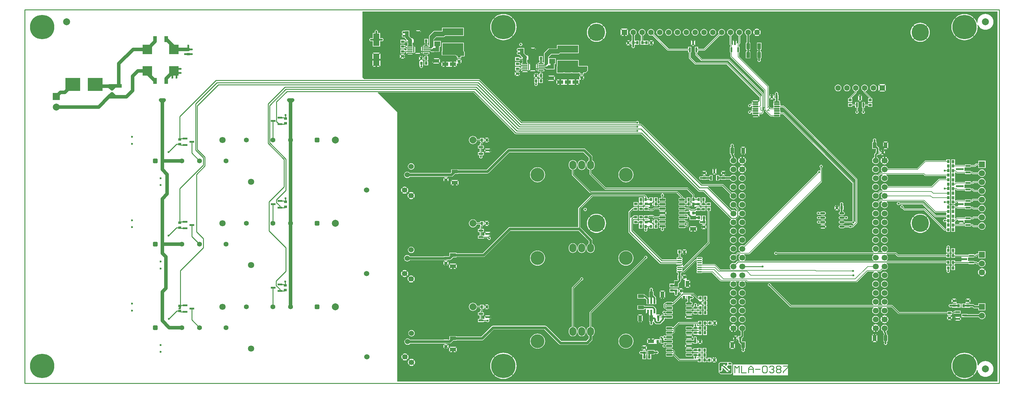
<source format=gtl>
G04 Layer_Physical_Order=1*
G04 Layer_Color=128*
%FSLAX43Y43*%
%MOMM*%
G71*
G01*
G75*
%ADD10R,2.700X2.700*%
%ADD11O,1.400X0.350*%
%ADD12R,6.000X2.000*%
%ADD13R,0.600X1.000*%
%ADD14R,1.350X0.600*%
%ADD15O,1.450X0.650*%
%ADD16R,1.800X1.340*%
%ADD17R,0.900X0.800*%
G04:AMPARAMS|DCode=18|XSize=0.45mm|YSize=1.6mm|CornerRadius=0.05mm|HoleSize=0mm|Usage=FLASHONLY|Rotation=90.000|XOffset=0mm|YOffset=0mm|HoleType=Round|Shape=RoundedRectangle|*
%AMROUNDEDRECTD18*
21,1,0.450,1.501,0,0,90.0*
21,1,0.351,1.600,0,0,90.0*
1,1,0.099,0.750,0.175*
1,1,0.099,0.750,-0.175*
1,1,0.099,-0.750,-0.175*
1,1,0.099,-0.750,0.175*
%
%ADD18ROUNDEDRECTD18*%
%ADD19R,4.240X3.810*%
%ADD20R,0.800X0.900*%
%ADD21R,1.800X3.550*%
%ADD22C,2.000*%
G04:AMPARAMS|DCode=23|XSize=0.65mm|YSize=1.65mm|CornerRadius=0.049mm|HoleSize=0mm|Usage=FLASHONLY|Rotation=90.000|XOffset=0mm|YOffset=0mm|HoleType=Round|Shape=RoundedRectangle|*
%AMROUNDEDRECTD23*
21,1,0.650,1.552,0,0,90.0*
21,1,0.552,1.650,0,0,90.0*
1,1,0.098,0.776,0.276*
1,1,0.098,0.776,-0.276*
1,1,0.098,-0.776,-0.276*
1,1,0.098,-0.776,0.276*
%
%ADD23ROUNDEDRECTD23*%
%ADD24R,1.700X1.000*%
%ADD25R,1.000X1.700*%
G04:AMPARAMS|DCode=26|XSize=0.3mm|YSize=1.55mm|CornerRadius=0.05mm|HoleSize=0mm|Usage=FLASHONLY|Rotation=90.000|XOffset=0mm|YOffset=0mm|HoleType=Round|Shape=RoundedRectangle|*
%AMROUNDEDRECTD26*
21,1,0.300,1.451,0,0,90.0*
21,1,0.201,1.550,0,0,90.0*
1,1,0.099,0.726,0.101*
1,1,0.099,0.726,-0.101*
1,1,0.099,-0.726,-0.101*
1,1,0.099,-0.726,0.101*
%
%ADD26ROUNDEDRECTD26*%
G04:AMPARAMS|DCode=27|XSize=1.73mm|YSize=1.9mm|CornerRadius=0.052mm|HoleSize=0mm|Usage=FLASHONLY|Rotation=0.000|XOffset=0mm|YOffset=0mm|HoleType=Round|Shape=RoundedRectangle|*
%AMROUNDEDRECTD27*
21,1,1.730,1.796,0,0,0.0*
21,1,1.626,1.900,0,0,0.0*
1,1,0.104,0.813,-0.898*
1,1,0.104,-0.813,-0.898*
1,1,0.104,-0.813,0.898*
1,1,0.104,0.813,0.898*
%
%ADD27ROUNDEDRECTD27*%
%ADD28R,0.600X1.350*%
%ADD29C,1.000*%
%ADD30C,0.500*%
%ADD31C,0.150*%
%ADD32C,0.250*%
%ADD33C,0.200*%
%ADD34C,0.750*%
%ADD35C,0.300*%
%ADD36C,0.400*%
%ADD37C,0.254*%
%ADD38C,0.178*%
%ADD39O,2.000X2.500*%
%ADD40C,1.800*%
%ADD41C,1.600*%
%ADD42R,1.600X1.600*%
%ADD43C,1.524*%
%ADD44C,1.700*%
%ADD45C,1.750*%
%ADD46R,1.750X1.750*%
%ADD47C,4.000*%
%ADD48R,2.000X2.000*%
%ADD49C,7.000*%
%ADD50R,1.800X1.800*%
%ADD51C,5.000*%
%ADD52C,1.400*%
G04:AMPARAMS|DCode=53|XSize=1.4mm|YSize=1.4mm|CornerRadius=0.35mm|HoleSize=0mm|Usage=FLASHONLY|Rotation=180.000|XOffset=0mm|YOffset=0mm|HoleType=Round|Shape=RoundedRectangle|*
%AMROUNDEDRECTD53*
21,1,1.400,0.700,0,0,180.0*
21,1,0.700,1.400,0,0,180.0*
1,1,0.700,-0.350,0.350*
1,1,0.700,0.350,0.350*
1,1,0.700,0.350,-0.350*
1,1,0.700,-0.350,-0.350*
%
%ADD53ROUNDEDRECTD53*%
%ADD54C,0.600*%
G36*
X279500Y500D02*
X107000D01*
Y78000D01*
X101442Y83558D01*
X101509Y83720D01*
X128884D01*
X140802Y71802D01*
X140893Y71741D01*
X141000Y71720D01*
X177084D01*
X193602Y55202D01*
X193693Y55141D01*
X193800Y55120D01*
X194984D01*
X202802Y47302D01*
X202859Y47263D01*
X202889Y47128D01*
X202887Y47064D01*
X202847Y47033D01*
X202686Y46824D01*
X202586Y46581D01*
X202551Y46320D01*
X202586Y46059D01*
X202686Y45816D01*
X202847Y45607D01*
X203056Y45446D01*
X203299Y45346D01*
X203560Y45311D01*
X203821Y45346D01*
X204064Y45446D01*
X204273Y45607D01*
X204433Y45816D01*
X204534Y46059D01*
X204569Y46320D01*
X204534Y46581D01*
X204433Y46824D01*
X204273Y47033D01*
X204258Y47045D01*
X204291Y47183D01*
X204314Y47222D01*
X204407Y47241D01*
X204498Y47302D01*
X204998Y47802D01*
X205059Y47893D01*
X205080Y48000D01*
Y48273D01*
X205090Y48279D01*
X205255Y48318D01*
X205387Y48147D01*
X205596Y47986D01*
X205839Y47886D01*
X206100Y47851D01*
X206361Y47886D01*
X206604Y47986D01*
X206813Y48147D01*
X206973Y48356D01*
X207074Y48599D01*
X207109Y48860D01*
X207074Y49121D01*
X206973Y49364D01*
X206813Y49573D01*
X206604Y49733D01*
X206361Y49834D01*
X206100Y49869D01*
X205839Y49834D01*
X205596Y49733D01*
X205387Y49573D01*
X205255Y49402D01*
X205090Y49441D01*
X205080Y49447D01*
Y50160D01*
X205059Y50267D01*
X204998Y50358D01*
X204441Y50915D01*
X204534Y51139D01*
X204569Y51400D01*
X204534Y51661D01*
X204433Y51904D01*
X204273Y52113D01*
X204064Y52273D01*
X203821Y52374D01*
X203560Y52409D01*
X203299Y52374D01*
X203056Y52273D01*
X202847Y52113D01*
X202686Y51904D01*
X202586Y51661D01*
X202551Y51400D01*
X202586Y51139D01*
X202686Y50896D01*
X202847Y50687D01*
X203056Y50527D01*
X203299Y50426D01*
X203560Y50391D01*
X203821Y50426D01*
X204045Y50518D01*
X204520Y50044D01*
Y49540D01*
X204345Y49480D01*
X204273Y49573D01*
X204064Y49733D01*
X203821Y49834D01*
X203560Y49869D01*
X203299Y49834D01*
X203075Y49742D01*
X196318Y56498D01*
X196356Y56684D01*
X196386Y56720D01*
X200384D01*
X202678Y54425D01*
X202586Y54201D01*
X202551Y53940D01*
X202586Y53679D01*
X202686Y53436D01*
X202847Y53227D01*
X203056Y53067D01*
X203299Y52966D01*
X203560Y52931D01*
X203821Y52966D01*
X204064Y53067D01*
X204273Y53227D01*
X204433Y53436D01*
X204534Y53679D01*
X204569Y53940D01*
X204534Y54201D01*
X204433Y54444D01*
X204273Y54653D01*
X204064Y54813D01*
X203821Y54914D01*
X203560Y54949D01*
X203299Y54914D01*
X203075Y54821D01*
X200698Y57198D01*
X200607Y57259D01*
X200500Y57280D01*
X194516D01*
X177198Y74598D01*
X177107Y74659D01*
X177000Y74680D01*
X176522D01*
X176430Y74855D01*
X176459Y75000D01*
X176424Y75176D01*
X176324Y75324D01*
X176176Y75424D01*
X176000Y75459D01*
X175824Y75424D01*
X175676Y75324D01*
X175646Y75280D01*
X142816D01*
X130698Y87398D01*
X130607Y87459D01*
X130500Y87480D01*
X97520D01*
X97000Y88000D01*
Y107000D01*
X279500D01*
Y500D01*
D02*
G37*
%LPC*%
G36*
X275000Y31740D02*
X274296Y31037D01*
X274431Y30934D01*
X274705Y30820D01*
X275000Y30781D01*
X275295Y30820D01*
X275569Y30934D01*
X275704Y31037D01*
X275000Y31740D01*
D02*
G37*
G36*
X189974Y31204D02*
X189026D01*
X189500Y30730D01*
X189974Y31204D01*
D02*
G37*
G36*
X109120Y31390D02*
X108497Y30767D01*
X108608Y30683D01*
X108855Y30580D01*
X109120Y30545D01*
X109385Y30580D01*
X109632Y30683D01*
X109743Y30767D01*
X109120Y31390D01*
D02*
G37*
G36*
X108317Y32193D02*
X108233Y32082D01*
X108130Y31835D01*
X108095Y31570D01*
X108130Y31305D01*
X108233Y31058D01*
X108317Y30947D01*
X108940Y31570D01*
X108317Y32193D01*
D02*
G37*
G36*
X109923Y32193D02*
X109300Y31570D01*
X109923Y30947D01*
X110007Y31058D01*
X110110Y31305D01*
X110145Y31570D01*
X110110Y31835D01*
X110007Y32082D01*
X109923Y32193D01*
D02*
G37*
G36*
X274117Y32624D02*
X274014Y32489D01*
X273900Y32215D01*
X273861Y31920D01*
X273900Y31625D01*
X274014Y31351D01*
X274117Y31216D01*
X274820Y31920D01*
X274117Y32624D01*
D02*
G37*
G36*
X190154Y31024D02*
X189590Y30460D01*
X189500Y30550D01*
X189450Y30500D01*
X189590Y30360D01*
X189026Y29796D01*
X189509D01*
X189646Y29704D01*
X189646Y29621D01*
Y27676D01*
X190310Y28340D01*
X190400Y28250D01*
X190490Y28340D01*
X191154Y27676D01*
Y29524D01*
X190490Y28860D01*
X190310Y29040D01*
X190974Y29704D01*
X190291D01*
X190154Y29796D01*
X190154Y29879D01*
Y31024D01*
D02*
G37*
G36*
X110197Y30623D02*
X110113Y30512D01*
X110010Y30265D01*
X109975Y30000D01*
X110010Y29735D01*
X110113Y29488D01*
X110197Y29377D01*
X110820Y30000D01*
X110197Y30623D01*
D02*
G37*
G36*
X111803Y30623D02*
X111180Y30000D01*
X111803Y29377D01*
X111887Y29488D01*
X111990Y29735D01*
X112025Y30000D01*
X111990Y30265D01*
X111887Y30512D01*
X111803Y30623D01*
D02*
G37*
G36*
X111000Y29820D02*
X110377Y29197D01*
X110488Y29113D01*
X110735Y29010D01*
X111000Y28975D01*
X111265Y29010D01*
X111512Y29113D01*
X111623Y29197D01*
X111000Y29820D01*
D02*
G37*
G36*
X160000Y30459D02*
X159824Y30424D01*
X159676Y30324D01*
X159576Y30176D01*
X159541Y30000D01*
X159552Y29948D01*
X157252Y27648D01*
X157191Y27557D01*
X157170Y27450D01*
Y16273D01*
X157150Y16270D01*
X156870Y16155D01*
X156630Y15970D01*
X156445Y15730D01*
X156330Y15450D01*
X156290Y15150D01*
Y14650D01*
X156330Y14350D01*
X156445Y14070D01*
X156630Y13830D01*
X156870Y13645D01*
X157150Y13530D01*
X157450Y13490D01*
X157750Y13530D01*
X158030Y13645D01*
X158270Y13830D01*
X158455Y14070D01*
X158570Y14350D01*
X158610Y14650D01*
Y15150D01*
X158570Y15450D01*
X158455Y15730D01*
X158270Y15970D01*
X158030Y16155D01*
X157750Y16270D01*
X157730Y16273D01*
Y27334D01*
X159948Y29552D01*
X160000Y29541D01*
X160176Y29576D01*
X160324Y29676D01*
X160424Y29824D01*
X160459Y30000D01*
X160424Y30176D01*
X160324Y30324D01*
X160176Y30424D01*
X160000Y30459D01*
D02*
G37*
G36*
X111000Y31025D02*
X110735Y30990D01*
X110488Y30887D01*
X110377Y30803D01*
X111000Y30180D01*
X111623Y30803D01*
X111512Y30887D01*
X111265Y30990D01*
X111000Y31025D01*
D02*
G37*
G36*
X247000Y32089D02*
X246739Y32054D01*
X246496Y31953D01*
X246287Y31793D01*
X246126Y31584D01*
X246026Y31341D01*
X245991Y31080D01*
X246026Y30819D01*
X246126Y30576D01*
X246287Y30367D01*
X246496Y30206D01*
X246739Y30106D01*
X247000Y30071D01*
X247261Y30106D01*
X247504Y30206D01*
X247713Y30367D01*
X247873Y30576D01*
X247974Y30819D01*
X248009Y31080D01*
X247974Y31341D01*
X247873Y31584D01*
X247713Y31793D01*
X247504Y31953D01*
X247261Y32054D01*
X247000Y32089D01*
D02*
G37*
G36*
X188846Y31024D02*
Y29976D01*
X189370Y30500D01*
X188846Y31024D01*
D02*
G37*
G36*
X275883Y32624D02*
X275180Y31920D01*
X275883Y31216D01*
X275986Y31351D01*
X276100Y31625D01*
X276139Y31920D01*
X276100Y32215D01*
X275986Y32489D01*
X275883Y32624D01*
D02*
G37*
G36*
X121704Y35074D02*
X121230Y34600D01*
X121704Y34126D01*
Y35074D01*
D02*
G37*
G36*
X120296Y35074D02*
Y34126D01*
X120770Y34600D01*
X120296Y35074D01*
D02*
G37*
G36*
X121000Y34470D02*
X120476Y33946D01*
X121524D01*
X121000Y34470D01*
D02*
G37*
G36*
Y34650D02*
X120950Y34600D01*
X121000Y34550D01*
X121050Y34600D01*
X121000Y34650D01*
D02*
G37*
G36*
X267250Y38800D02*
X266150D01*
Y37600D01*
X266420D01*
Y37300D01*
X266150D01*
Y36100D01*
X267250D01*
Y36370D01*
X268969D01*
X269096Y36254D01*
X269096Y36195D01*
Y35205D01*
X269096Y35146D01*
X268969Y35030D01*
X267250D01*
Y35400D01*
X266150D01*
Y34200D01*
X266420D01*
Y33800D01*
X266150D01*
Y32600D01*
X267250D01*
Y33800D01*
X266980D01*
Y34200D01*
X267250D01*
Y34470D01*
X271150D01*
Y34300D01*
X272800D01*
Y34470D01*
X273234D01*
X273442Y34262D01*
X273533Y34201D01*
X273640Y34180D01*
X274007D01*
X274105Y33943D01*
X274269Y33729D01*
X274483Y33565D01*
X274732Y33461D01*
X275000Y33426D01*
X275268Y33461D01*
X275517Y33565D01*
X275731Y33729D01*
X275895Y33943D01*
X275999Y34192D01*
X276034Y34460D01*
X275999Y34728D01*
X275895Y34977D01*
X275731Y35191D01*
X275517Y35355D01*
X275268Y35459D01*
X275000Y35494D01*
X274732Y35459D01*
X274483Y35355D01*
X274269Y35191D01*
X274105Y34977D01*
X274007Y34740D01*
X273756D01*
X273548Y34948D01*
X273457Y35009D01*
X273350Y35030D01*
X272800D01*
Y35200D01*
X271150D01*
Y35200D01*
X271129Y35191D01*
X271116Y35192D01*
X270954Y35308D01*
Y36092D01*
X271116Y36208D01*
X271129Y36209D01*
X271150Y36200D01*
Y36200D01*
X272800D01*
Y36370D01*
X273150D01*
X273257Y36391D01*
X273348Y36452D01*
X273616Y36720D01*
X273975D01*
Y35975D01*
X276025D01*
Y38025D01*
X273975D01*
Y37280D01*
X273500D01*
X273393Y37259D01*
X273302Y37198D01*
X273034Y36930D01*
X272800D01*
Y37100D01*
X271150D01*
Y36930D01*
X267250D01*
Y37300D01*
X266980D01*
Y37600D01*
X267250D01*
Y38800D01*
D02*
G37*
G36*
X178400Y36659D02*
X178224Y36624D01*
X178076Y36524D01*
X177976Y36376D01*
X177941Y36200D01*
X177952Y36148D01*
X162352Y20548D01*
X162291Y20457D01*
X162270Y20350D01*
Y16273D01*
X162250Y16270D01*
X161970Y16155D01*
X161730Y15970D01*
X161545Y15730D01*
X161430Y15450D01*
X161390Y15150D01*
Y14650D01*
X161430Y14350D01*
X161545Y14070D01*
X161730Y13830D01*
X161970Y13645D01*
X162015Y13627D01*
Y12872D01*
X161278Y12135D01*
X154122D01*
X149878Y16378D01*
X149705Y16495D01*
X149500Y16535D01*
X134500D01*
X134295Y16495D01*
X134122Y16378D01*
X131178Y13435D01*
X124000D01*
Y13550D01*
X122000D01*
Y12657D01*
X121878Y12535D01*
X121600D01*
Y12550D01*
X120400D01*
Y12505D01*
X110719D01*
X110630Y12620D01*
X110440Y12767D01*
X110218Y12859D01*
X109980Y12890D01*
X109742Y12859D01*
X109520Y12767D01*
X109330Y12620D01*
X109183Y12430D01*
X109091Y12208D01*
X109060Y11970D01*
X109091Y11732D01*
X109183Y11510D01*
X109330Y11320D01*
X109520Y11173D01*
X109742Y11081D01*
X109980Y11050D01*
X110218Y11081D01*
X110440Y11173D01*
X110630Y11320D01*
X110719Y11435D01*
X120970D01*
X121047Y11450D01*
X121600D01*
Y11465D01*
X122100D01*
X122305Y11505D01*
X122479Y11622D01*
X123107Y12250D01*
X124000D01*
Y12365D01*
X131400D01*
X131605Y12405D01*
X131779Y12521D01*
X134722Y15465D01*
X149278D01*
X153521Y11222D01*
X153695Y11105D01*
X153900Y11065D01*
X161500D01*
X161705Y11105D01*
X161878Y11222D01*
X162929Y12271D01*
X163045Y12445D01*
X163085Y12650D01*
Y13627D01*
X163130Y13645D01*
X163370Y13830D01*
X163555Y14070D01*
X163670Y14350D01*
X163710Y14650D01*
Y15150D01*
X163670Y15450D01*
X163555Y15730D01*
X163370Y15970D01*
X163130Y16155D01*
X162850Y16270D01*
X162830Y16273D01*
Y20234D01*
X178348Y35752D01*
X178400Y35741D01*
X178576Y35776D01*
X178724Y35876D01*
X178824Y36024D01*
X178859Y36200D01*
X178824Y36376D01*
X178724Y36524D01*
X178576Y36624D01*
X178400Y36659D01*
D02*
G37*
G36*
X121524Y35254D02*
X120476D01*
X121000Y34730D01*
X121524Y35254D01*
D02*
G37*
G36*
X172700Y38160D02*
X172279Y38119D01*
X171873Y37996D01*
X171500Y37796D01*
X171172Y37528D01*
X170904Y37200D01*
X170704Y36827D01*
X170581Y36421D01*
X170540Y36000D01*
X170581Y35579D01*
X170704Y35173D01*
X170904Y34800D01*
X171172Y34472D01*
X171500Y34204D01*
X171873Y34004D01*
X172279Y33881D01*
X172700Y33840D01*
X173121Y33881D01*
X173527Y34004D01*
X173900Y34204D01*
X174228Y34472D01*
X174496Y34800D01*
X174696Y35173D01*
X174819Y35579D01*
X174860Y36000D01*
X174819Y36421D01*
X174696Y36827D01*
X174496Y37200D01*
X174228Y37528D01*
X173900Y37796D01*
X173527Y37996D01*
X173121Y38119D01*
X172700Y38160D01*
D02*
G37*
G36*
X275000Y33059D02*
X274705Y33020D01*
X274431Y32906D01*
X274296Y32803D01*
X275000Y32100D01*
X275704Y32803D01*
X275569Y32906D01*
X275295Y33020D01*
X275000Y33059D01*
D02*
G37*
G36*
X109120Y32595D02*
X108855Y32560D01*
X108608Y32457D01*
X108497Y32373D01*
X109120Y31750D01*
X109743Y32373D01*
X109632Y32457D01*
X109385Y32560D01*
X109120Y32595D01*
D02*
G37*
G36*
X265850Y33800D02*
X264750D01*
Y32600D01*
X264816D01*
X264909Y32425D01*
X264876Y32376D01*
X264841Y32200D01*
X264876Y32024D01*
X264976Y31876D01*
X265124Y31776D01*
X265300Y31741D01*
X265476Y31776D01*
X265624Y31876D01*
X265724Y32024D01*
X265759Y32200D01*
X265724Y32376D01*
X265691Y32425D01*
X265784Y32600D01*
X265850D01*
Y33800D01*
D02*
G37*
G36*
X123924Y34454D02*
X122076D01*
X122740Y33790D01*
X122650Y33700D01*
X122740Y33610D01*
X122076Y32946D01*
X123924D01*
X123260Y33610D01*
X123350Y33700D01*
X123260Y33790D01*
X123924Y34454D01*
D02*
G37*
G36*
X147300Y38160D02*
X146879Y38119D01*
X146473Y37996D01*
X146100Y37796D01*
X145772Y37528D01*
X145504Y37200D01*
X145304Y36827D01*
X145181Y36421D01*
X145140Y36000D01*
X145181Y35579D01*
X145304Y35173D01*
X145504Y34800D01*
X145772Y34472D01*
X146100Y34204D01*
X146473Y34004D01*
X146879Y33881D01*
X147300Y33840D01*
X147721Y33881D01*
X148127Y34004D01*
X148500Y34204D01*
X148828Y34472D01*
X149096Y34800D01*
X149296Y35173D01*
X149419Y35579D01*
X149460Y36000D01*
X149419Y36421D01*
X149296Y36827D01*
X149096Y37200D01*
X148828Y37528D01*
X148500Y37796D01*
X148127Y37996D01*
X147721Y38119D01*
X147300Y38160D01*
D02*
G37*
G36*
X124104Y34274D02*
X123530Y33700D01*
X124104Y33126D01*
Y34274D01*
D02*
G37*
G36*
X121896Y34274D02*
Y33126D01*
X122470Y33700D01*
X121896Y34274D01*
D02*
G37*
G36*
X266296Y24174D02*
Y23226D01*
X266770Y23700D01*
X266296Y24174D01*
D02*
G37*
G36*
X271704Y24174D02*
X271230Y23700D01*
X271704Y23226D01*
Y24174D01*
D02*
G37*
G36*
X194100Y23150D02*
X194050Y23100D01*
X194100Y23050D01*
X194150Y23100D01*
X194100Y23150D01*
D02*
G37*
G36*
X267704Y24174D02*
X267140Y23610D01*
X267000Y23750D01*
X266950Y23700D01*
X267040Y23610D01*
X266476Y23046D01*
X267499D01*
X267589Y22938D01*
X267590Y22930D01*
X267529Y22850D01*
X266400D01*
Y22708D01*
X266100D01*
X266076Y22724D01*
X265900Y22759D01*
X265724Y22724D01*
X265576Y22624D01*
X265476Y22476D01*
X265441Y22300D01*
X265476Y22124D01*
X265576Y21976D01*
X265724Y21876D01*
X265900Y21841D01*
X266076Y21876D01*
X266100Y21892D01*
X266400D01*
Y21750D01*
X267600D01*
X267600Y21750D01*
X267750Y21700D01*
Y21700D01*
X267754Y21700D01*
X268850D01*
Y22900D01*
X267905D01*
X267768Y22913D01*
Y22913D01*
X267800Y22910D01*
X267762Y22924D01*
X267720Y23012D01*
X267704Y23083D01*
X267704Y23209D01*
Y24174D01*
D02*
G37*
G36*
X189400Y24470D02*
X188926Y23996D01*
X189874D01*
X189400Y24470D01*
D02*
G37*
G36*
X267524Y24354D02*
X266476D01*
X267000Y23830D01*
X267524Y24354D01*
D02*
G37*
G36*
X271524D02*
X270476D01*
X271000Y23830D01*
X271524Y24354D01*
D02*
G37*
G36*
X193446Y23624D02*
X193446Y22576D01*
X193970Y23100D01*
X193446Y23624D01*
D02*
G37*
G36*
X132700Y22050D02*
X132650Y22000D01*
X132700Y21950D01*
X132750Y22000D01*
X132700Y22050D01*
D02*
G37*
G36*
X192700Y23059D02*
X192524Y23024D01*
X192376Y22924D01*
X192276Y22776D01*
X192241Y22600D01*
X192276Y22424D01*
X192182Y22250D01*
X192100D01*
Y21915D01*
X191803D01*
X191788Y21989D01*
X191745Y22055D01*
X191679Y22098D01*
X191601Y22114D01*
X190049D01*
X189971Y22098D01*
X189905Y22055D01*
X189862Y21989D01*
X189846Y21911D01*
Y21359D01*
X189862Y21281D01*
X189905Y21215D01*
X189971Y21172D01*
X190049Y21156D01*
X191601D01*
X191679Y21172D01*
X191745Y21215D01*
X191788Y21281D01*
X191803Y21355D01*
X192100D01*
Y21150D01*
X193300D01*
Y21420D01*
X193550D01*
Y21100D01*
X194650D01*
X194650Y22264D01*
X194675Y22296D01*
X194100Y22870D01*
X193525Y22296D01*
X193550Y22264D01*
X193550Y22221D01*
Y21980D01*
X193300D01*
Y22250D01*
X193218D01*
X193124Y22424D01*
X193159Y22600D01*
X193124Y22776D01*
X193024Y22924D01*
X192876Y23024D01*
X192700Y23059D01*
D02*
G37*
G36*
X133354Y22524D02*
X132830Y22000D01*
X133354Y21476D01*
Y22524D01*
D02*
G37*
G36*
X133174Y22704D02*
X132226D01*
X132700Y22230D01*
X133174Y22704D01*
D02*
G37*
G36*
X194754Y23624D02*
X194230Y23100D01*
X194754Y22576D01*
X194754Y23624D01*
D02*
G37*
G36*
X206100Y24469D02*
X205839Y24434D01*
X205596Y24333D01*
X205387Y24173D01*
X205227Y23964D01*
X205126Y23721D01*
X205091Y23460D01*
X205126Y23199D01*
X205227Y22956D01*
X205387Y22747D01*
X205596Y22587D01*
X205839Y22486D01*
X206100Y22451D01*
X206361Y22486D01*
X206604Y22587D01*
X206813Y22747D01*
X206973Y22956D01*
X207074Y23199D01*
X207109Y23460D01*
X207074Y23721D01*
X206973Y23964D01*
X206813Y24173D01*
X206604Y24333D01*
X206361Y24434D01*
X206100Y24469D01*
D02*
G37*
G36*
X203560D02*
X203299Y24434D01*
X203056Y24333D01*
X202847Y24173D01*
X202686Y23964D01*
X202586Y23721D01*
X202551Y23460D01*
X202586Y23199D01*
X202686Y22956D01*
X202847Y22747D01*
X203056Y22587D01*
X203299Y22486D01*
X203560Y22451D01*
X203821Y22486D01*
X204064Y22587D01*
X204273Y22747D01*
X204433Y22956D01*
X204534Y23199D01*
X204569Y23460D01*
X204534Y23721D01*
X204433Y23964D01*
X204273Y24173D01*
X204064Y24333D01*
X203821Y24434D01*
X203560Y24469D01*
D02*
G37*
G36*
X189154Y27124D02*
X188590Y26560D01*
X188500Y26650D01*
X188450Y26600D01*
X188590Y26460D01*
X188026Y25896D01*
X188571D01*
X188638Y25734D01*
X186274Y23371D01*
X186095Y23325D01*
X186029Y23368D01*
X185951Y23384D01*
X184399D01*
X184321Y23368D01*
X184255Y23325D01*
X184212Y23259D01*
X184197Y23185D01*
X184005D01*
X183898Y23164D01*
X183807Y23103D01*
X183602Y22898D01*
X183541Y22807D01*
X183520Y22700D01*
Y21900D01*
X183541Y21793D01*
X183602Y21702D01*
X183867Y21437D01*
X183958Y21376D01*
X184065Y21355D01*
X184197D01*
X184212Y21281D01*
X184255Y21215D01*
X184321Y21172D01*
X184399Y21156D01*
X185951D01*
X186029Y21172D01*
X186095Y21215D01*
X186138Y21281D01*
X186154Y21359D01*
Y21911D01*
X186138Y21989D01*
X186095Y22055D01*
X186029Y22098D01*
X185951Y22114D01*
X184399D01*
X184321Y22098D01*
X184255Y22055D01*
X184255Y22054D01*
X184080Y22108D01*
Y22432D01*
X184255Y22486D01*
X184255Y22485D01*
X184321Y22442D01*
X184399Y22426D01*
X185951D01*
X186029Y22442D01*
X186095Y22485D01*
X186138Y22551D01*
X186152Y22620D01*
X186200D01*
X186307Y22641D01*
X186398Y22702D01*
X188584Y24888D01*
X188746Y24821D01*
Y24176D01*
X189310Y24740D01*
X189400Y24650D01*
X189490Y24740D01*
X190054Y24176D01*
Y25245D01*
X190075Y25254D01*
X190083Y25254D01*
X190250Y25139D01*
Y24100D01*
X190392D01*
Y23384D01*
X190049D01*
X189971Y23368D01*
X189905Y23325D01*
X189862Y23259D01*
X189846Y23181D01*
Y22629D01*
X189862Y22551D01*
X189905Y22485D01*
X189971Y22442D01*
X190049Y22426D01*
X191601D01*
X191679Y22442D01*
X191745Y22485D01*
X191788Y22551D01*
X191804Y22629D01*
Y23181D01*
X191788Y23259D01*
X191745Y23325D01*
X191679Y23368D01*
X191601Y23384D01*
X191208D01*
Y24100D01*
X191350D01*
Y24226D01*
X191524Y24276D01*
X191700Y24241D01*
X191876Y24276D01*
X192024Y24376D01*
X192124Y24524D01*
X192159Y24700D01*
X192124Y24876D01*
X192024Y25024D01*
X191876Y25124D01*
X191700Y25159D01*
X191582Y25135D01*
X191408Y25240D01*
X191403Y25275D01*
X191535Y25420D01*
X191984D01*
X193102Y24302D01*
X193193Y24241D01*
X193300Y24220D01*
X193426D01*
X193550Y24096D01*
X193550Y23936D01*
X193525Y23904D01*
X194100Y23330D01*
X194675Y23904D01*
X194650Y23936D01*
X194650Y23979D01*
Y25100D01*
X193550D01*
Y24880D01*
X193375Y24822D01*
X192298Y25898D01*
X192207Y25959D01*
X192100Y25980D01*
X189154D01*
Y27124D01*
D02*
G37*
G36*
X187846Y27124D02*
Y26076D01*
X188370Y26600D01*
X187846Y27124D01*
D02*
G37*
G36*
X183774Y26604D02*
X182626D01*
X183200Y26030D01*
X183774Y26604D01*
D02*
G37*
G36*
X188974Y27304D02*
X188026D01*
X188500Y26830D01*
X188974Y27304D01*
D02*
G37*
G36*
X247000Y29549D02*
X246739Y29514D01*
X246496Y29413D01*
X246287Y29253D01*
X246126Y29044D01*
X246026Y28801D01*
X245991Y28540D01*
X246026Y28279D01*
X246126Y28036D01*
X246287Y27827D01*
X246496Y27667D01*
X246739Y27566D01*
X247000Y27531D01*
X247261Y27566D01*
X247504Y27667D01*
X247713Y27827D01*
X247873Y28036D01*
X247974Y28279D01*
X248009Y28540D01*
X247974Y28801D01*
X247873Y29044D01*
X247713Y29253D01*
X247504Y29413D01*
X247261Y29514D01*
X247000Y29549D01*
D02*
G37*
G36*
X244460D02*
X244199Y29514D01*
X243956Y29413D01*
X243747Y29253D01*
X243587Y29044D01*
X243486Y28801D01*
X243451Y28540D01*
X243486Y28279D01*
X243587Y28036D01*
X243747Y27827D01*
X243956Y27667D01*
X244199Y27566D01*
X244460Y27531D01*
X244721Y27566D01*
X244964Y27667D01*
X245173Y27827D01*
X245333Y28036D01*
X245434Y28279D01*
X245469Y28540D01*
X245434Y28801D01*
X245333Y29044D01*
X245173Y29253D01*
X244964Y29413D01*
X244721Y29514D01*
X244460Y29549D01*
D02*
G37*
G36*
X190400Y28070D02*
X189826Y27496D01*
X190974D01*
X190400Y28070D01*
D02*
G37*
G36*
X183954Y26424D02*
X183290Y25760D01*
X183200Y25850D01*
X183110Y25760D01*
X182446Y26424D01*
Y24576D01*
X183110Y25240D01*
X183200Y25150D01*
X183290Y25240D01*
X183954Y24576D01*
Y26424D01*
D02*
G37*
G36*
X203560Y27009D02*
X203299Y26974D01*
X203056Y26873D01*
X202847Y26713D01*
X202686Y26504D01*
X202586Y26261D01*
X202551Y26000D01*
X202586Y25739D01*
X202686Y25496D01*
X202847Y25287D01*
X203056Y25126D01*
X203299Y25026D01*
X203560Y24991D01*
X203821Y25026D01*
X204064Y25126D01*
X204273Y25287D01*
X204433Y25496D01*
X204534Y25739D01*
X204569Y26000D01*
X204534Y26261D01*
X204433Y26504D01*
X204273Y26713D01*
X204064Y26873D01*
X203821Y26974D01*
X203560Y27009D01*
D02*
G37*
G36*
X180000Y27459D02*
X179824Y27424D01*
X179676Y27324D01*
X179576Y27176D01*
X179541Y27000D01*
X179576Y26824D01*
X179592Y26800D01*
Y26500D01*
X179350D01*
Y24674D01*
X179175Y24602D01*
X178488Y25288D01*
X178356Y25377D01*
X178200Y25408D01*
X178200Y25408D01*
X178000D01*
Y25650D01*
X176000D01*
Y24350D01*
X178000D01*
Y24376D01*
X178175Y24448D01*
X178600Y24023D01*
Y22725D01*
X179375D01*
X179500Y22725D01*
X179675Y22725D01*
X180450D01*
Y22725D01*
X180500D01*
Y22725D01*
X181400D01*
Y24025D01*
X181358D01*
Y24550D01*
X181358Y24550D01*
X181327Y24706D01*
X181238Y24838D01*
X180650Y25427D01*
Y26500D01*
X180408D01*
Y26800D01*
X180424Y26824D01*
X180459Y27000D01*
X180424Y27176D01*
X180324Y27324D01*
X180176Y27424D01*
X180000Y27459D01*
D02*
G37*
G36*
X183200Y24970D02*
X182626Y24396D01*
X183774D01*
X183200Y24970D01*
D02*
G37*
G36*
X206100Y27009D02*
X205839Y26974D01*
X205596Y26873D01*
X205387Y26713D01*
X205227Y26504D01*
X205126Y26261D01*
X205091Y26000D01*
X205126Y25739D01*
X205227Y25496D01*
X205387Y25287D01*
X205596Y25126D01*
X205839Y25026D01*
X206100Y24991D01*
X206361Y25026D01*
X206604Y25126D01*
X206813Y25287D01*
X206973Y25496D01*
X207074Y25739D01*
X207109Y26000D01*
X207074Y26261D01*
X206973Y26504D01*
X206813Y26713D01*
X206604Y26873D01*
X206361Y26974D01*
X206100Y27009D01*
D02*
G37*
G36*
X186400Y27250D02*
Y27250D01*
X186396Y27250D01*
X185200D01*
Y26150D01*
X186400D01*
Y26150D01*
X186550Y26090D01*
Y26000D01*
X186692D01*
Y25800D01*
X186676Y25776D01*
X186641Y25600D01*
X186676Y25424D01*
X186776Y25276D01*
X186924Y25176D01*
X187100Y25141D01*
X187276Y25176D01*
X187424Y25276D01*
X187524Y25424D01*
X187559Y25600D01*
X187524Y25776D01*
X187508Y25800D01*
Y26000D01*
X187650D01*
Y27200D01*
X186550D01*
Y27200D01*
X186400Y27250D01*
D02*
G37*
G36*
X247000Y27009D02*
X246739Y26974D01*
X246496Y26873D01*
X246287Y26713D01*
X246126Y26504D01*
X246026Y26261D01*
X245991Y26000D01*
X246026Y25739D01*
X246126Y25496D01*
X246287Y25287D01*
X246496Y25126D01*
X246739Y25026D01*
X247000Y24991D01*
X247261Y25026D01*
X247504Y25126D01*
X247713Y25287D01*
X247873Y25496D01*
X247974Y25739D01*
X248009Y26000D01*
X247974Y26261D01*
X247873Y26504D01*
X247713Y26713D01*
X247504Y26873D01*
X247261Y26974D01*
X247000Y27009D01*
D02*
G37*
G36*
X244460D02*
X244199Y26974D01*
X243956Y26873D01*
X243747Y26713D01*
X243587Y26504D01*
X243486Y26261D01*
X243451Y26000D01*
X243486Y25739D01*
X243587Y25496D01*
X243747Y25287D01*
X243956Y25126D01*
X244199Y25026D01*
X244460Y24991D01*
X244721Y25026D01*
X244964Y25126D01*
X245173Y25287D01*
X245333Y25496D01*
X245434Y25739D01*
X245469Y26000D01*
X245434Y26261D01*
X245333Y26504D01*
X245173Y26713D01*
X244964Y26873D01*
X244721Y26974D01*
X244460Y27009D01*
D02*
G37*
G36*
X189500Y37570D02*
X189026Y37096D01*
X189974D01*
X189500Y37570D01*
D02*
G37*
G36*
X247000Y47329D02*
X246739Y47294D01*
X246496Y47193D01*
X246287Y47033D01*
X246126Y46824D01*
X246026Y46581D01*
X245991Y46320D01*
X246026Y46059D01*
X246126Y45816D01*
X246287Y45607D01*
X246496Y45446D01*
X246739Y45346D01*
X247000Y45311D01*
X247261Y45346D01*
X247504Y45446D01*
X247713Y45607D01*
X247873Y45816D01*
X247974Y46059D01*
X248009Y46320D01*
X247974Y46581D01*
X247873Y46824D01*
X247713Y47033D01*
X247504Y47193D01*
X247261Y47294D01*
X247000Y47329D01*
D02*
G37*
G36*
X244460D02*
X244199Y47294D01*
X243956Y47193D01*
X243747Y47033D01*
X243587Y46824D01*
X243486Y46581D01*
X243451Y46320D01*
X243486Y46059D01*
X243587Y45816D01*
X243747Y45607D01*
X243956Y45446D01*
X244199Y45346D01*
X244460Y45311D01*
X244721Y45346D01*
X244964Y45446D01*
X245173Y45607D01*
X245333Y45816D01*
X245434Y46059D01*
X245469Y46320D01*
X245434Y46581D01*
X245333Y46824D01*
X245173Y47033D01*
X244964Y47193D01*
X244721Y47294D01*
X244460Y47329D01*
D02*
G37*
G36*
X206100D02*
X205839Y47294D01*
X205596Y47193D01*
X205387Y47033D01*
X205227Y46824D01*
X205126Y46581D01*
X205091Y46320D01*
X205126Y46059D01*
X205227Y45816D01*
X205387Y45607D01*
X205596Y45446D01*
X205839Y45346D01*
X206100Y45311D01*
X206361Y45346D01*
X206604Y45446D01*
X206813Y45607D01*
X206973Y45816D01*
X207074Y46059D01*
X207109Y46320D01*
X207074Y46581D01*
X206973Y46824D01*
X206813Y47033D01*
X206604Y47193D01*
X206361Y47294D01*
X206100Y47329D01*
D02*
G37*
G36*
X189601Y46939D02*
X188049D01*
X187971Y46923D01*
X187905Y46880D01*
X187862Y46814D01*
X187846Y46736D01*
Y46184D01*
X187862Y46106D01*
X187905Y46040D01*
X187971Y45997D01*
X188049Y45981D01*
X189601D01*
X189679Y45997D01*
X189745Y46040D01*
X189788Y46106D01*
X189803Y46180D01*
X190024D01*
X190120Y46084D01*
Y45516D01*
X190074Y45470D01*
X189803D01*
X189788Y45544D01*
X189745Y45610D01*
X189679Y45653D01*
X189601Y45669D01*
X188049D01*
X187971Y45653D01*
X187905Y45610D01*
X187862Y45544D01*
X187846Y45466D01*
Y44914D01*
X187862Y44836D01*
X187905Y44770D01*
X187971Y44727D01*
X188049Y44711D01*
X189601D01*
X189679Y44727D01*
X189745Y44770D01*
X189788Y44836D01*
X189803Y44910D01*
X190190D01*
X190297Y44931D01*
X190388Y44992D01*
X190598Y45202D01*
X190659Y45293D01*
X190680Y45400D01*
Y46200D01*
X190659Y46307D01*
X190598Y46398D01*
X190338Y46658D01*
X190247Y46719D01*
X190140Y46740D01*
X189803D01*
X189788Y46814D01*
X189745Y46880D01*
X189679Y46923D01*
X189601Y46939D01*
D02*
G37*
G36*
X132700Y46050D02*
X132650Y46000D01*
X132700Y45950D01*
X132750Y46000D01*
X132700Y46050D01*
D02*
G37*
G36*
X133354Y46524D02*
X132830Y46000D01*
X133354Y45476D01*
Y46524D01*
D02*
G37*
G36*
X132046Y46524D02*
Y45476D01*
X132570Y46000D01*
X132046Y46524D01*
D02*
G37*
G36*
X132700Y45770D02*
X132226Y45296D01*
X133174D01*
X132700Y45770D01*
D02*
G37*
G36*
X194396Y45474D02*
Y44526D01*
X194870Y45000D01*
X194396Y45474D01*
D02*
G37*
G36*
X195804Y45474D02*
X195330Y45000D01*
X195804Y44526D01*
Y45474D01*
D02*
G37*
G36*
X229675Y45685D02*
X228875D01*
X228649Y45640D01*
X228565Y45584D01*
X228965Y45185D01*
X228875Y45095D01*
X228965Y45005D01*
X228565Y44606D01*
X228649Y44550D01*
X228875Y44505D01*
X229675D01*
X229901Y44550D01*
X229985Y44606D01*
X229585Y45005D01*
X229675Y45095D01*
X229585Y45185D01*
X229985Y45584D01*
X229901Y45640D01*
X229675Y45685D01*
D02*
G37*
G36*
X230164Y45405D02*
X229855Y45095D01*
X230164Y44785D01*
X230220Y44869D01*
X230265Y45095D01*
X230220Y45321D01*
X230164Y45405D01*
D02*
G37*
G36*
X195624Y45654D02*
X194576D01*
X195100Y45130D01*
X195624Y45654D01*
D02*
G37*
G36*
X195100Y45050D02*
X195050Y45000D01*
X195100Y44950D01*
X195150Y45000D01*
X195100Y45050D01*
D02*
G37*
G36*
X228386Y45405D02*
X228330Y45321D01*
X228285Y45095D01*
X228330Y44869D01*
X228386Y44785D01*
X228695Y45095D01*
X228386Y45405D01*
D02*
G37*
G36*
X229675Y48119D02*
X228875D01*
X228690Y48082D01*
X228550Y47989D01*
X228504Y47974D01*
X228359Y47959D01*
X228211Y48059D01*
X228035Y48094D01*
X227859Y48059D01*
X227711Y47959D01*
X227611Y47811D01*
X227576Y47635D01*
X227611Y47459D01*
X227711Y47311D01*
X227859Y47211D01*
X228035Y47176D01*
X228211Y47211D01*
X228359Y47311D01*
X228504Y47296D01*
X228550Y47281D01*
X228690Y47188D01*
X228875Y47151D01*
X229675D01*
X229860Y47188D01*
X230017Y47293D01*
X230122Y47450D01*
X230159Y47635D01*
X230122Y47820D01*
X230017Y47977D01*
X229860Y48082D01*
X229675Y48119D01*
D02*
G37*
G36*
X247000Y49869D02*
X246739Y49834D01*
X246496Y49733D01*
X246287Y49573D01*
X246126Y49364D01*
X246026Y49121D01*
X245991Y48860D01*
X246026Y48599D01*
X246126Y48356D01*
X246287Y48147D01*
X246496Y47986D01*
X246739Y47886D01*
X247000Y47851D01*
X247261Y47886D01*
X247504Y47986D01*
X247713Y48147D01*
X247873Y48356D01*
X247974Y48599D01*
X248009Y48860D01*
X247974Y49121D01*
X247873Y49364D01*
X247713Y49573D01*
X247504Y49733D01*
X247261Y49834D01*
X247000Y49869D01*
D02*
G37*
G36*
X244460D02*
X244199Y49834D01*
X243956Y49733D01*
X243747Y49573D01*
X243587Y49364D01*
X243486Y49121D01*
X243451Y48860D01*
X243486Y48599D01*
X243587Y48356D01*
X243747Y48147D01*
X243956Y47986D01*
X244199Y47886D01*
X244460Y47851D01*
X244721Y47886D01*
X244964Y47986D01*
X245173Y48147D01*
X245333Y48356D01*
X245434Y48599D01*
X245469Y48860D01*
X245434Y49121D01*
X245333Y49364D01*
X245173Y49573D01*
X244964Y49733D01*
X244721Y49834D01*
X244460Y49869D01*
D02*
G37*
G36*
X180500Y48380D02*
X179500D01*
X179393Y48359D01*
X179302Y48298D01*
X179262Y48258D01*
X179100Y48325D01*
Y48350D01*
X177900D01*
Y48080D01*
X177600D01*
Y48350D01*
X176400D01*
Y47250D01*
X177600D01*
Y47520D01*
X177900D01*
Y47250D01*
X178937D01*
X178981Y47250D01*
X179073Y47143D01*
X179040Y47054D01*
X177976D01*
X178540Y46490D01*
X178360Y46310D01*
X177796Y46874D01*
Y45853D01*
X177796Y45746D01*
X177850Y45593D01*
Y44500D01*
X177916D01*
X178009Y44325D01*
X177976Y44276D01*
X177941Y44100D01*
X177976Y43924D01*
X178076Y43776D01*
X178224Y43676D01*
X178400Y43641D01*
X178576Y43676D01*
X178724Y43776D01*
X178824Y43924D01*
X178859Y44100D01*
X178824Y44276D01*
X178791Y44325D01*
X178884Y44500D01*
X178950D01*
Y44820D01*
X179350D01*
Y44500D01*
X180450D01*
X180450Y45664D01*
X180475Y45696D01*
X179810Y46360D01*
X179950Y46500D01*
X179810Y46640D01*
X180374Y47204D01*
X179401D01*
X179295Y47204D01*
X179283Y47204D01*
X179212Y47220D01*
X179120Y47264D01*
X179106Y47345D01*
X179200Y47520D01*
X179307Y47541D01*
X179398Y47602D01*
X179616Y47820D01*
X180384D01*
X180672Y47532D01*
X180763Y47471D01*
X180870Y47450D01*
X182197D01*
X182212Y47376D01*
X182255Y47310D01*
X182321Y47267D01*
X182399Y47251D01*
X183951D01*
X184029Y47267D01*
X184095Y47310D01*
X184138Y47376D01*
X184154Y47454D01*
Y48006D01*
X184138Y48084D01*
X184095Y48150D01*
X184029Y48193D01*
X183951Y48209D01*
X182399D01*
X182321Y48193D01*
X182255Y48150D01*
X182212Y48084D01*
X182197Y48010D01*
X180986D01*
X180698Y48298D01*
X180607Y48359D01*
X180500Y48380D01*
D02*
G37*
G36*
X182111Y49384D02*
X182090Y49276D01*
Y48724D01*
X182111Y48616D01*
X182495Y49000D01*
X182111Y49384D01*
D02*
G37*
G36*
X234700Y52059D02*
X234524Y52024D01*
X234376Y51924D01*
X234276Y51776D01*
X234241Y51600D01*
X234276Y51424D01*
X234292Y51400D01*
Y51100D01*
X234150D01*
Y49900D01*
X234292D01*
Y49383D01*
X234140Y49352D01*
X233983Y49247D01*
X233878Y49090D01*
X233841Y48905D01*
X233878Y48720D01*
X233983Y48563D01*
X234140Y48458D01*
X234325Y48421D01*
X235125D01*
X235310Y48458D01*
X235467Y48563D01*
X235572Y48720D01*
X235609Y48905D01*
X235572Y49090D01*
X235467Y49247D01*
X235310Y49352D01*
X235125Y49389D01*
X235108D01*
Y49900D01*
X235250D01*
Y51100D01*
X235108D01*
Y51400D01*
X235124Y51424D01*
X235159Y51600D01*
X235124Y51776D01*
X235024Y51924D01*
X234876Y52024D01*
X234700Y52059D01*
D02*
G37*
G36*
X183951Y49585D02*
X182399D01*
X182291Y49564D01*
X182765Y49090D01*
X182675Y49000D01*
X182765Y48910D01*
X182291Y48436D01*
X182399Y48415D01*
X183951D01*
X184059Y48436D01*
X183585Y48910D01*
X183675Y49000D01*
X183585Y49090D01*
X184059Y49564D01*
X183951Y49585D01*
D02*
G37*
G36*
X235125Y48119D02*
X234325D01*
X234140Y48082D01*
X233983Y47977D01*
X233878Y47820D01*
X233841Y47635D01*
X233878Y47450D01*
X233983Y47293D01*
X234140Y47188D01*
X234325Y47151D01*
X235125D01*
X235310Y47188D01*
X235467Y47293D01*
X235496Y47336D01*
X235694D01*
X235711Y47311D01*
X235859Y47211D01*
X236035Y47176D01*
X236211Y47211D01*
X236359Y47311D01*
X236459Y47459D01*
X236494Y47635D01*
X236459Y47811D01*
X236359Y47959D01*
X236211Y48059D01*
X236035Y48094D01*
X235859Y48059D01*
X235711Y47959D01*
X235694Y47934D01*
X235496D01*
X235467Y47977D01*
X235310Y48082D01*
X235125Y48119D01*
D02*
G37*
G36*
X164250Y48763D02*
X163818Y48729D01*
X163396Y48627D01*
X162996Y48461D01*
X162626Y48235D01*
X162393Y48036D01*
X164250Y46180D01*
X166107Y48036D01*
X165874Y48235D01*
X165504Y48461D01*
X165104Y48627D01*
X164682Y48729D01*
X164250Y48763D01*
D02*
G37*
G36*
X181850Y47100D02*
X180750D01*
Y45900D01*
X181020D01*
Y45700D01*
X180750D01*
Y44500D01*
X181850D01*
Y45700D01*
X181580D01*
Y45900D01*
X181850D01*
Y46180D01*
X182197D01*
X182212Y46106D01*
X182255Y46040D01*
X182321Y45997D01*
X182399Y45981D01*
X183951D01*
X184029Y45997D01*
X184095Y46040D01*
X184138Y46106D01*
X184154Y46184D01*
Y46736D01*
X184138Y46814D01*
X184095Y46880D01*
X184029Y46923D01*
X183951Y46939D01*
X182399D01*
X182321Y46923D01*
X182255Y46880D01*
X182212Y46814D01*
X182197Y46740D01*
X181850D01*
Y47100D01*
D02*
G37*
G36*
X180554Y47024D02*
X180030Y46500D01*
X180554Y45976D01*
Y47024D01*
D02*
G37*
G36*
X257270Y48763D02*
X256838Y48729D01*
X256416Y48627D01*
X256016Y48461D01*
X255646Y48235D01*
X255413Y48036D01*
X257270Y46180D01*
X259126Y48036D01*
X258894Y48235D01*
X258524Y48461D01*
X258124Y48627D01*
X257702Y48729D01*
X257270Y48763D01*
D02*
G37*
G36*
X229675Y46849D02*
X228875D01*
X228690Y46812D01*
X228550Y46719D01*
X228504Y46704D01*
X228359Y46689D01*
X228211Y46789D01*
X228035Y46824D01*
X227859Y46789D01*
X227711Y46689D01*
X227611Y46541D01*
X227576Y46365D01*
X227611Y46189D01*
X227711Y46041D01*
X227859Y45941D01*
X228035Y45906D01*
X228211Y45941D01*
X228359Y46041D01*
X228504Y46026D01*
X228550Y46011D01*
X228690Y45918D01*
X228875Y45881D01*
X229675D01*
X229860Y45918D01*
X230017Y46023D01*
X230122Y46180D01*
X230159Y46365D01*
X230122Y46550D01*
X230017Y46707D01*
X229860Y46812D01*
X229675Y46849D01*
D02*
G37*
G36*
X177600Y46950D02*
X176400D01*
Y46680D01*
X176100D01*
Y46950D01*
X174900D01*
Y45850D01*
X176100D01*
Y46120D01*
X176400D01*
Y45854D01*
X176400Y45850D01*
X176400D01*
X176450Y45700D01*
X176450Y45700D01*
Y44500D01*
X177550D01*
Y45700D01*
X177550Y45700D01*
X177600Y45850D01*
X177600D01*
X177600Y45854D01*
Y46950D01*
D02*
G37*
G36*
X133174Y46704D02*
X132226D01*
X132700Y46230D01*
X133174Y46704D01*
D02*
G37*
G36*
X206100Y42249D02*
X205839Y42214D01*
X205596Y42113D01*
X205387Y41953D01*
X205227Y41744D01*
X205126Y41501D01*
X205091Y41240D01*
X205126Y40979D01*
X205227Y40736D01*
X205387Y40527D01*
X205596Y40367D01*
X205839Y40266D01*
X206100Y40231D01*
X206361Y40266D01*
X206604Y40367D01*
X206813Y40527D01*
X206973Y40736D01*
X207074Y40979D01*
X207109Y41240D01*
X207074Y41501D01*
X206973Y41744D01*
X206813Y41953D01*
X206604Y42113D01*
X206361Y42214D01*
X206100Y42249D01*
D02*
G37*
G36*
X203560D02*
X203299Y42214D01*
X203056Y42113D01*
X202847Y41953D01*
X202686Y41744D01*
X202586Y41501D01*
X202551Y41240D01*
X202586Y40979D01*
X202686Y40736D01*
X202847Y40527D01*
X203056Y40367D01*
X203299Y40266D01*
X203560Y40231D01*
X203821Y40266D01*
X204064Y40367D01*
X204273Y40527D01*
X204433Y40736D01*
X204534Y40979D01*
X204569Y41240D01*
X204534Y41501D01*
X204433Y41744D01*
X204273Y41953D01*
X204064Y42113D01*
X203821Y42214D01*
X203560Y42249D01*
D02*
G37*
G36*
X189974Y38504D02*
X189026D01*
X189500Y38030D01*
X189974Y38504D01*
D02*
G37*
G36*
X244460Y42249D02*
X244199Y42214D01*
X243956Y42113D01*
X243747Y41953D01*
X243587Y41744D01*
X243486Y41501D01*
X243451Y41240D01*
X243486Y40979D01*
X243587Y40736D01*
X243747Y40527D01*
X243956Y40367D01*
X244199Y40266D01*
X244460Y40231D01*
X244721Y40266D01*
X244964Y40367D01*
X245173Y40527D01*
X245333Y40736D01*
X245434Y40979D01*
X245469Y41240D01*
X245434Y41501D01*
X245333Y41744D01*
X245173Y41953D01*
X244964Y42113D01*
X244721Y42214D01*
X244460Y42249D01*
D02*
G37*
G36*
X133904Y43374D02*
X133530Y43000D01*
X133904Y42626D01*
Y43374D01*
D02*
G37*
G36*
X128750Y47160D02*
X128450Y47120D01*
X128170Y47005D01*
X127930Y46820D01*
X127745Y46580D01*
X127630Y46300D01*
X127590Y46000D01*
X127630Y45700D01*
X127745Y45420D01*
X127930Y45180D01*
X128170Y44995D01*
X128450Y44880D01*
X128750Y44840D01*
X129050Y44880D01*
X129330Y44995D01*
X129570Y45180D01*
X129755Y45420D01*
X129870Y45700D01*
X129873Y45720D01*
X130750D01*
Y45400D01*
X130856D01*
X130928Y45225D01*
X130827Y45123D01*
X130766Y45032D01*
X130745Y44925D01*
Y44400D01*
X130200D01*
Y43500D01*
X130745D01*
Y42500D01*
X130200D01*
Y41600D01*
X131850D01*
Y41770D01*
X132777D01*
X132941Y41700D01*
X132976Y41524D01*
X133076Y41376D01*
X133224Y41276D01*
X133400Y41241D01*
X133576Y41276D01*
X133724Y41376D01*
X133824Y41524D01*
X133859Y41700D01*
X133824Y41876D01*
X133724Y42024D01*
X133576Y42124D01*
X133400Y42159D01*
X133348Y42148D01*
X133248Y42248D01*
X133214Y42271D01*
X133267Y42446D01*
X133724D01*
X133260Y42910D01*
X133350Y43000D01*
X133260Y43090D01*
X133724Y43554D01*
X132226D01*
X132690Y43090D01*
X132510Y42910D01*
X132046Y43374D01*
Y42608D01*
X131884Y42492D01*
X131871Y42491D01*
X131850Y42500D01*
Y42500D01*
X131305D01*
Y43500D01*
X131850D01*
Y44400D01*
X131305D01*
Y44809D01*
X131498Y45002D01*
X131559Y45093D01*
X131580Y45200D01*
Y45400D01*
X131850D01*
Y46600D01*
X130750D01*
Y46280D01*
X129873D01*
X129870Y46300D01*
X129755Y46580D01*
X129570Y46820D01*
X129330Y47005D01*
X129050Y47120D01*
X128750Y47160D01*
D02*
G37*
G36*
X247000Y42249D02*
X246739Y42214D01*
X246496Y42113D01*
X246287Y41953D01*
X246126Y41744D01*
X246026Y41501D01*
X245991Y41240D01*
X246026Y40979D01*
X246126Y40736D01*
X246287Y40527D01*
X246496Y40367D01*
X246739Y40266D01*
X247000Y40231D01*
X247261Y40266D01*
X247504Y40367D01*
X247713Y40527D01*
X247873Y40736D01*
X247974Y40979D01*
X248009Y41240D01*
X247974Y41501D01*
X247873Y41744D01*
X247713Y41953D01*
X247504Y42113D01*
X247261Y42214D01*
X247000Y42249D01*
D02*
G37*
G36*
X189500Y37850D02*
X189450Y37800D01*
X189500Y37750D01*
X189550Y37800D01*
X189500Y37850D01*
D02*
G37*
G36*
X111000Y39300D02*
X110762Y39269D01*
X110540Y39177D01*
X110350Y39030D01*
X110203Y38840D01*
X110111Y38618D01*
X110080Y38380D01*
X110111Y38142D01*
X110203Y37920D01*
X110350Y37730D01*
X110540Y37583D01*
X110762Y37491D01*
X111000Y37460D01*
X111238Y37491D01*
X111460Y37583D01*
X111650Y37730D01*
X111797Y37920D01*
X111889Y38142D01*
X111920Y38380D01*
X111889Y38618D01*
X111797Y38840D01*
X111650Y39030D01*
X111460Y39177D01*
X111238Y39269D01*
X111000Y39300D01*
D02*
G37*
G36*
X188846Y38324D02*
Y37276D01*
X189370Y37800D01*
X188846Y38324D01*
D02*
G37*
G36*
X190154Y38324D02*
X189630Y37800D01*
X190154Y37276D01*
Y38324D01*
D02*
G37*
G36*
X157450Y40310D02*
X157150Y40270D01*
X156870Y40155D01*
X156630Y39970D01*
X156445Y39730D01*
X156330Y39450D01*
X156290Y39150D01*
Y38650D01*
X156330Y38350D01*
X156445Y38070D01*
X156630Y37830D01*
X156870Y37645D01*
X157150Y37530D01*
X157450Y37490D01*
X157750Y37530D01*
X158030Y37645D01*
X158270Y37830D01*
X158455Y38070D01*
X158570Y38350D01*
X158610Y38650D01*
Y39150D01*
X158570Y39450D01*
X158455Y39730D01*
X158270Y39970D01*
X158030Y40155D01*
X157750Y40270D01*
X157450Y40310D01*
D02*
G37*
G36*
X203560Y39709D02*
X203299Y39674D01*
X203056Y39573D01*
X202847Y39413D01*
X202686Y39204D01*
X202586Y38961D01*
X202551Y38700D01*
X202586Y38439D01*
X202686Y38196D01*
X202847Y37987D01*
X203056Y37826D01*
X203299Y37726D01*
X203560Y37691D01*
X203821Y37726D01*
X204064Y37826D01*
X204273Y37987D01*
X204433Y38196D01*
X204534Y38439D01*
X204569Y38700D01*
X204534Y38961D01*
X204433Y39204D01*
X204273Y39413D01*
X204064Y39573D01*
X203821Y39674D01*
X203560Y39709D01*
D02*
G37*
G36*
X265300Y39659D02*
X265124Y39624D01*
X264976Y39524D01*
X264876Y39376D01*
X264841Y39200D01*
X264876Y39024D01*
X264909Y38975D01*
X264816Y38800D01*
X264750D01*
Y37600D01*
X265850D01*
Y38800D01*
X265784D01*
X265691Y38975D01*
X265724Y39024D01*
X265759Y39200D01*
X265724Y39376D01*
X265624Y39524D01*
X265476Y39624D01*
X265300Y39659D01*
D02*
G37*
G36*
X160000Y40310D02*
X159700Y40270D01*
X159420Y40155D01*
X159180Y39970D01*
X158995Y39730D01*
X158880Y39450D01*
X158840Y39150D01*
Y38650D01*
X158880Y38350D01*
X158995Y38070D01*
X159180Y37830D01*
X159420Y37645D01*
X159700Y37530D01*
X160000Y37490D01*
X160300Y37530D01*
X160580Y37645D01*
X160820Y37830D01*
X161005Y38070D01*
X161120Y38350D01*
X161160Y38650D01*
Y39150D01*
X161120Y39450D01*
X161005Y39730D01*
X160820Y39970D01*
X160580Y40155D01*
X160300Y40270D01*
X160000Y40310D01*
D02*
G37*
G36*
X162214Y47857D02*
X162015Y47624D01*
X161789Y47254D01*
X161623Y46854D01*
X161521Y46432D01*
X161487Y46000D01*
X161521Y45568D01*
X161623Y45146D01*
X161789Y44746D01*
X162015Y44376D01*
X162214Y44143D01*
X164070Y46000D01*
X162214Y47857D01*
D02*
G37*
G36*
X190896Y44974D02*
Y43826D01*
X191470Y44400D01*
X190896Y44974D01*
D02*
G37*
G36*
X193104Y44974D02*
X192530Y44400D01*
X193104Y43826D01*
Y44974D01*
D02*
G37*
G36*
X255234Y47857D02*
X255035Y47624D01*
X254809Y47254D01*
X254643Y46854D01*
X254541Y46432D01*
X254507Y46000D01*
X254541Y45568D01*
X254643Y45146D01*
X254809Y44746D01*
X255035Y44376D01*
X255234Y44143D01*
X257090Y46000D01*
X255234Y47857D01*
D02*
G37*
G36*
X195100Y44870D02*
X194576Y44346D01*
X195624D01*
X195100Y44870D01*
D02*
G37*
G36*
X259306Y47857D02*
X257450Y46000D01*
X259306Y44143D01*
X259505Y44376D01*
X259731Y44746D01*
X259897Y45146D01*
X259999Y45568D01*
X260033Y46000D01*
X259999Y46432D01*
X259897Y46854D01*
X259731Y47254D01*
X259505Y47624D01*
X259306Y47857D01*
D02*
G37*
G36*
X166286D02*
X164430Y46000D01*
X166286Y44143D01*
X166485Y44376D01*
X166711Y44746D01*
X166877Y45146D01*
X166979Y45568D01*
X167013Y46000D01*
X166979Y46432D01*
X166877Y46854D01*
X166711Y47254D01*
X166485Y47624D01*
X166286Y47857D01*
D02*
G37*
G36*
X183951Y45669D02*
X182399D01*
X182321Y45653D01*
X182255Y45610D01*
X182212Y45544D01*
X182196Y45466D01*
Y44914D01*
X182212Y44836D01*
X182255Y44770D01*
X182321Y44727D01*
X182399Y44711D01*
X182778D01*
X182826Y44603D01*
X182842Y44536D01*
X182751Y44401D01*
X182716Y44225D01*
X182751Y44049D01*
X182851Y43901D01*
X182999Y43801D01*
X183175Y43766D01*
X183351Y43801D01*
X183499Y43901D01*
X183599Y44049D01*
X183634Y44225D01*
X183599Y44401D01*
X183508Y44536D01*
X183524Y44603D01*
X183572Y44711D01*
X183951D01*
X184029Y44727D01*
X184095Y44770D01*
X184138Y44836D01*
X184154Y44914D01*
Y45466D01*
X184138Y45544D01*
X184095Y45610D01*
X184029Y45653D01*
X183951Y45669D01*
D02*
G37*
G36*
X244460Y44789D02*
X244199Y44754D01*
X243956Y44653D01*
X243747Y44493D01*
X243587Y44284D01*
X243486Y44041D01*
X243451Y43780D01*
X243486Y43519D01*
X243587Y43276D01*
X243747Y43067D01*
X243956Y42907D01*
X244199Y42806D01*
X244460Y42771D01*
X244721Y42806D01*
X244964Y42907D01*
X245173Y43067D01*
X245333Y43276D01*
X245434Y43519D01*
X245469Y43780D01*
X245434Y44041D01*
X245333Y44284D01*
X245173Y44493D01*
X244964Y44653D01*
X244721Y44754D01*
X244460Y44789D01*
D02*
G37*
G36*
X206100D02*
X205839Y44754D01*
X205596Y44653D01*
X205387Y44493D01*
X205227Y44284D01*
X205126Y44041D01*
X205091Y43780D01*
X205126Y43519D01*
X205227Y43276D01*
X205387Y43067D01*
X205596Y42907D01*
X205839Y42806D01*
X206100Y42771D01*
X206361Y42806D01*
X206604Y42907D01*
X206813Y43067D01*
X206973Y43276D01*
X207074Y43519D01*
X207109Y43780D01*
X207074Y44041D01*
X206973Y44284D01*
X206813Y44493D01*
X206604Y44653D01*
X206361Y44754D01*
X206100Y44789D01*
D02*
G37*
G36*
X203560D02*
X203299Y44754D01*
X203056Y44653D01*
X202847Y44493D01*
X202686Y44284D01*
X202586Y44041D01*
X202551Y43780D01*
X202586Y43519D01*
X202686Y43276D01*
X202847Y43067D01*
X203056Y42907D01*
X203299Y42806D01*
X203560Y42771D01*
X203821Y42806D01*
X204064Y42907D01*
X204273Y43067D01*
X204433Y43276D01*
X204534Y43519D01*
X204569Y43780D01*
X204534Y44041D01*
X204433Y44284D01*
X204273Y44493D01*
X204064Y44653D01*
X203821Y44754D01*
X203560Y44789D01*
D02*
G37*
G36*
X247000D02*
X246739Y44754D01*
X246496Y44653D01*
X246287Y44493D01*
X246126Y44284D01*
X246026Y44041D01*
X245991Y43780D01*
X246026Y43519D01*
X246126Y43276D01*
X246287Y43067D01*
X246496Y42907D01*
X246739Y42806D01*
X247000Y42771D01*
X247261Y42806D01*
X247504Y42907D01*
X247713Y43067D01*
X247873Y43276D01*
X247974Y43519D01*
X248009Y43780D01*
X247974Y44041D01*
X247873Y44284D01*
X247713Y44493D01*
X247504Y44653D01*
X247261Y44754D01*
X247000Y44789D01*
D02*
G37*
G36*
X192924Y45154D02*
X191076D01*
X191740Y44490D01*
X191650Y44400D01*
X191740Y44310D01*
X191076Y43646D01*
X192924D01*
X192260Y44310D01*
X192350Y44400D01*
X192260Y44490D01*
X192924Y45154D01*
D02*
G37*
G36*
X257270Y45820D02*
X255413Y43964D01*
X255646Y43765D01*
X256016Y43539D01*
X256416Y43373D01*
X256838Y43271D01*
X257270Y43237D01*
X257702Y43271D01*
X258124Y43373D01*
X258524Y43539D01*
X258894Y43765D01*
X259126Y43964D01*
X257270Y45820D01*
D02*
G37*
G36*
X164250D02*
X162393Y43964D01*
X162626Y43765D01*
X162996Y43539D01*
X163396Y43373D01*
X163818Y43271D01*
X164250Y43237D01*
X164682Y43271D01*
X165104Y43373D01*
X165504Y43539D01*
X165874Y43765D01*
X166107Y43964D01*
X164250Y45820D01*
D02*
G37*
G36*
X132046Y22524D02*
Y21476D01*
X132570Y22000D01*
X132046Y22524D01*
D02*
G37*
G36*
X120296Y11074D02*
Y10126D01*
X120770Y10600D01*
X120296Y11074D01*
D02*
G37*
G36*
X121704Y11074D02*
X121230Y10600D01*
X121704Y10126D01*
Y11074D01*
D02*
G37*
G36*
X202476Y11894D02*
Y10046D01*
X203140Y10710D01*
X203230Y10620D01*
X203320Y10710D01*
X203984Y10046D01*
Y11894D01*
X203320Y11230D01*
X203230Y11320D01*
X203140Y11230D01*
X202476Y11894D01*
D02*
G37*
G36*
X191601Y11315D02*
X190049D01*
X189941Y11294D01*
X190415Y10820D01*
X190325Y10730D01*
X190415Y10640D01*
X189941Y10166D01*
X190049Y10145D01*
X191601D01*
X191709Y10166D01*
X191235Y10640D01*
X191325Y10730D01*
X191235Y10820D01*
X191709Y11294D01*
X191601Y11315D01*
D02*
G37*
G36*
X191889Y11114D02*
X191505Y10730D01*
X191889Y10346D01*
X191910Y10454D01*
Y11006D01*
X191889Y11114D01*
D02*
G37*
G36*
X178524Y10854D02*
X177476D01*
X178000Y10330D01*
X178524Y10854D01*
D02*
G37*
G36*
X178000Y10250D02*
X177950Y10200D01*
X178000Y10150D01*
X178050Y10200D01*
X178000Y10250D01*
D02*
G37*
G36*
X121000Y10470D02*
X120476Y9946D01*
X121524D01*
X121000Y10470D01*
D02*
G37*
G36*
X178704Y10674D02*
X178230Y10200D01*
X178704Y9726D01*
Y10674D01*
D02*
G37*
G36*
X177296Y10674D02*
Y9726D01*
X177770Y10200D01*
X177296Y10674D01*
D02*
G37*
G36*
X178000Y10070D02*
X177476Y9546D01*
X178524D01*
X178000Y10070D01*
D02*
G37*
G36*
X193350Y10100D02*
X193300Y10050D01*
X192100D01*
Y9740D01*
X191803D01*
X191788Y9814D01*
X191745Y9880D01*
X191679Y9923D01*
X191601Y9939D01*
X190049D01*
X189971Y9923D01*
X189905Y9880D01*
X189862Y9814D01*
X189846Y9736D01*
Y9184D01*
X189862Y9106D01*
X189905Y9040D01*
X189971Y8997D01*
X190049Y8981D01*
X191601D01*
X191679Y8997D01*
X191745Y9040D01*
X191788Y9106D01*
X191803Y9180D01*
X192100D01*
Y8950D01*
X193300D01*
X193350Y8900D01*
Y8900D01*
X194450D01*
Y10100D01*
X193350D01*
Y10100D01*
D02*
G37*
G36*
X172700Y14260D02*
X172279Y14219D01*
X171873Y14096D01*
X171500Y13896D01*
X171172Y13628D01*
X170904Y13300D01*
X170704Y12927D01*
X170581Y12521D01*
X170540Y12100D01*
X170581Y11679D01*
X170704Y11273D01*
X170904Y10900D01*
X171172Y10572D01*
X171500Y10304D01*
X171873Y10104D01*
X172279Y9981D01*
X172700Y9940D01*
X173121Y9981D01*
X173527Y10104D01*
X173900Y10304D01*
X174228Y10572D01*
X174496Y10900D01*
X174696Y11273D01*
X174819Y11679D01*
X174860Y12100D01*
X174819Y12521D01*
X174696Y12927D01*
X174496Y13300D01*
X174228Y13628D01*
X173900Y13896D01*
X173527Y14096D01*
X173121Y14219D01*
X172700Y14260D01*
D02*
G37*
G36*
X147300D02*
X146879Y14219D01*
X146473Y14096D01*
X146100Y13896D01*
X145772Y13628D01*
X145504Y13300D01*
X145304Y12927D01*
X145181Y12521D01*
X145140Y12100D01*
X145181Y11679D01*
X145304Y11273D01*
X145504Y10900D01*
X145772Y10572D01*
X146100Y10304D01*
X146473Y10104D01*
X146879Y9981D01*
X147300Y9940D01*
X147721Y9981D01*
X148127Y10104D01*
X148500Y10304D01*
X148828Y10572D01*
X149096Y10900D01*
X149296Y11273D01*
X149419Y11679D01*
X149460Y12100D01*
X149419Y12521D01*
X149296Y12927D01*
X149096Y13300D01*
X148828Y13628D01*
X148500Y13896D01*
X148127Y14096D01*
X147721Y14219D01*
X147300Y14260D01*
D02*
G37*
G36*
X203230Y10440D02*
X202656Y9866D01*
X203804D01*
X203230Y10440D01*
D02*
G37*
G36*
X244130Y12440D02*
X243556Y11866D01*
X244704D01*
X244130Y12440D01*
D02*
G37*
G36*
X178796Y12674D02*
Y11526D01*
X179370Y12100D01*
X178796Y12674D01*
D02*
G37*
G36*
X203804Y12074D02*
X202656D01*
X203230Y11500D01*
X203804Y12074D01*
D02*
G37*
G36*
X194000Y12050D02*
X193950Y12000D01*
X194000Y11950D01*
X194050Y12000D01*
X194000Y12050D01*
D02*
G37*
G36*
X204130Y12740D02*
X203656Y12266D01*
X204604D01*
X204130Y12740D01*
D02*
G37*
G36*
X194474Y12704D02*
X193526D01*
X194000Y12230D01*
X194474Y12704D01*
D02*
G37*
G36*
X243376Y13894D02*
Y12046D01*
X244040Y12710D01*
X244130Y12620D01*
X244220Y12710D01*
X244884Y12046D01*
Y13894D01*
X244220Y13230D01*
X244130Y13320D01*
X244040Y13230D01*
X243376Y13894D01*
D02*
G37*
G36*
X193346Y12524D02*
Y11476D01*
X193870Y12000D01*
X193346Y12524D01*
D02*
G37*
G36*
X121524Y11254D02*
X120476D01*
X121000Y10730D01*
X121524Y11254D01*
D02*
G37*
G36*
X121000Y10650D02*
X120950Y10600D01*
X121000Y10550D01*
X121050Y10600D01*
X121000Y10650D01*
D02*
G37*
G36*
X189761Y11114D02*
X189740Y11006D01*
Y10454D01*
X189761Y10346D01*
X190145Y10730D01*
X189761Y11114D01*
D02*
G37*
G36*
X185951Y11209D02*
X184399D01*
X184321Y11193D01*
X184255Y11150D01*
X184212Y11084D01*
X184197Y11010D01*
X184024D01*
X183994Y11054D01*
X183846Y11154D01*
X183670Y11189D01*
X183494Y11154D01*
X183346Y11054D01*
X183246Y10906D01*
X183211Y10730D01*
X183246Y10554D01*
X183346Y10406D01*
X183494Y10306D01*
X183670Y10271D01*
X183846Y10306D01*
X183994Y10406D01*
X184024Y10450D01*
X184197D01*
X184212Y10376D01*
X184255Y10310D01*
X184321Y10267D01*
X184399Y10251D01*
X185951D01*
X186029Y10267D01*
X186095Y10310D01*
X186138Y10376D01*
X186154Y10454D01*
Y11006D01*
X186138Y11084D01*
X186095Y11150D01*
X186029Y11193D01*
X185951Y11209D01*
D02*
G37*
G36*
X194654Y12524D02*
X194130Y12000D01*
X194654Y11476D01*
Y12524D01*
D02*
G37*
G36*
X194000Y11770D02*
X193526Y11296D01*
X194474D01*
X194000Y11770D01*
D02*
G37*
G36*
X247000Y16849D02*
X246739Y16814D01*
X246496Y16713D01*
X246287Y16553D01*
X246126Y16344D01*
X246026Y16101D01*
X245991Y15840D01*
X246026Y15579D01*
X246126Y15336D01*
X246287Y15127D01*
X246496Y14967D01*
X246592Y14927D01*
Y14700D01*
X246592Y14700D01*
X246623Y14544D01*
X246712Y14412D01*
X246922Y14201D01*
Y13970D01*
X246680D01*
Y11970D01*
X246922D01*
Y11670D01*
X246906Y11646D01*
X246871Y11470D01*
X246906Y11294D01*
X247006Y11146D01*
X247154Y11046D01*
X247330Y11011D01*
X247506Y11046D01*
X247654Y11146D01*
X247754Y11294D01*
X247789Y11470D01*
X247754Y11646D01*
X247738Y11670D01*
Y11970D01*
X247980D01*
Y13970D01*
X247738D01*
Y14370D01*
X247738Y14370D01*
X247707Y14526D01*
X247618Y14658D01*
X247618Y14658D01*
X247501Y14776D01*
X247503Y14867D01*
X247535Y14990D01*
X247713Y15127D01*
X247873Y15336D01*
X247974Y15579D01*
X248009Y15840D01*
X247974Y16101D01*
X247873Y16344D01*
X247713Y16553D01*
X247504Y16713D01*
X247261Y16814D01*
X247000Y16849D01*
D02*
G37*
G36*
X178600Y9350D02*
X177400D01*
Y9208D01*
X177200D01*
X177176Y9224D01*
X177000Y9259D01*
X176824Y9224D01*
X176676Y9124D01*
X176576Y8976D01*
X176541Y8800D01*
X176576Y8624D01*
X176676Y8476D01*
X176824Y8376D01*
X177000Y8341D01*
X177176Y8376D01*
X177354Y8332D01*
X177400Y8250D01*
X177450Y8100D01*
X177450D01*
X177450Y8100D01*
Y6900D01*
X178550D01*
Y8100D01*
X178550Y8100D01*
X178600Y8250D01*
X178600D01*
X178600Y8254D01*
Y9350D01*
D02*
G37*
G36*
X111903Y6623D02*
X111280Y6000D01*
X111903Y5377D01*
X111987Y5488D01*
X112090Y5735D01*
X112125Y6000D01*
X112090Y6265D01*
X111987Y6512D01*
X111903Y6623D01*
D02*
G37*
G36*
X137500Y8766D02*
X136911Y8719D01*
X136336Y8581D01*
X135790Y8355D01*
X135287Y8046D01*
X134934Y7745D01*
X137500Y5180D01*
X140066Y7745D01*
X139713Y8046D01*
X139210Y8355D01*
X138664Y8581D01*
X138089Y8719D01*
X137500Y8766D01*
D02*
G37*
G36*
X270000Y8766D02*
X269411Y8719D01*
X268836Y8581D01*
X268290Y8355D01*
X267787Y8046D01*
X267434Y7745D01*
X270000Y5180D01*
X272566Y7745D01*
X272213Y8046D01*
X271710Y8355D01*
X271164Y8581D01*
X270589Y8719D01*
X270000Y8766D01*
D02*
G37*
G36*
X110297Y6623D02*
X110213Y6512D01*
X110110Y6265D01*
X110075Y6000D01*
X110110Y5735D01*
X110213Y5488D01*
X110297Y5377D01*
X110920Y6000D01*
X110297Y6623D01*
D02*
G37*
G36*
X195850Y10100D02*
X194750D01*
Y8900D01*
X195020D01*
Y8700D01*
X194750D01*
Y7500D01*
X195020D01*
Y7300D01*
X194750D01*
Y6100D01*
X195850D01*
Y6420D01*
X196150D01*
Y6100D01*
X197250D01*
Y7300D01*
X196150D01*
Y6980D01*
X195850D01*
Y7300D01*
X195580D01*
Y7500D01*
X195850D01*
Y8700D01*
X195580D01*
Y8900D01*
X195850D01*
Y10100D01*
D02*
G37*
G36*
X201837Y6096D02*
X200035Y6095D01*
X200034Y6096D01*
X200033Y6095D01*
X200032D01*
X200024Y6092D01*
X200015Y6095D01*
X199884Y6081D01*
X199884Y6081D01*
X199883Y6082D01*
X199862Y6070D01*
X199838Y6070D01*
X199837Y6070D01*
X199721Y6022D01*
X199721Y6022D01*
X199720D01*
X199719Y6022D01*
X199708Y6010D01*
X199691Y6007D01*
X199590Y5939D01*
X199589Y5939D01*
X199589Y5938D01*
X199589Y5938D01*
X199574Y5916D01*
X199551Y5904D01*
X199479Y5814D01*
X199478Y5814D01*
X199478Y5813D01*
X199474Y5808D01*
X199469Y5790D01*
X199455Y5777D01*
X199399Y5664D01*
X199399Y5658D01*
X199395Y5654D01*
X199394Y5653D01*
X199394Y5648D01*
X199391Y5644D01*
X199392Y5628D01*
X199384Y5613D01*
X199368Y5501D01*
X199368Y5501D01*
X199368Y5500D01*
X199368Y5500D01*
X199371Y5488D01*
X199366Y5477D01*
X199366Y3654D01*
X199367Y3652D01*
X199366Y3650D01*
X199366Y3650D01*
X199373Y3629D01*
X199378Y3609D01*
X199378Y3591D01*
X199380Y3586D01*
X199380Y3510D01*
X199380Y3433D01*
X199378Y3428D01*
X199378Y3406D01*
X199377Y3400D01*
X199374Y3392D01*
X199366Y3366D01*
X199366Y3366D01*
X199366Y3366D01*
X199366Y3366D01*
X199366Y3169D01*
X199366Y3168D01*
X199366Y3166D01*
X199366Y3165D01*
X199371Y3155D01*
X199369Y3149D01*
X199378Y3130D01*
X199378Y3104D01*
X199380Y3099D01*
X199402Y3077D01*
X199412Y3052D01*
X199414Y3051D01*
X199414Y3051D01*
X199419Y3048D01*
X199424Y3038D01*
X199885Y2641D01*
X199885Y2641D01*
X199886Y2640D01*
X199886Y2640D01*
X199889Y2639D01*
X199891Y2636D01*
X199891Y2636D01*
X199913Y2630D01*
X199930Y2613D01*
X199932Y2612D01*
X199945Y2612D01*
X199955Y2605D01*
X199958Y2604D01*
X199958Y2604D01*
X199958Y2604D01*
X199976Y2599D01*
X199978Y2600D01*
X199979Y2598D01*
X199998Y2602D01*
X200016Y2594D01*
X202620Y2594D01*
X202621Y2594D01*
X202622Y2594D01*
X202623D01*
X202631Y2598D01*
X202640Y2595D01*
X202771Y2608D01*
X202772Y2609D01*
X202774Y2608D01*
X202776Y2609D01*
X202777Y2609D01*
X202778Y2609D01*
X202796Y2620D01*
X202817Y2620D01*
X202818Y2620D01*
X202934Y2667D01*
X202934Y2668D01*
X202935D01*
X202936Y2668D01*
X202951Y2683D01*
X202971Y2688D01*
X203074Y2765D01*
X203083Y2780D01*
X203100Y2789D01*
X203176Y2875D01*
X203176Y2876D01*
X203184Y2897D01*
X203200Y2911D01*
X203255Y3022D01*
X203255Y3022D01*
X203255Y3022D01*
X203255Y3022D01*
X203255Y3024D01*
X203257Y3026D01*
X203257Y3030D01*
X203260Y3032D01*
X203261Y3034D01*
Y3034D01*
X203261Y3035D01*
X203261Y3036D01*
X203262Y3036D01*
X203261Y3060D01*
X203272Y3080D01*
X203285Y3200D01*
X203285Y3201D01*
X203285Y3201D01*
X203285Y3204D01*
X203285Y3205D01*
X203285Y3206D01*
X203285Y3206D01*
X203283Y3213D01*
X203287Y3221D01*
X203286Y5104D01*
X203287Y5105D01*
X203274Y5135D01*
X203274Y5167D01*
X203274Y5167D01*
X203272Y5171D01*
X203272Y5171D01*
X203272Y5171D01*
X203272Y5171D01*
X203245Y5206D01*
X203239Y5219D01*
X203232Y5280D01*
X203231Y5381D01*
X203247Y5422D01*
X203251Y5429D01*
X203261Y5483D01*
X203276Y5536D01*
X203268Y5606D01*
X203254Y5631D01*
X203252Y5659D01*
X203197Y5772D01*
X203183Y5785D01*
X203177Y5803D01*
X203101Y5898D01*
X203079Y5910D01*
X203065Y5931D01*
X202962Y6000D01*
X202945Y6003D01*
X202933Y6015D01*
X202817Y6062D01*
X202793Y6062D01*
X202772Y6074D01*
X202640Y6087D01*
X202632Y6084D01*
X202624Y6088D01*
X202171Y6088D01*
X202132Y6072D01*
X202082Y6061D01*
X202018Y6051D01*
X201900Y6084D01*
X201900Y6084D01*
X201867Y6084D01*
X201837Y6096D01*
D02*
G37*
G36*
X198100Y6470D02*
X197626Y5996D01*
X198574D01*
X198100Y6470D01*
D02*
G37*
G36*
X111100Y5820D02*
X110477Y5197D01*
X110588Y5113D01*
X110835Y5010D01*
X111100Y4975D01*
X111365Y5010D01*
X111612Y5113D01*
X111723Y5197D01*
X111100Y5820D01*
D02*
G37*
G36*
X272745Y7566D02*
X270180Y5000D01*
X272745Y2434D01*
X273046Y2787D01*
X273355Y3290D01*
X273566Y3799D01*
X273738Y3786D01*
X273743Y3784D01*
X273756Y3654D01*
X273886Y3224D01*
X274098Y2829D01*
X274382Y2482D01*
X274729Y2198D01*
X275124Y1986D01*
X275554Y1856D01*
X276000Y1812D01*
X276446Y1856D01*
X276876Y1986D01*
X277271Y2198D01*
X277618Y2482D01*
X277902Y2829D01*
X278114Y3224D01*
X278244Y3654D01*
X278288Y4100D01*
X278244Y4546D01*
X278114Y4976D01*
X277902Y5371D01*
X277618Y5718D01*
X277271Y6002D01*
X276876Y6214D01*
X276446Y6344D01*
X276000Y6388D01*
X275554Y6344D01*
X275124Y6214D01*
X274729Y6002D01*
X274382Y5718D01*
X274098Y5371D01*
X273936Y5068D01*
X273757Y5106D01*
X273719Y5589D01*
X273581Y6164D01*
X273355Y6710D01*
X273046Y7213D01*
X272745Y7566D01*
D02*
G37*
G36*
X137500Y4820D02*
X134934Y2255D01*
X135287Y1954D01*
X135790Y1645D01*
X136336Y1419D01*
X136911Y1281D01*
X137500Y1234D01*
X138089Y1281D01*
X138664Y1419D01*
X139210Y1645D01*
X139713Y1954D01*
X140066Y2255D01*
X137500Y4820D01*
D02*
G37*
G36*
X270000Y4820D02*
X267434Y2255D01*
X267787Y1954D01*
X268290Y1645D01*
X268836Y1419D01*
X269411Y1281D01*
X270000Y1234D01*
X270589Y1281D01*
X271164Y1419D01*
X271710Y1645D01*
X272213Y1954D01*
X272566Y2255D01*
X270000Y4820D01*
D02*
G37*
G36*
X219299Y5403D02*
X203496D01*
Y2263D01*
X219299D01*
Y5403D01*
D02*
G37*
G36*
X140245Y7566D02*
X137680Y5000D01*
X140245Y2434D01*
X140546Y2787D01*
X140855Y3290D01*
X141081Y3836D01*
X141219Y4411D01*
X141266Y5000D01*
X141219Y5589D01*
X141081Y6164D01*
X140855Y6710D01*
X140546Y7213D01*
X140245Y7566D01*
D02*
G37*
G36*
X134755Y7566D02*
X134454Y7213D01*
X134145Y6710D01*
X133919Y6164D01*
X133781Y5589D01*
X133734Y5000D01*
X133781Y4411D01*
X133919Y3836D01*
X134145Y3290D01*
X134454Y2787D01*
X134755Y2434D01*
X137320Y5000D01*
X134755Y7566D01*
D02*
G37*
G36*
X267255Y7566D02*
X266954Y7213D01*
X266645Y6710D01*
X266419Y6164D01*
X266281Y5589D01*
X266234Y5000D01*
X266281Y4411D01*
X266419Y3836D01*
X266645Y3290D01*
X266954Y2787D01*
X267255Y2434D01*
X269820Y5000D01*
X267255Y7566D01*
D02*
G37*
G36*
X185951Y9939D02*
X184399D01*
X184321Y9923D01*
X184255Y9880D01*
X184212Y9814D01*
X184196Y9736D01*
Y9184D01*
X184212Y9106D01*
X184255Y9040D01*
X184321Y8997D01*
X184399Y8981D01*
X185951D01*
X186029Y8997D01*
X186055Y9014D01*
X186193Y8965D01*
X186230Y8936D01*
Y8714D01*
X186193Y8685D01*
X186055Y8636D01*
X186029Y8653D01*
X185951Y8669D01*
X184399D01*
X184321Y8653D01*
X184255Y8610D01*
X184212Y8544D01*
X184196Y8466D01*
Y7914D01*
X184212Y7836D01*
X184255Y7770D01*
X184321Y7727D01*
X184399Y7711D01*
X185951D01*
X186029Y7727D01*
X186095Y7770D01*
X186138Y7836D01*
X186153Y7910D01*
X186394D01*
X187802Y6502D01*
X187893Y6441D01*
X188000Y6420D01*
X193350D01*
Y6100D01*
X194450D01*
Y7300D01*
X193350D01*
Y7113D01*
X193286Y7097D01*
X193148Y7243D01*
X193159Y7300D01*
X193144Y7375D01*
X193179Y7424D01*
X193350Y7500D01*
X193350Y7500D01*
Y7500D01*
X194450D01*
Y8700D01*
X193350D01*
Y8700D01*
X193300Y8650D01*
X192100D01*
Y8470D01*
X191803D01*
X191788Y8544D01*
X191745Y8610D01*
X191679Y8653D01*
X191601Y8669D01*
X190049D01*
X189971Y8653D01*
X189905Y8610D01*
X189862Y8544D01*
X189846Y8466D01*
Y7914D01*
X189862Y7836D01*
X189905Y7770D01*
X189971Y7727D01*
X190049Y7711D01*
X191601D01*
X191679Y7727D01*
X191745Y7770D01*
X191788Y7836D01*
X191803Y7910D01*
X192100D01*
Y7550D01*
X192131D01*
X192256Y7375D01*
X192241Y7300D01*
X192270Y7155D01*
X192178Y6980D01*
X188116D01*
X186790Y8306D01*
Y9190D01*
X186769Y9297D01*
X186708Y9388D01*
X186438Y9658D01*
X186347Y9719D01*
X186240Y9740D01*
X186153D01*
X186138Y9814D01*
X186095Y9880D01*
X186029Y9923D01*
X185951Y9939D01*
D02*
G37*
G36*
X180900Y9550D02*
X178900D01*
Y8250D01*
X178900Y8250D01*
X178850Y8100D01*
X178850D01*
X178850Y8096D01*
Y6900D01*
X179950D01*
Y8100D01*
X179950D01*
X180010Y8250D01*
X180900D01*
Y8492D01*
X181400D01*
X181424Y8476D01*
X181600Y8441D01*
X181776Y8476D01*
X181924Y8576D01*
X182024Y8724D01*
X182059Y8900D01*
X182024Y9076D01*
X181924Y9224D01*
X181776Y9324D01*
X181600Y9359D01*
X181424Y9324D01*
X181400Y9308D01*
X180900D01*
Y9550D01*
D02*
G37*
G36*
X109220Y8595D02*
X108955Y8560D01*
X108708Y8457D01*
X108597Y8373D01*
X109220Y7750D01*
X109843Y8373D01*
X109732Y8457D01*
X109485Y8560D01*
X109220Y8595D01*
D02*
G37*
G36*
X123924Y10454D02*
X122076D01*
X122740Y9790D01*
X122650Y9700D01*
X122740Y9610D01*
X122076Y8946D01*
X123924D01*
X123260Y9610D01*
X123350Y9700D01*
X123260Y9790D01*
X123924Y10454D01*
D02*
G37*
G36*
X121896Y10274D02*
Y9126D01*
X122470Y9700D01*
X121896Y10274D01*
D02*
G37*
G36*
X124104Y10274D02*
X123530Y9700D01*
X124104Y9126D01*
Y10274D01*
D02*
G37*
G36*
X206100Y16849D02*
X205839Y16814D01*
X205596Y16713D01*
X205387Y16553D01*
X205227Y16344D01*
X205126Y16101D01*
X205091Y15840D01*
X205126Y15579D01*
X205227Y15336D01*
X205387Y15127D01*
X205596Y14967D01*
X205692Y14927D01*
Y13709D01*
X205553Y13570D01*
X204980D01*
Y12370D01*
X205122D01*
Y11870D01*
X205122Y11870D01*
X205153Y11714D01*
X205242Y11582D01*
X205780Y11043D01*
Y9970D01*
X206022D01*
Y9630D01*
X206006Y9606D01*
X205971Y9430D01*
X206006Y9254D01*
X206106Y9106D01*
X206254Y9006D01*
X206430Y8971D01*
X206606Y9006D01*
X206754Y9106D01*
X206854Y9254D01*
X206889Y9430D01*
X206854Y9606D01*
X206838Y9630D01*
Y9970D01*
X207080D01*
Y11970D01*
X206007D01*
X205938Y12039D01*
Y12370D01*
X206080D01*
Y12943D01*
X206388Y13252D01*
X206388Y13252D01*
X206477Y13384D01*
X206508Y13540D01*
Y14927D01*
X206604Y14967D01*
X206813Y15127D01*
X206973Y15336D01*
X207074Y15579D01*
X207109Y15840D01*
X207074Y16101D01*
X206973Y16344D01*
X206813Y16553D01*
X206604Y16713D01*
X206361Y16814D01*
X206100Y16849D01*
D02*
G37*
G36*
X110023Y8193D02*
X109400Y7570D01*
X110023Y6947D01*
X110107Y7058D01*
X110210Y7305D01*
X110245Y7570D01*
X110210Y7835D01*
X110107Y8082D01*
X110023Y8193D01*
D02*
G37*
G36*
X111100Y7025D02*
X110835Y6990D01*
X110588Y6887D01*
X110477Y6803D01*
X111100Y6180D01*
X111723Y6803D01*
X111612Y6887D01*
X111365Y6990D01*
X111100Y7025D01*
D02*
G37*
G36*
X198754Y7224D02*
X198230Y6700D01*
X198754Y6176D01*
Y7224D01*
D02*
G37*
G36*
X197446Y7224D02*
Y6176D01*
X197970Y6700D01*
X197446Y7224D01*
D02*
G37*
G36*
X109220Y7390D02*
X108597Y6767D01*
X108708Y6683D01*
X108955Y6580D01*
X109220Y6545D01*
X109485Y6580D01*
X109732Y6683D01*
X109843Y6767D01*
X109220Y7390D01*
D02*
G37*
G36*
X108417Y8193D02*
X108333Y8082D01*
X108230Y7835D01*
X108195Y7570D01*
X108230Y7305D01*
X108333Y7058D01*
X108417Y6947D01*
X109040Y7570D01*
X108417Y8193D01*
D02*
G37*
G36*
X198574Y7404D02*
X197626D01*
X198100Y6930D01*
X198574Y7404D01*
D02*
G37*
G36*
X198100Y6750D02*
X198050Y6700D01*
X198100Y6650D01*
X198150Y6700D01*
X198100Y6750D01*
D02*
G37*
G36*
X266404Y19274D02*
X265930Y18800D01*
X266404Y18326D01*
Y19274D01*
D02*
G37*
G36*
X268954Y18924D02*
X268580Y18550D01*
X268954Y18176D01*
Y18924D01*
D02*
G37*
G36*
X267096Y18924D02*
Y18176D01*
X267470Y18550D01*
X267096Y18924D01*
D02*
G37*
G36*
X264996Y19274D02*
Y18326D01*
X265470Y18800D01*
X264996Y19274D01*
D02*
G37*
G36*
X178000Y22450D02*
X176000D01*
Y21150D01*
X178000D01*
Y21392D01*
X178326D01*
X178496Y21379D01*
Y20051D01*
X178960Y20515D01*
X179140Y20335D01*
X178676Y19871D01*
X179340D01*
X179350Y19700D01*
X179350D01*
Y17700D01*
X179592D01*
Y17400D01*
X179576Y17376D01*
X179541Y17200D01*
X179576Y17024D01*
X179676Y16876D01*
X179824Y16776D01*
X180000Y16741D01*
X180176Y16776D01*
X180324Y16876D01*
X180424Y17024D01*
X180459Y17200D01*
X180424Y17376D01*
X180408Y17400D01*
Y17576D01*
X180492Y17660D01*
X180689Y17659D01*
X180770Y17575D01*
X180812Y17512D01*
X181212Y17112D01*
X181212Y17112D01*
X181344Y17023D01*
X181500Y16992D01*
X182400D01*
X182400Y16992D01*
X182556Y17023D01*
X182688Y17112D01*
X183688Y18112D01*
X183688Y18112D01*
X183777Y18244D01*
X183808Y18400D01*
Y18500D01*
X183950D01*
Y18692D01*
X184244D01*
X184255Y18675D01*
X184321Y18632D01*
X184399Y18616D01*
X185951D01*
X186029Y18632D01*
X186095Y18675D01*
X186138Y18741D01*
X186154Y18819D01*
Y19371D01*
X186138Y19449D01*
X186095Y19515D01*
X186029Y19558D01*
X185951Y19574D01*
X184399D01*
X184321Y19558D01*
X184255Y19515D01*
X184251Y19508D01*
X183950D01*
Y19700D01*
X182850D01*
Y18586D01*
X182829Y18570D01*
X182654Y18656D01*
Y19624D01*
X182090Y19060D01*
X181910Y19240D01*
X182474Y19804D01*
X181521D01*
X181410Y19804D01*
X181400Y19975D01*
X181400Y20124D01*
Y21275D01*
X181358D01*
Y21350D01*
X181327Y21506D01*
X181238Y21638D01*
X181238Y21638D01*
X180788Y22088D01*
X180656Y22177D01*
X180500Y22208D01*
X180500Y22208D01*
X178000D01*
Y22450D01*
D02*
G37*
G36*
X247000Y19494D02*
X246712Y19456D01*
X246443Y19344D01*
X246314Y19245D01*
X247000Y18560D01*
X247686Y19245D01*
X247557Y19344D01*
X247288Y19456D01*
X247000Y19494D01*
D02*
G37*
G36*
X191601Y19680D02*
X190049D01*
X189941Y19659D01*
X190415Y19185D01*
X190325Y19095D01*
X190415Y19005D01*
X189941Y18531D01*
X190049Y18510D01*
X191601D01*
X191709Y18531D01*
X191235Y19005D01*
X191325Y19095D01*
X191235Y19185D01*
X191709Y19659D01*
X191601Y19680D01*
D02*
G37*
G36*
X265700Y18670D02*
X265176Y18146D01*
X266224D01*
X265700Y18670D01*
D02*
G37*
G36*
X176800Y18170D02*
X176226Y17596D01*
X177374D01*
X176800Y18170D01*
D02*
G37*
G36*
X197350Y17900D02*
X196250D01*
Y17580D01*
X195950D01*
Y17900D01*
X194850D01*
Y16700D01*
X195120D01*
Y16500D01*
X194850D01*
Y15300D01*
X195120D01*
Y15100D01*
X194850D01*
Y13900D01*
X195950D01*
Y15100D01*
X195680D01*
Y15300D01*
X195950D01*
Y16500D01*
X195680D01*
Y16700D01*
X195950D01*
Y17020D01*
X196250D01*
Y16700D01*
X197350D01*
Y17900D01*
D02*
G37*
G36*
X128750Y23160D02*
X128450Y23120D01*
X128170Y23005D01*
X127930Y22820D01*
X127745Y22580D01*
X127630Y22300D01*
X127590Y22000D01*
X127630Y21700D01*
X127745Y21420D01*
X127930Y21180D01*
X128170Y20995D01*
X128450Y20880D01*
X128750Y20840D01*
X129050Y20880D01*
X129330Y20995D01*
X129570Y21180D01*
X129755Y21420D01*
X129870Y21700D01*
X129873Y21720D01*
X130750D01*
Y21400D01*
X131020D01*
Y21016D01*
X130827Y20823D01*
X130766Y20732D01*
X130745Y20625D01*
Y20400D01*
X130200D01*
Y19500D01*
X130745D01*
Y18500D01*
X130200D01*
Y17600D01*
X131850D01*
Y17770D01*
X132613D01*
X132676Y17676D01*
X132824Y17576D01*
X133000Y17541D01*
X133176Y17576D01*
X133324Y17676D01*
X133424Y17824D01*
X133459Y18000D01*
X133424Y18176D01*
X133360Y18271D01*
X133430Y18438D01*
X133438Y18446D01*
X133724D01*
X133260Y18910D01*
X133350Y19000D01*
X133260Y19090D01*
X133724Y19554D01*
X132226D01*
X132690Y19090D01*
X132510Y18910D01*
X132046Y19374D01*
Y18608D01*
X131871Y18491D01*
X131850Y18500D01*
Y18500D01*
X131305D01*
Y19500D01*
X131850D01*
Y20400D01*
X131444D01*
X131372Y20575D01*
X131498Y20702D01*
X131559Y20793D01*
X131580Y20900D01*
Y21400D01*
X131850D01*
Y22600D01*
X130750D01*
Y22280D01*
X129873D01*
X129870Y22300D01*
X129755Y22580D01*
X129570Y22820D01*
X129330Y23005D01*
X129050Y23120D01*
X128750Y23160D01*
D02*
G37*
G36*
X246135Y19066D02*
X246036Y18937D01*
X245924Y18668D01*
X245886Y18380D01*
X245924Y18092D01*
X246036Y17823D01*
X246135Y17694D01*
X246820Y18380D01*
X246135Y19066D01*
D02*
G37*
G36*
X268774Y19104D02*
X267276D01*
X267740Y18640D01*
X267650Y18550D01*
X267740Y18460D01*
X267276Y17996D01*
X268774D01*
X268310Y18460D01*
X268400Y18550D01*
X268310Y18640D01*
X268774Y19104D01*
D02*
G37*
G36*
X176046Y19624D02*
Y17776D01*
X176710Y18440D01*
X176800Y18350D01*
X176890Y18440D01*
X177554Y17776D01*
Y19624D01*
X176890Y18960D01*
X176800Y19050D01*
X176710Y18960D01*
X176046Y19624D01*
D02*
G37*
G36*
X247865Y19066D02*
X247180Y18380D01*
X247865Y17694D01*
X247964Y17823D01*
X248076Y18092D01*
X248114Y18380D01*
X248076Y18668D01*
X247964Y18937D01*
X247865Y19066D01*
D02*
G37*
G36*
X213960Y28759D02*
X213784Y28724D01*
X213636Y28624D01*
X213536Y28476D01*
X213501Y28300D01*
X213536Y28124D01*
X213636Y27976D01*
X213784Y27876D01*
X213960Y27841D01*
X214012Y27852D01*
X219862Y22002D01*
X219953Y21941D01*
X220060Y21920D01*
X243833D01*
X243892Y21745D01*
X243747Y21633D01*
X243587Y21424D01*
X243486Y21181D01*
X243451Y20920D01*
X243486Y20659D01*
X243587Y20416D01*
X243747Y20207D01*
X243956Y20046D01*
X244199Y19946D01*
X244460Y19911D01*
X244721Y19946D01*
X244964Y20046D01*
X245173Y20207D01*
X245333Y20416D01*
X245434Y20659D01*
X245469Y20920D01*
X245434Y21181D01*
X245333Y21424D01*
X245173Y21633D01*
X245028Y21745D01*
X245087Y21920D01*
X246373D01*
X246432Y21745D01*
X246287Y21633D01*
X246126Y21424D01*
X246026Y21181D01*
X245991Y20920D01*
X246026Y20659D01*
X246126Y20416D01*
X246287Y20207D01*
X246496Y20046D01*
X246739Y19946D01*
X247000Y19911D01*
X247261Y19946D01*
X247504Y20046D01*
X247713Y20207D01*
X247873Y20416D01*
X247974Y20659D01*
X248009Y20920D01*
X247974Y21181D01*
X247873Y21424D01*
X247713Y21633D01*
X247568Y21745D01*
X247627Y21920D01*
X248984D01*
X250902Y20002D01*
X250993Y19941D01*
X251100Y19920D01*
X265100D01*
Y19650D01*
X266300D01*
Y19920D01*
X266800D01*
X266907Y19941D01*
X266998Y20002D01*
X267025Y20028D01*
X267200Y20000D01*
Y20000D01*
X268850D01*
Y20900D01*
X267200D01*
Y20730D01*
X267050D01*
X266943Y20709D01*
X266852Y20648D01*
X266684Y20480D01*
X266300D01*
Y20750D01*
X265100D01*
Y20480D01*
X251216D01*
X249298Y22398D01*
X249207Y22459D01*
X249100Y22480D01*
X247653D01*
X247594Y22655D01*
X247713Y22747D01*
X247873Y22956D01*
X247974Y23199D01*
X248009Y23460D01*
X247974Y23721D01*
X247873Y23964D01*
X247713Y24173D01*
X247504Y24333D01*
X247261Y24434D01*
X247000Y24469D01*
X246739Y24434D01*
X246496Y24333D01*
X246287Y24173D01*
X246126Y23964D01*
X246026Y23721D01*
X245991Y23460D01*
X246026Y23199D01*
X246126Y22956D01*
X246287Y22747D01*
X246406Y22655D01*
X246347Y22480D01*
X245113D01*
X245054Y22655D01*
X245173Y22747D01*
X245333Y22956D01*
X245434Y23199D01*
X245469Y23460D01*
X245434Y23721D01*
X245333Y23964D01*
X245173Y24173D01*
X244964Y24333D01*
X244721Y24434D01*
X244460Y24469D01*
X244199Y24434D01*
X243956Y24333D01*
X243747Y24173D01*
X243587Y23964D01*
X243486Y23721D01*
X243451Y23460D01*
X243486Y23199D01*
X243587Y22956D01*
X243747Y22747D01*
X243866Y22655D01*
X243807Y22480D01*
X220176D01*
X214408Y28248D01*
X214419Y28300D01*
X214384Y28476D01*
X214284Y28624D01*
X214136Y28724D01*
X213960Y28759D01*
D02*
G37*
G36*
X206100Y21929D02*
X205839Y21894D01*
X205596Y21793D01*
X205387Y21633D01*
X205227Y21424D01*
X205126Y21181D01*
X205091Y20920D01*
X205126Y20659D01*
X205227Y20416D01*
X205387Y20207D01*
X205596Y20046D01*
X205839Y19946D01*
X206100Y19911D01*
X206361Y19946D01*
X206604Y20046D01*
X206813Y20207D01*
X206973Y20416D01*
X207074Y20659D01*
X207109Y20920D01*
X207074Y21181D01*
X206973Y21424D01*
X206813Y21633D01*
X206604Y21793D01*
X206361Y21894D01*
X206100Y21929D01*
D02*
G37*
G36*
X203560D02*
X203299Y21894D01*
X203056Y21793D01*
X202847Y21633D01*
X202686Y21424D01*
X202586Y21181D01*
X202551Y20920D01*
X202586Y20659D01*
X202686Y20416D01*
X202847Y20207D01*
X203056Y20046D01*
X203299Y19946D01*
X203560Y19911D01*
X203821Y19946D01*
X204064Y20046D01*
X204273Y20207D01*
X204433Y20416D01*
X204534Y20659D01*
X204569Y20920D01*
X204534Y21181D01*
X204433Y21424D01*
X204273Y21633D01*
X204064Y21793D01*
X203821Y21894D01*
X203560Y21929D01*
D02*
G37*
G36*
X194650Y20900D02*
X193550D01*
Y20580D01*
X193300D01*
Y20850D01*
X192100D01*
Y20645D01*
X191803D01*
X191788Y20719D01*
X191745Y20785D01*
X191679Y20828D01*
X191601Y20844D01*
X190049D01*
X189971Y20828D01*
X189905Y20785D01*
X189862Y20719D01*
X189846Y20641D01*
Y20089D01*
X189862Y20011D01*
X189905Y19945D01*
X189971Y19902D01*
X190049Y19886D01*
X191601D01*
X191679Y19902D01*
X191745Y19945D01*
X191788Y20011D01*
X191803Y20085D01*
X192100D01*
Y19750D01*
X193300D01*
Y20020D01*
X193550D01*
Y19700D01*
X194650D01*
Y20900D01*
D02*
G37*
G36*
X132700Y21770D02*
X132226Y21296D01*
X133174D01*
X132700Y21770D01*
D02*
G37*
G36*
X270296Y24174D02*
Y23209D01*
X270296Y23083D01*
X270280Y23012D01*
X270238Y22924D01*
X270200Y22910D01*
X270232Y22913D01*
Y22913D01*
X270095Y22900D01*
X269150D01*
Y21700D01*
X270246D01*
X270250Y21700D01*
Y21700D01*
X270400Y21750D01*
X270400Y21750D01*
X271600D01*
Y21892D01*
X272331D01*
X272512Y21712D01*
X272512Y21712D01*
X272644Y21623D01*
X272800Y21592D01*
X272800Y21592D01*
X273975D01*
Y20975D01*
X276025D01*
Y23025D01*
X273975D01*
Y22408D01*
X272969D01*
X272788Y22588D01*
X272656Y22677D01*
X272500Y22708D01*
X272500Y22708D01*
X271600D01*
Y22850D01*
X270471D01*
X270410Y22930D01*
X270411Y22938D01*
X270501Y23046D01*
X271524D01*
X270960Y23610D01*
X271050Y23700D01*
X271000Y23750D01*
X270860Y23610D01*
X270296Y24174D01*
D02*
G37*
G36*
X185951Y20844D02*
X184399D01*
X184321Y20828D01*
X184255Y20785D01*
X184212Y20719D01*
X184197Y20645D01*
X184019D01*
X183989Y20689D01*
X183841Y20789D01*
X183665Y20824D01*
X183489Y20789D01*
X183341Y20689D01*
X183241Y20541D01*
X183206Y20365D01*
X183241Y20189D01*
X183341Y20041D01*
X183489Y19941D01*
X183665Y19906D01*
X183841Y19941D01*
X183989Y20041D01*
X184019Y20085D01*
X184197D01*
X184212Y20011D01*
X184255Y19945D01*
X184321Y19902D01*
X184399Y19886D01*
X185951D01*
X186029Y19902D01*
X186095Y19945D01*
X186138Y20011D01*
X186154Y20089D01*
Y20641D01*
X186138Y20719D01*
X186095Y20785D01*
X186029Y20828D01*
X185951Y20844D01*
D02*
G37*
G36*
X275000Y20494D02*
X274732Y20459D01*
X274483Y20355D01*
X274269Y20191D01*
X274105Y19977D01*
X274059Y19868D01*
X270800D01*
Y19950D01*
X269150D01*
Y19050D01*
X270800D01*
Y19052D01*
X274059D01*
X274105Y18943D01*
X274269Y18729D01*
X274483Y18565D01*
X274732Y18461D01*
X275000Y18426D01*
X275268Y18461D01*
X275517Y18565D01*
X275731Y18729D01*
X275895Y18943D01*
X275999Y19192D01*
X276034Y19460D01*
X275999Y19728D01*
X275895Y19977D01*
X275731Y20191D01*
X275517Y20355D01*
X275268Y20459D01*
X275000Y20494D01*
D02*
G37*
G36*
X189761Y19479D02*
X189740Y19371D01*
Y18819D01*
X189761Y18711D01*
X190145Y19095D01*
X189761Y19479D01*
D02*
G37*
G36*
X191889Y19479D02*
X191505Y19095D01*
X191889Y18711D01*
X191910Y18819D01*
Y19371D01*
X191889Y19479D01*
D02*
G37*
G36*
X133904Y19374D02*
X133530Y19000D01*
X133904Y18626D01*
Y19374D01*
D02*
G37*
G36*
X265700Y18850D02*
X265650Y18800D01*
X265700Y18750D01*
X265750Y18800D01*
X265700Y18850D01*
D02*
G37*
G36*
X196050Y25100D02*
X194950D01*
Y23900D01*
X195220D01*
Y23700D01*
X194950D01*
Y22500D01*
X195220D01*
Y22300D01*
X194950D01*
Y21100D01*
X195220D01*
Y20900D01*
X194950D01*
Y19700D01*
X196050D01*
Y20900D01*
X195780D01*
Y21100D01*
X196050D01*
Y22300D01*
X195780D01*
Y22500D01*
X196050D01*
Y23700D01*
X195780D01*
Y23900D01*
X196050D01*
Y25100D01*
D02*
G37*
G36*
X177374Y19804D02*
X176226D01*
X176800Y19230D01*
X177374Y19804D01*
D02*
G37*
G36*
X266224Y19454D02*
X265176D01*
X265700Y18930D01*
X266224Y19454D01*
D02*
G37*
G36*
X198674Y18004D02*
X197726D01*
X198200Y17530D01*
X198674Y18004D01*
D02*
G37*
G36*
X160000Y16310D02*
X159700Y16270D01*
X159420Y16155D01*
X159180Y15970D01*
X158995Y15730D01*
X158880Y15450D01*
X158840Y15150D01*
Y14650D01*
X158880Y14350D01*
X158995Y14070D01*
X159180Y13830D01*
X159420Y13645D01*
X159700Y13530D01*
X160000Y13490D01*
X160300Y13530D01*
X160580Y13645D01*
X160820Y13830D01*
X161005Y14070D01*
X161120Y14350D01*
X161160Y14650D01*
Y15150D01*
X161120Y15450D01*
X161005Y15730D01*
X160820Y15970D01*
X160580Y16155D01*
X160300Y16270D01*
X160000Y16310D01*
D02*
G37*
G36*
X111100Y15300D02*
X110862Y15269D01*
X110640Y15177D01*
X110450Y15030D01*
X110303Y14840D01*
X110211Y14618D01*
X110180Y14380D01*
X110211Y14142D01*
X110303Y13920D01*
X110450Y13730D01*
X110640Y13583D01*
X110862Y13491D01*
X111100Y13460D01*
X111338Y13491D01*
X111560Y13583D01*
X111750Y13730D01*
X111897Y13920D01*
X111989Y14142D01*
X112020Y14380D01*
X111989Y14618D01*
X111897Y14840D01*
X111750Y15030D01*
X111560Y15177D01*
X111338Y15269D01*
X111100Y15300D01*
D02*
G37*
G36*
X183800Y13759D02*
X183624Y13724D01*
X183476Y13624D01*
X183388Y13494D01*
X183326Y13468D01*
X183192Y13446D01*
X183076Y13524D01*
X182900Y13559D01*
X182724Y13524D01*
X182576Y13424D01*
X182476Y13276D01*
X182441Y13100D01*
X182476Y12924D01*
X182527Y12849D01*
X182413Y12704D01*
X182296Y12704D01*
X181179D01*
X181146Y12704D01*
X181074Y12744D01*
X180340Y12010D01*
X180160Y12190D01*
X180824Y12854D01*
X178976D01*
X179640Y12190D01*
X179550Y12100D01*
X179640Y12010D01*
X178976Y11346D01*
X180971D01*
X180992Y11346D01*
X181146Y11296D01*
X181158Y11296D01*
X182274D01*
X181710Y11860D01*
X181890Y12040D01*
X182454Y11476D01*
Y12487D01*
X182488Y12552D01*
X182629Y12596D01*
X182650Y12576D01*
Y11400D01*
X183750D01*
Y11592D01*
X184248D01*
X184255Y11580D01*
X184321Y11537D01*
X184399Y11521D01*
X185951D01*
X186029Y11537D01*
X186095Y11580D01*
X186138Y11646D01*
X186154Y11724D01*
Y12276D01*
X186138Y12354D01*
X186095Y12420D01*
X186029Y12463D01*
X185951Y12479D01*
X184399D01*
X184321Y12463D01*
X184255Y12420D01*
X184248Y12408D01*
X183750D01*
Y12600D01*
X183750D01*
X183720Y12680D01*
X183732Y12714D01*
X183838Y12849D01*
X183976Y12876D01*
X184033Y12915D01*
X184072Y12915D01*
X184244Y12866D01*
X184247Y12863D01*
X184255Y12850D01*
X184321Y12807D01*
X184399Y12791D01*
X185951D01*
X186029Y12807D01*
X186095Y12850D01*
X186138Y12916D01*
X186154Y12994D01*
Y13546D01*
X186138Y13624D01*
X186095Y13690D01*
X186029Y13733D01*
X185951Y13749D01*
X184399D01*
X184321Y13733D01*
X184255Y13690D01*
X184061Y13671D01*
X184051Y13674D01*
X183976Y13724D01*
X183800Y13759D01*
D02*
G37*
G36*
X244704Y14074D02*
X243556D01*
X244130Y13500D01*
X244704Y14074D01*
D02*
G37*
G36*
X193450Y15100D02*
X193300Y15050D01*
X193300Y15050D01*
X192100D01*
Y14820D01*
X191803D01*
X191788Y14894D01*
X191745Y14960D01*
X191679Y15003D01*
X191601Y15019D01*
X190049D01*
X189971Y15003D01*
X189905Y14960D01*
X189862Y14894D01*
X189846Y14816D01*
Y14264D01*
X189862Y14186D01*
X189905Y14120D01*
X189971Y14077D01*
X190049Y14061D01*
X191601D01*
X191679Y14077D01*
X191745Y14120D01*
X191788Y14186D01*
X191803Y14260D01*
X192100D01*
Y13950D01*
X193300D01*
X193300Y13950D01*
X193450Y13900D01*
Y13900D01*
X193454Y13900D01*
X194550D01*
Y15100D01*
X193454D01*
X193450Y15100D01*
D02*
G37*
G36*
X244460Y15660D02*
X243774Y14975D01*
X243903Y14876D01*
X244172Y14764D01*
X244460Y14726D01*
X244748Y14764D01*
X245017Y14876D01*
X245146Y14975D01*
X244460Y15660D01*
D02*
G37*
G36*
X203560Y15660D02*
X202874Y14975D01*
X203003Y14876D01*
X203272Y14764D01*
X203560Y14726D01*
X203848Y14764D01*
X204117Y14876D01*
X204246Y14975D01*
X203560Y15660D01*
D02*
G37*
G36*
X204604Y13674D02*
X203656D01*
X204130Y13200D01*
X204604Y13674D01*
D02*
G37*
G36*
X204784Y13494D02*
X204260Y12970D01*
X204784Y12446D01*
Y13494D01*
D02*
G37*
G36*
X203476Y13494D02*
Y12446D01*
X204000Y12970D01*
X203476Y13494D01*
D02*
G37*
G36*
X192600Y13459D02*
X192424Y13424D01*
X192276Y13324D01*
X192176Y13176D01*
X192141Y13000D01*
X192176Y12824D01*
X192192Y12800D01*
Y12600D01*
X192050D01*
Y12408D01*
X191752D01*
X191745Y12420D01*
X191679Y12463D01*
X191601Y12479D01*
X190049D01*
X189971Y12463D01*
X189905Y12420D01*
X189862Y12354D01*
X189846Y12276D01*
Y11724D01*
X189862Y11646D01*
X189905Y11580D01*
X189971Y11537D01*
X190049Y11521D01*
X191601D01*
X191679Y11537D01*
X191745Y11580D01*
X191752Y11592D01*
X192050D01*
Y11400D01*
X193150D01*
Y12600D01*
X193008D01*
Y12800D01*
X193024Y12824D01*
X193059Y13000D01*
X193024Y13176D01*
X192924Y13324D01*
X192776Y13424D01*
X192600Y13459D01*
D02*
G37*
G36*
X191601Y13855D02*
X190049D01*
X189941Y13834D01*
X190415Y13360D01*
X190325Y13270D01*
X190415Y13180D01*
X189941Y12706D01*
X190049Y12685D01*
X191601D01*
X191709Y12706D01*
X191235Y13180D01*
X191325Y13270D01*
X191235Y13360D01*
X191709Y13834D01*
X191601Y13855D01*
D02*
G37*
G36*
X204130Y13020D02*
X204080Y12970D01*
X204130Y12920D01*
X204180Y12970D01*
X204130Y13020D01*
D02*
G37*
G36*
X189761Y13654D02*
X189740Y13546D01*
Y12994D01*
X189761Y12886D01*
X190145Y13270D01*
X189761Y13654D01*
D02*
G37*
G36*
X191889Y13654D02*
X191505Y13270D01*
X191889Y12886D01*
X191910Y12994D01*
Y13546D01*
X191889Y13654D01*
D02*
G37*
G36*
X198200Y17350D02*
X198150Y17300D01*
X198200Y17250D01*
X198250Y17300D01*
X198200Y17350D01*
D02*
G37*
G36*
X197546Y17824D02*
Y16776D01*
X198070Y17300D01*
X197546Y17824D01*
D02*
G37*
G36*
X198854Y17824D02*
X198330Y17300D01*
X198854Y16776D01*
Y17824D01*
D02*
G37*
G36*
X247000Y18200D02*
X246314Y17515D01*
X246443Y17416D01*
X246712Y17304D01*
X247000Y17266D01*
X247288Y17304D01*
X247557Y17416D01*
X247686Y17515D01*
X247000Y18200D01*
D02*
G37*
G36*
X244460Y19389D02*
X244199Y19354D01*
X243956Y19253D01*
X243747Y19093D01*
X243587Y18884D01*
X243486Y18641D01*
X243451Y18380D01*
X243486Y18119D01*
X243587Y17876D01*
X243747Y17667D01*
X243956Y17507D01*
X244199Y17406D01*
X244460Y17371D01*
X244721Y17406D01*
X244964Y17507D01*
X245173Y17667D01*
X245333Y17876D01*
X245434Y18119D01*
X245469Y18380D01*
X245434Y18641D01*
X245333Y18884D01*
X245173Y19093D01*
X244964Y19253D01*
X244721Y19354D01*
X244460Y19389D01*
D02*
G37*
G36*
X206100D02*
X205839Y19354D01*
X205596Y19253D01*
X205387Y19093D01*
X205227Y18884D01*
X205126Y18641D01*
X205091Y18380D01*
X205126Y18119D01*
X205227Y17876D01*
X205387Y17667D01*
X205596Y17507D01*
X205839Y17406D01*
X206100Y17371D01*
X206361Y17406D01*
X206604Y17507D01*
X206813Y17667D01*
X206973Y17876D01*
X207074Y18119D01*
X207109Y18380D01*
X207074Y18641D01*
X206973Y18884D01*
X206813Y19093D01*
X206604Y19253D01*
X206361Y19354D01*
X206100Y19389D01*
D02*
G37*
G36*
X203560D02*
X203299Y19354D01*
X203056Y19253D01*
X202847Y19093D01*
X202686Y18884D01*
X202586Y18641D01*
X202551Y18380D01*
X202586Y18119D01*
X202686Y17876D01*
X202847Y17667D01*
X203056Y17507D01*
X203299Y17406D01*
X203560Y17371D01*
X203821Y17406D01*
X204064Y17507D01*
X204273Y17667D01*
X204433Y17876D01*
X204534Y18119D01*
X204569Y18380D01*
X204534Y18641D01*
X204433Y18884D01*
X204273Y19093D01*
X204064Y19253D01*
X203821Y19354D01*
X203560Y19389D01*
D02*
G37*
G36*
X194550Y17900D02*
X193450D01*
Y17580D01*
X187900D01*
X187793Y17559D01*
X187702Y17498D01*
X186324Y16120D01*
X186179Y16135D01*
X186142Y16146D01*
X186138Y16164D01*
X186095Y16230D01*
X186029Y16273D01*
X185951Y16289D01*
X184399D01*
X184321Y16273D01*
X184255Y16230D01*
X184212Y16164D01*
X184196Y16086D01*
Y15534D01*
X184212Y15456D01*
X184255Y15390D01*
X184321Y15347D01*
X184399Y15331D01*
X185951D01*
X186029Y15347D01*
X186045Y15357D01*
X186205Y15292D01*
X186220Y15280D01*
Y15070D01*
X186205Y15057D01*
X186045Y14993D01*
X186029Y15003D01*
X185951Y15019D01*
X184399D01*
X184321Y15003D01*
X184255Y14960D01*
X184212Y14894D01*
X184196Y14816D01*
Y14264D01*
X184212Y14186D01*
X184255Y14120D01*
X184321Y14077D01*
X184399Y14061D01*
X185951D01*
X186029Y14077D01*
X186095Y14120D01*
X186138Y14186D01*
X186153Y14260D01*
X186240D01*
X186347Y14281D01*
X186438Y14342D01*
X186698Y14602D01*
X186759Y14693D01*
X186780Y14800D01*
Y15784D01*
X188016Y17020D01*
X192178D01*
X192270Y16845D01*
X192241Y16700D01*
X192256Y16625D01*
X192131Y16450D01*
X192100D01*
Y16090D01*
X191803D01*
X191788Y16164D01*
X191745Y16230D01*
X191679Y16273D01*
X191601Y16289D01*
X190049D01*
X189971Y16273D01*
X189905Y16230D01*
X189862Y16164D01*
X189846Y16086D01*
Y15534D01*
X189862Y15456D01*
X189905Y15390D01*
X189971Y15347D01*
X190049Y15331D01*
X191601D01*
X191679Y15347D01*
X191745Y15390D01*
X191788Y15456D01*
X191803Y15530D01*
X192100D01*
Y15350D01*
X193300D01*
X193300Y15350D01*
X193450Y15300D01*
Y15300D01*
X193454Y15300D01*
X194550D01*
Y16500D01*
X193454D01*
X193450Y16500D01*
Y16500D01*
X193300Y16450D01*
X193179Y16575D01*
X193144Y16625D01*
X193159Y16700D01*
X193130Y16845D01*
X193222Y17020D01*
X193450D01*
Y16700D01*
X194550D01*
Y17900D01*
D02*
G37*
G36*
X245325Y16526D02*
X244640Y15840D01*
X245325Y15154D01*
X245424Y15283D01*
X245536Y15552D01*
X245574Y15840D01*
X245536Y16128D01*
X245424Y16397D01*
X245325Y16526D01*
D02*
G37*
G36*
X204425Y16526D02*
X203740Y15840D01*
X204425Y15154D01*
X204524Y15283D01*
X204636Y15552D01*
X204674Y15840D01*
X204636Y16128D01*
X204524Y16397D01*
X204425Y16526D01*
D02*
G37*
G36*
X243595Y16526D02*
X243496Y16397D01*
X243384Y16128D01*
X243346Y15840D01*
X243384Y15552D01*
X243496Y15283D01*
X243595Y15154D01*
X244280Y15840D01*
X243595Y16526D01*
D02*
G37*
G36*
X202695Y16526D02*
X202596Y16397D01*
X202484Y16128D01*
X202446Y15840D01*
X202484Y15552D01*
X202596Y15283D01*
X202695Y15154D01*
X203380Y15840D01*
X202695Y16526D01*
D02*
G37*
G36*
X198200Y17070D02*
X197726Y16596D01*
X198674D01*
X198200Y17070D01*
D02*
G37*
G36*
X203560Y16954D02*
X203272Y16916D01*
X203003Y16804D01*
X202874Y16705D01*
X203560Y16020D01*
X204246Y16705D01*
X204117Y16804D01*
X203848Y16916D01*
X203560Y16954D01*
D02*
G37*
G36*
X244460D02*
X244172Y16916D01*
X243903Y16804D01*
X243774Y16705D01*
X244460Y16020D01*
X245146Y16705D01*
X245017Y16804D01*
X244748Y16916D01*
X244460Y16954D01*
D02*
G37*
G36*
X114554Y94024D02*
X114030Y93500D01*
X114554Y92976D01*
Y94024D01*
D02*
G37*
G36*
X113246Y94024D02*
X113246Y92976D01*
X113770Y93500D01*
X113246Y94024D01*
D02*
G37*
G36*
X125274Y93304D02*
X124226D01*
X124750Y92780D01*
X125274Y93304D01*
D02*
G37*
G36*
X108500Y93970D02*
X107976Y93446D01*
X109024D01*
X108500Y93970D01*
D02*
G37*
G36*
X207810Y101958D02*
X207562Y101926D01*
X207331Y101830D01*
X207132Y101678D01*
X206980Y101479D01*
X206884Y101248D01*
X206852Y101000D01*
X206884Y100752D01*
X206980Y100521D01*
X207132Y100322D01*
X207331Y100170D01*
X207392Y100145D01*
Y98000D01*
X207150D01*
Y96000D01*
X207392D01*
Y95500D01*
X207150D01*
Y93500D01*
X208450D01*
Y95500D01*
X208208D01*
Y96000D01*
X208450D01*
Y98000D01*
X208208D01*
Y100137D01*
X208289Y100170D01*
X208488Y100322D01*
X208640Y100521D01*
X208736Y100752D01*
X208768Y101000D01*
X208736Y101248D01*
X208640Y101479D01*
X208488Y101678D01*
X208289Y101830D01*
X208058Y101926D01*
X207810Y101958D01*
D02*
G37*
G36*
X126150Y98000D02*
X119850D01*
Y96230D01*
X119838Y96200D01*
Y95650D01*
X119800D01*
Y94350D01*
X119970D01*
X120000Y94338D01*
X123733D01*
X123985Y94085D01*
X124100Y94038D01*
X124150D01*
Y93500D01*
X125350D01*
Y94038D01*
X126200D01*
X126315Y94085D01*
X126362Y94200D01*
Y95400D01*
X126315Y95515D01*
X126162Y95667D01*
Y96200D01*
X126150Y96230D01*
Y98000D01*
D02*
G37*
G36*
X113900Y93550D02*
X113850Y93500D01*
X113900Y93450D01*
X113950Y93500D01*
X113900Y93550D01*
D02*
G37*
G36*
X119304Y93374D02*
X118730Y92800D01*
X119304Y92226D01*
Y93374D01*
D02*
G37*
G36*
X125454Y93124D02*
X124980Y92650D01*
X125454Y92176D01*
Y93124D01*
D02*
G37*
G36*
X145150Y92203D02*
X145077Y92188D01*
X145150Y92115D01*
Y92203D01*
D02*
G37*
G36*
X117096Y92554D02*
Y92226D01*
X117260Y92390D01*
X117096Y92554D01*
D02*
G37*
G36*
X211650Y98000D02*
X210350D01*
Y96000D01*
X210592D01*
Y95500D01*
X210350D01*
Y93500D01*
X210592D01*
Y93100D01*
X210576Y93076D01*
X210541Y92900D01*
X210576Y92724D01*
X210676Y92576D01*
X210824Y92476D01*
X211000Y92441D01*
X211176Y92476D01*
X211324Y92576D01*
X211424Y92724D01*
X211459Y92900D01*
X211424Y93076D01*
X211408Y93100D01*
Y93500D01*
X211650D01*
Y95500D01*
X211408D01*
Y96000D01*
X211650D01*
Y98000D01*
D02*
G37*
G36*
X159150Y97300D02*
X152850D01*
Y96362D01*
X150600D01*
X150570Y96350D01*
X150450D01*
Y96280D01*
X149185Y95015D01*
X149138Y94900D01*
Y92465D01*
X149051Y92304D01*
X148733D01*
Y92900D01*
X148850D01*
Y94100D01*
X147750D01*
Y92900D01*
X147917D01*
Y92304D01*
X147600D01*
X147522Y92288D01*
X147456Y92244D01*
X147412Y92178D01*
X147396Y92101D01*
Y91899D01*
X147412Y91822D01*
X147456Y91756D01*
Y91744D01*
X147412Y91678D01*
X147396Y91601D01*
Y91399D01*
X147412Y91322D01*
X147452Y91250D01*
X147412Y91178D01*
X147396Y91101D01*
Y90899D01*
X147408Y90838D01*
X147381Y90819D01*
X147314Y90719D01*
X147305Y90675D01*
X149425D01*
X149718Y90382D01*
X149825Y90338D01*
X150550Y90338D01*
X150580Y90350D01*
X151157D01*
X151200Y90344D01*
X151243Y90350D01*
X152200D01*
Y91650D01*
X152156D01*
Y91850D01*
X152550D01*
Y93490D01*
X150537D01*
Y93908D01*
X151267Y94638D01*
X153400D01*
X153515Y94685D01*
X153830Y95000D01*
X159150D01*
Y97300D01*
D02*
G37*
G36*
X119124Y93554D02*
X117446D01*
X117725Y93275D01*
X117725Y93105D01*
X117940Y92890D01*
X117850Y92800D01*
X117940Y92710D01*
X117725Y92495D01*
X117725Y92300D01*
X117530Y92300D01*
X117276Y92046D01*
X119124D01*
X118460Y92710D01*
X118550Y92800D01*
X118460Y92890D01*
X119124Y93554D01*
D02*
G37*
G36*
X107796Y94574D02*
Y93626D01*
X108270Y94100D01*
X107796Y94574D01*
D02*
G37*
G36*
X146754Y96424D02*
X146590Y96260D01*
X146754Y96096D01*
Y96424D01*
D02*
G37*
G36*
X113000Y96085D02*
X112915Y96000D01*
X113000Y95915D01*
X113085Y96000D01*
X113000Y96085D01*
D02*
G37*
G36*
X114103Y97008D02*
X113850Y96755D01*
Y96750D01*
X113845D01*
X113095Y96000D01*
X114103Y94992D01*
X114125Y95102D01*
Y95325D01*
X113800D01*
Y95675D01*
X114125D01*
Y96898D01*
X114103Y97008D01*
D02*
G37*
G36*
X113485Y96750D02*
X112515D01*
X113000Y96265D01*
X113485Y96750D01*
D02*
G37*
G36*
X146574Y96604D02*
X145426D01*
X145680Y96350D01*
X146320D01*
X146574Y96604D01*
D02*
G37*
G36*
X145246Y96424D02*
Y96350D01*
X145320D01*
X145246Y96424D01*
D02*
G37*
G36*
X200190Y101958D02*
X199942Y101926D01*
X199711Y101830D01*
X199512Y101678D01*
X199360Y101479D01*
X199264Y101248D01*
X199232Y101000D01*
X199264Y100752D01*
X199357Y100528D01*
X195109Y96280D01*
X193400D01*
Y96850D01*
X192500D01*
Y95200D01*
X192695D01*
Y94550D01*
X192714Y94452D01*
X192770Y94370D01*
X194320Y92820D01*
X194402Y92765D01*
X194500Y92745D01*
X202194D01*
X211745Y83194D01*
Y82648D01*
X211613Y82594D01*
X211570Y82590D01*
X201980Y92180D01*
X201898Y92235D01*
X201800Y92255D01*
X192806D01*
X191305Y93756D01*
Y95200D01*
X191500D01*
Y96850D01*
X190600D01*
Y96280D01*
X184951D01*
X180703Y100528D01*
X180796Y100752D01*
X180828Y101000D01*
X180796Y101248D01*
X180700Y101479D01*
X180548Y101678D01*
X180349Y101830D01*
X180118Y101926D01*
X179870Y101958D01*
X179622Y101926D01*
X179391Y101830D01*
X179192Y101678D01*
X179040Y101479D01*
X178944Y101248D01*
X178912Y101000D01*
X178944Y100752D01*
X179040Y100521D01*
X179192Y100322D01*
X179391Y100170D01*
X179622Y100074D01*
X179870Y100042D01*
X180118Y100074D01*
X180342Y100167D01*
X184665Y95845D01*
X184747Y95790D01*
X184845Y95770D01*
X190600D01*
Y95200D01*
X190795D01*
Y93650D01*
X190814Y93552D01*
X190870Y93470D01*
X192520Y91820D01*
X192602Y91765D01*
X192700Y91745D01*
X201694D01*
X211145Y82294D01*
Y81297D01*
X211070Y81272D01*
X211025Y81270D01*
X210615Y80860D01*
X210435Y81040D01*
X210809Y81413D01*
X210701Y81435D01*
X209199D01*
X209091Y81413D01*
X209465Y81040D01*
X209285Y80860D01*
X208912Y81234D01*
X208890Y81126D01*
Y80774D01*
X208904Y80704D01*
X208826Y80567D01*
X208788Y80529D01*
X208700D01*
X208612Y80512D01*
X208538Y80462D01*
X208412Y80337D01*
X208300Y80359D01*
X208124Y80324D01*
X207976Y80224D01*
X207876Y80076D01*
X207841Y79900D01*
X207876Y79724D01*
X207976Y79576D01*
X208124Y79476D01*
X208300Y79441D01*
X208476Y79476D01*
X208624Y79576D01*
X208724Y79724D01*
X208759Y79900D01*
X208869Y79921D01*
X208996Y79826D01*
Y79475D01*
X209008Y79413D01*
X208981Y79394D01*
X208914Y79294D01*
X208890Y79175D01*
Y78825D01*
X208904Y78754D01*
X208826Y78617D01*
X208788Y78579D01*
X208650D01*
X208650Y78579D01*
X208562Y78562D01*
X208488Y78512D01*
X208488Y78512D01*
X208412Y78437D01*
X208300Y78459D01*
X208124Y78424D01*
X207976Y78324D01*
X207876Y78176D01*
X207841Y78000D01*
X207876Y77824D01*
X207976Y77676D01*
X208124Y77576D01*
X208300Y77541D01*
X208476Y77576D01*
X208624Y77676D01*
X208724Y77824D01*
X208759Y78000D01*
X208776Y78013D01*
X208848Y77999D01*
X208996Y77876D01*
Y77524D01*
X209008Y77463D01*
X208981Y77444D01*
X208914Y77344D01*
X208890Y77226D01*
Y76874D01*
X208912Y76766D01*
X209285Y77140D01*
X209465Y76960D01*
X209091Y76587D01*
X209199Y76565D01*
X210701D01*
X210809Y76587D01*
X210435Y76960D01*
X210615Y77140D01*
X210988Y76766D01*
X211010Y76874D01*
Y77226D01*
X211001Y77270D01*
X211100Y77424D01*
X211129Y77445D01*
X211700D01*
X211798Y77465D01*
X211880Y77520D01*
X212180Y77820D01*
X212235Y77902D01*
X212255Y78000D01*
Y83300D01*
X212235Y83398D01*
X212180Y83480D01*
X202480Y93180D01*
X202398Y93235D01*
X202300Y93255D01*
X194606D01*
X193205Y94656D01*
Y95200D01*
X193400D01*
Y95770D01*
X195215D01*
X195313Y95790D01*
X195395Y95845D01*
X199718Y100167D01*
X199942Y100074D01*
X200190Y100042D01*
X200438Y100074D01*
X200669Y100170D01*
X200868Y100322D01*
X201020Y100521D01*
X201116Y100752D01*
X201148Y101000D01*
X201116Y101248D01*
X201020Y101479D01*
X200868Y101678D01*
X200669Y101830D01*
X200438Y101926D01*
X200190Y101958D01*
D02*
G37*
G36*
X108500Y94150D02*
X108450Y94100D01*
X108500Y94050D01*
X108550Y94100D01*
X108500Y94150D01*
D02*
G37*
G36*
X114374Y94204D02*
X113426D01*
X113900Y93730D01*
X114374Y94204D01*
D02*
G37*
G36*
X109204Y94574D02*
X108730Y94100D01*
X109204Y93626D01*
Y94574D01*
D02*
G37*
G36*
X101974Y95154D02*
X100026D01*
X101000Y94180D01*
X101974Y95154D01*
D02*
G37*
G36*
X113000Y95735D02*
X112077Y94812D01*
X112187Y94790D01*
X113813D01*
X113923Y94812D01*
X113000Y95735D01*
D02*
G37*
G36*
X144700Y94504D02*
X144626D01*
X144700Y94430D01*
Y94504D01*
D02*
G37*
G36*
X109024Y94754D02*
X107976D01*
X108500Y94230D01*
X109024Y94754D01*
D02*
G37*
G36*
X146850Y92203D02*
Y92115D01*
X146923Y92188D01*
X146850Y92203D01*
D02*
G37*
G36*
X146246Y89024D02*
Y87976D01*
X146770Y88500D01*
X146246Y89024D01*
D02*
G37*
G36*
X147554Y89024D02*
X147030Y88500D01*
X147554Y87976D01*
Y89024D01*
D02*
G37*
G36*
X146900Y88270D02*
X146426Y87796D01*
X147374D01*
X146900Y88270D01*
D02*
G37*
G36*
X160524Y88654D02*
X159476D01*
X160000Y88130D01*
X160524Y88654D01*
D02*
G37*
G36*
X142204Y89574D02*
X141730Y89100D01*
X142204Y88626D01*
Y89574D01*
D02*
G37*
G36*
X146900Y88550D02*
X146850Y88500D01*
X146900Y88450D01*
X146950Y88500D01*
X146900Y88550D01*
D02*
G37*
G36*
X141500Y88970D02*
X140976Y88446D01*
X142024D01*
X141500Y88970D01*
D02*
G37*
G36*
X149150Y90325D02*
X147305D01*
X147314Y90281D01*
X147381Y90181D01*
X147408Y90162D01*
X147396Y90101D01*
Y89899D01*
X147412Y89822D01*
X147456Y89756D01*
X147522Y89712D01*
X147600Y89696D01*
X148045D01*
Y89100D01*
X147750D01*
Y87900D01*
X148045D01*
Y87600D01*
X147750D01*
Y86400D01*
X148850D01*
Y87600D01*
X148605D01*
Y87900D01*
X148850D01*
Y89100D01*
X148605D01*
Y89696D01*
X149051D01*
X149128Y89712D01*
X149194Y89756D01*
X149238Y89822D01*
X149254Y89899D01*
Y90101D01*
X149242Y90162D01*
X149269Y90181D01*
X149279Y90196D01*
X149150Y90325D01*
D02*
G37*
G36*
X152696Y87274D02*
Y86126D01*
X153270Y86700D01*
X152696Y87274D01*
D02*
G37*
G36*
X159296Y88474D02*
Y87518D01*
X159296Y87454D01*
X159174Y87454D01*
X152876Y87454D01*
X153540Y86790D01*
X153450Y86700D01*
X153540Y86610D01*
X152876Y85946D01*
X159124D01*
X158460Y86610D01*
X158640Y86790D01*
X159304Y86126D01*
Y87282D01*
X159304Y87346D01*
X159426Y87346D01*
X160524Y87346D01*
X159960Y87910D01*
X160050Y88000D01*
X160000Y88050D01*
X159860Y87910D01*
X159296Y88474D01*
D02*
G37*
G36*
X150096Y87554D02*
Y87226D01*
X150260Y87390D01*
X150096Y87554D01*
D02*
G37*
G36*
X160704Y88474D02*
X160230Y88000D01*
X160704Y87526D01*
Y88474D01*
D02*
G37*
G36*
X152124Y88554D02*
X150446D01*
X150725Y88275D01*
X150725Y88105D01*
X150940Y87890D01*
X150850Y87800D01*
X150940Y87710D01*
X150725Y87495D01*
X150725Y87300D01*
X150530Y87300D01*
X150276Y87046D01*
X152124D01*
X151460Y87710D01*
X151550Y87800D01*
X151460Y87890D01*
X152124Y88554D01*
D02*
G37*
G36*
X152304Y88374D02*
X151730Y87800D01*
X152304Y87226D01*
Y88374D01*
D02*
G37*
G36*
X140796Y89574D02*
Y88626D01*
X141270Y89100D01*
X140796Y89574D01*
D02*
G37*
G36*
X119696Y92374D02*
Y91226D01*
X120270Y91800D01*
X119696Y92374D01*
D02*
G37*
G36*
X101000Y92070D02*
X100026Y91096D01*
X101974D01*
X101000Y92070D01*
D02*
G37*
G36*
X146000Y91085D02*
X145915Y91000D01*
X146000Y90915D01*
X146085Y91000D01*
X146000Y91085D01*
D02*
G37*
G36*
X124046Y93124D02*
Y92554D01*
X119876D01*
X120540Y91890D01*
X120450Y91800D01*
X120540Y91710D01*
X119876Y91046D01*
X123924D01*
X123260Y91710D01*
X123440Y91890D01*
X124104Y91226D01*
Y91996D01*
X125274D01*
X124710Y92560D01*
X124800Y92650D01*
X124750Y92700D01*
X124610Y92560D01*
X124046Y93124D01*
D02*
G37*
G36*
X116150Y95325D02*
X114305D01*
X114314Y95281D01*
X114381Y95181D01*
X114408Y95162D01*
X114396Y95101D01*
Y94899D01*
X114412Y94822D01*
X114456Y94756D01*
X114522Y94712D01*
X114600Y94696D01*
X115019D01*
Y94100D01*
X114750D01*
Y92900D01*
X115019D01*
Y92700D01*
X114750D01*
Y91500D01*
X115850D01*
Y92700D01*
X115631D01*
Y92900D01*
X115850D01*
Y94100D01*
X115631D01*
Y94696D01*
X116050D01*
X116128Y94712D01*
X116194Y94756D01*
X116238Y94822D01*
X116254Y94899D01*
Y95101D01*
X116242Y95162D01*
X116269Y95181D01*
X116279Y95196D01*
X116150Y95325D01*
D02*
G37*
G36*
X99846Y94974D02*
Y91276D01*
X100910Y92340D01*
X101000Y92250D01*
X101090Y92340D01*
X102154Y91276D01*
Y94974D01*
X101090Y93910D01*
X101000Y94000D01*
X100910Y93910D01*
X99846Y94974D01*
D02*
G37*
G36*
X146485Y91750D02*
X145515D01*
X146000Y91265D01*
X146485Y91750D01*
D02*
G37*
G36*
X141500Y89150D02*
X141450Y89100D01*
X141500Y89050D01*
X141550Y89100D01*
X141500Y89150D01*
D02*
G37*
G36*
X159150Y93000D02*
X152850D01*
Y91230D01*
X152838Y91200D01*
Y90550D01*
X152800D01*
Y89250D01*
X154800D01*
Y89338D01*
X155000D01*
Y89250D01*
X157000D01*
Y89338D01*
X157200D01*
Y89250D01*
X159200D01*
Y89338D01*
X159400D01*
Y88850D01*
X160600D01*
Y89338D01*
X161100D01*
X161215Y89385D01*
X161715Y89885D01*
X161762Y90000D01*
X161762Y91200D01*
X161715Y91315D01*
X161600Y91362D01*
X159150D01*
Y93000D01*
D02*
G37*
G36*
X147374Y89204D02*
X146426D01*
X146900Y88730D01*
X147374Y89204D01*
D02*
G37*
G36*
X142024Y89754D02*
X140976D01*
X141500Y89230D01*
X142024Y89754D01*
D02*
G37*
G36*
X113900Y93270D02*
X113325Y92696D01*
X113350Y92664D01*
X113350Y92621D01*
Y91500D01*
X113365D01*
X113466Y91325D01*
X113441Y91200D01*
X113476Y91024D01*
X113576Y90876D01*
X113724Y90776D01*
X113900Y90741D01*
X114076Y90776D01*
X114224Y90876D01*
X114324Y91024D01*
X114359Y91200D01*
X114334Y91325D01*
X114435Y91500D01*
X114450D01*
X114450Y92664D01*
X114475Y92696D01*
X113900Y93270D01*
D02*
G37*
G36*
X147103Y92008D02*
X146850Y91755D01*
Y91750D01*
X146845D01*
X146095Y91000D01*
X147103Y89992D01*
X147125Y90102D01*
Y90325D01*
X146800D01*
Y90675D01*
X147125D01*
Y91898D01*
X147103Y92008D01*
D02*
G37*
G36*
X146000Y90735D02*
X145077Y89812D01*
X145187Y89790D01*
X146813D01*
X146923Y89812D01*
X146000Y90735D01*
D02*
G37*
G36*
X187490Y101958D02*
X187242Y101926D01*
X187011Y101830D01*
X186812Y101678D01*
X186660Y101479D01*
X186564Y101248D01*
X186532Y101000D01*
X186564Y100752D01*
X186660Y100521D01*
X186812Y100322D01*
X187011Y100170D01*
X187242Y100074D01*
X187490Y100042D01*
X187738Y100074D01*
X187969Y100170D01*
X188168Y100322D01*
X188320Y100521D01*
X188416Y100752D01*
X188448Y101000D01*
X188416Y101248D01*
X188320Y101479D01*
X188168Y101678D01*
X187969Y101830D01*
X187738Y101926D01*
X187490Y101958D01*
D02*
G37*
G36*
X184950D02*
X184702Y101926D01*
X184471Y101830D01*
X184272Y101678D01*
X184120Y101479D01*
X184024Y101248D01*
X183992Y101000D01*
X184024Y100752D01*
X184120Y100521D01*
X184272Y100322D01*
X184471Y100170D01*
X184702Y100074D01*
X184950Y100042D01*
X185198Y100074D01*
X185429Y100170D01*
X185628Y100322D01*
X185780Y100521D01*
X185876Y100752D01*
X185908Y101000D01*
X185876Y101248D01*
X185780Y101479D01*
X185628Y101678D01*
X185429Y101830D01*
X185198Y101926D01*
X184950Y101958D01*
D02*
G37*
G36*
X182410D02*
X182162Y101926D01*
X181931Y101830D01*
X181732Y101678D01*
X181580Y101479D01*
X181484Y101248D01*
X181452Y101000D01*
X181484Y100752D01*
X181580Y100521D01*
X181732Y100322D01*
X181931Y100170D01*
X182162Y100074D01*
X182410Y100042D01*
X182658Y100074D01*
X182889Y100170D01*
X183088Y100322D01*
X183240Y100521D01*
X183336Y100752D01*
X183368Y101000D01*
X183336Y101248D01*
X183240Y101479D01*
X183088Y101678D01*
X182889Y101830D01*
X182658Y101926D01*
X182410Y101958D01*
D02*
G37*
G36*
X190030D02*
X189782Y101926D01*
X189551Y101830D01*
X189352Y101678D01*
X189200Y101479D01*
X189104Y101248D01*
X189072Y101000D01*
X189104Y100752D01*
X189200Y100521D01*
X189352Y100322D01*
X189551Y100170D01*
X189782Y100074D01*
X190030Y100042D01*
X190278Y100074D01*
X190509Y100170D01*
X190708Y100322D01*
X190860Y100521D01*
X190956Y100752D01*
X190988Y101000D01*
X190956Y101248D01*
X190860Y101479D01*
X190708Y101678D01*
X190509Y101830D01*
X190278Y101926D01*
X190030Y101958D01*
D02*
G37*
G36*
X197650D02*
X197402Y101926D01*
X197171Y101830D01*
X196972Y101678D01*
X196820Y101479D01*
X196724Y101248D01*
X196692Y101000D01*
X196724Y100752D01*
X196820Y100521D01*
X196972Y100322D01*
X197171Y100170D01*
X197402Y100074D01*
X197650Y100042D01*
X197898Y100074D01*
X198129Y100170D01*
X198328Y100322D01*
X198480Y100521D01*
X198576Y100752D01*
X198608Y101000D01*
X198576Y101248D01*
X198480Y101479D01*
X198328Y101678D01*
X198129Y101830D01*
X197898Y101926D01*
X197650Y101958D01*
D02*
G37*
G36*
X195110D02*
X194862Y101926D01*
X194631Y101830D01*
X194432Y101678D01*
X194280Y101479D01*
X194184Y101248D01*
X194152Y101000D01*
X194184Y100752D01*
X194280Y100521D01*
X194432Y100322D01*
X194631Y100170D01*
X194862Y100074D01*
X195110Y100042D01*
X195358Y100074D01*
X195589Y100170D01*
X195788Y100322D01*
X195940Y100521D01*
X196036Y100752D01*
X196068Y101000D01*
X196036Y101248D01*
X195940Y101479D01*
X195788Y101678D01*
X195589Y101830D01*
X195358Y101926D01*
X195110Y101958D01*
D02*
G37*
G36*
X192570D02*
X192322Y101926D01*
X192091Y101830D01*
X191892Y101678D01*
X191740Y101479D01*
X191644Y101248D01*
X191612Y101000D01*
X191644Y100752D01*
X191740Y100521D01*
X191892Y100322D01*
X192091Y100170D01*
X192322Y100074D01*
X192570Y100042D01*
X192818Y100074D01*
X193049Y100170D01*
X193248Y100322D01*
X193400Y100521D01*
X193496Y100752D01*
X193528Y101000D01*
X193496Y101248D01*
X193400Y101479D01*
X193248Y101678D01*
X193049Y101830D01*
X192818Y101926D01*
X192570Y101958D01*
D02*
G37*
G36*
X267255Y105066D02*
X266954Y104713D01*
X266645Y104210D01*
X266419Y103664D01*
X266281Y103089D01*
X266234Y102500D01*
X266281Y101911D01*
X266419Y101336D01*
X266645Y100790D01*
X266954Y100287D01*
X267255Y99934D01*
X269820Y102500D01*
X267255Y105066D01*
D02*
G37*
G36*
X111700Y99404D02*
X111626D01*
X111700Y99330D01*
Y99404D01*
D02*
G37*
G36*
X101000Y101659D02*
X100824Y101624D01*
X100676Y101524D01*
X100576Y101376D01*
X100541Y101200D01*
X100576Y101024D01*
X100592Y101000D01*
Y100800D01*
X99950D01*
Y99283D01*
X99625D01*
X99601Y99299D01*
X99425Y99334D01*
X99249Y99299D01*
X99101Y99199D01*
X99001Y99051D01*
X98966Y98875D01*
X99001Y98699D01*
X99101Y98551D01*
X99249Y98451D01*
X99425Y98416D01*
X99601Y98451D01*
X99625Y98467D01*
X99950D01*
Y96950D01*
X102050D01*
Y98467D01*
X102375D01*
X102399Y98451D01*
X102575Y98416D01*
X102751Y98451D01*
X102899Y98551D01*
X102999Y98699D01*
X103034Y98875D01*
X102999Y99051D01*
X102899Y99199D01*
X102751Y99299D01*
X102575Y99334D01*
X102399Y99299D01*
X102375Y99283D01*
X102050D01*
Y100800D01*
X101408D01*
Y101000D01*
X101424Y101024D01*
X101459Y101200D01*
X101424Y101376D01*
X101324Y101524D01*
X101176Y101624D01*
X101000Y101659D01*
D02*
G37*
G36*
X134755Y105066D02*
X134454Y104713D01*
X134145Y104210D01*
X133919Y103664D01*
X133781Y103089D01*
X133734Y102500D01*
X133781Y101911D01*
X133919Y101336D01*
X134145Y100790D01*
X134454Y100287D01*
X134755Y99934D01*
X137320Y102500D01*
X134755Y105066D01*
D02*
G37*
G36*
X172250Y100820D02*
X171376Y99946D01*
X173124D01*
X172250Y100820D01*
D02*
G37*
G36*
X210350D02*
X209700Y100170D01*
X209818Y100079D01*
X210075Y99973D01*
X210350Y99937D01*
X210625Y99973D01*
X210882Y100079D01*
X211000Y100170D01*
X210350Y100820D01*
D02*
G37*
G36*
X140245Y105066D02*
X137680Y102500D01*
X140245Y99934D01*
X140546Y100287D01*
X140855Y100790D01*
X141081Y101336D01*
X141219Y101911D01*
X141266Y102500D01*
X141219Y103089D01*
X141081Y103664D01*
X140855Y104210D01*
X140546Y104713D01*
X140245Y105066D01*
D02*
G37*
G36*
X171196Y101874D02*
Y100126D01*
X172070Y101000D01*
X171196Y101874D01*
D02*
G37*
G36*
X113574Y101604D02*
X112426D01*
X112680Y101350D01*
X113320D01*
X113574Y101604D01*
D02*
G37*
G36*
X112246Y101424D02*
Y101350D01*
X112320D01*
X112246Y101424D01*
D02*
G37*
G36*
X210350Y102063D02*
X210075Y102027D01*
X209818Y101921D01*
X209700Y101830D01*
X210350Y101180D01*
X211000Y101830D01*
X210882Y101921D01*
X210625Y102027D01*
X210350Y102063D01*
D02*
G37*
G36*
X110450Y101500D02*
X109150D01*
Y101474D01*
X108976Y101424D01*
X108800Y101459D01*
X108624Y101424D01*
X108476Y101324D01*
X108376Y101176D01*
X108341Y101000D01*
X108376Y100824D01*
X108476Y100676D01*
X108594Y100596D01*
X108610Y100507D01*
Y100493D01*
X108594Y100404D01*
X108476Y100324D01*
X108376Y100176D01*
X108341Y100000D01*
X108376Y99824D01*
X108476Y99676D01*
X108624Y99576D01*
X108800Y99541D01*
X108976Y99576D01*
X109018Y99572D01*
X109150Y99526D01*
Y99500D01*
X109158D01*
X109167Y99430D01*
X109232Y99272D01*
X109336Y99136D01*
X109731Y98742D01*
X109664Y98580D01*
X109100D01*
Y98850D01*
X107900D01*
Y97750D01*
X109100D01*
Y98020D01*
X109938D01*
Y97302D01*
X109872Y97288D01*
X109806Y97244D01*
X109762Y97178D01*
X109746Y97101D01*
Y97098D01*
X109571Y97025D01*
X109498Y97098D01*
X109407Y97159D01*
X109300Y97180D01*
X109100D01*
Y97450D01*
X107900D01*
Y96350D01*
X109100D01*
Y96456D01*
X109275Y96528D01*
X109502Y96302D01*
X109593Y96241D01*
X109607Y96238D01*
X109746Y96101D01*
Y95899D01*
X109595Y95780D01*
X109100D01*
Y96050D01*
X107900D01*
Y94950D01*
X109100D01*
Y95220D01*
X109485D01*
X109640Y95101D01*
Y94899D01*
X109662Y94791D01*
X109960Y95090D01*
X110140Y94910D01*
X109841Y94612D01*
X109950Y94590D01*
X111400D01*
X111509Y94612D01*
X111210Y94910D01*
X111390Y95090D01*
X111688Y94791D01*
X111710Y94899D01*
Y94978D01*
X111710Y95035D01*
X111885Y95052D01*
X111897Y94992D01*
X112905Y96000D01*
X112155Y96750D01*
X112150D01*
Y96755D01*
X111897Y97008D01*
X111875Y96898D01*
Y95224D01*
X111875Y95168D01*
X111700Y95150D01*
X111686Y95219D01*
X111619Y95319D01*
X111592Y95338D01*
X111604Y95399D01*
Y95601D01*
X111588Y95678D01*
X111548Y95750D01*
X111588Y95822D01*
X111604Y95899D01*
Y96101D01*
X111588Y96178D01*
X111548Y96250D01*
X111588Y96322D01*
X111604Y96399D01*
Y96601D01*
X111588Y96678D01*
X111548Y96750D01*
X111588Y96822D01*
X111604Y96899D01*
Y97101D01*
X111588Y97178D01*
X111544Y97244D01*
X111478Y97288D01*
X111400Y97304D01*
X111362D01*
Y97856D01*
X111446Y97996D01*
X111537Y97996D01*
X111700D01*
Y98970D01*
X111422Y99248D01*
X111271Y99177D01*
X111250Y99194D01*
Y99300D01*
X111027D01*
X110456Y99872D01*
Y100500D01*
X110450Y100543D01*
Y101500D01*
D02*
G37*
G36*
X276000Y106288D02*
X275554Y106244D01*
X275124Y106114D01*
X274729Y105902D01*
X274382Y105618D01*
X274098Y105271D01*
X273886Y104876D01*
X273756Y104446D01*
X273712Y104000D01*
X273737Y103745D01*
X273565Y103702D01*
X273355Y104210D01*
X273046Y104713D01*
X272745Y105066D01*
X270180Y102500D01*
X272745Y99934D01*
X273046Y100287D01*
X273355Y100790D01*
X273581Y101336D01*
X273719Y101911D01*
X273766Y102500D01*
X273719Y103089D01*
X273886Y103124D01*
X274098Y102729D01*
X274382Y102382D01*
X274729Y102098D01*
X275124Y101886D01*
X275554Y101756D01*
X276000Y101712D01*
X276446Y101756D01*
X276876Y101886D01*
X277271Y102098D01*
X277618Y102382D01*
X277902Y102729D01*
X278114Y103124D01*
X278244Y103554D01*
X278288Y104000D01*
X278244Y104446D01*
X278114Y104876D01*
X277902Y105271D01*
X277618Y105618D01*
X277271Y105902D01*
X276876Y106114D01*
X276446Y106244D01*
X276000Y106288D01*
D02*
G37*
G36*
X270000Y106266D02*
X269411Y106219D01*
X268836Y106081D01*
X268290Y105855D01*
X267787Y105546D01*
X267434Y105245D01*
X270000Y102680D01*
X272566Y105245D01*
X272213Y105546D01*
X271710Y105855D01*
X271164Y106081D01*
X270589Y106219D01*
X270000Y106266D01*
D02*
G37*
G36*
X137500D02*
X136911Y106219D01*
X136336Y106081D01*
X135790Y105855D01*
X135287Y105546D01*
X134934Y105245D01*
X137500Y102680D01*
X140066Y105245D01*
X139713Y105546D01*
X139210Y105855D01*
X138664Y106081D01*
X138089Y106219D01*
X137500Y106266D01*
D02*
G37*
G36*
X211180Y101650D02*
X210530Y101000D01*
X211180Y100350D01*
X211271Y100468D01*
X211377Y100725D01*
X211413Y101000D01*
X211377Y101275D01*
X211271Y101532D01*
X211180Y101650D01*
D02*
G37*
G36*
X209520Y101650D02*
X209429Y101532D01*
X209323Y101275D01*
X209287Y101000D01*
X209323Y100725D01*
X209429Y100468D01*
X209520Y100350D01*
X210170Y101000D01*
X209520Y101650D01*
D02*
G37*
G36*
X173304Y101874D02*
X172430Y101000D01*
X173304Y100126D01*
Y101874D01*
D02*
G37*
G36*
X113754Y101424D02*
X113590Y101260D01*
X113754Y101096D01*
Y101424D01*
D02*
G37*
G36*
X173124Y102054D02*
X171376D01*
X172250Y101180D01*
X173124Y102054D01*
D02*
G37*
G36*
X257250Y103763D02*
X256818Y103729D01*
X256396Y103627D01*
X255996Y103461D01*
X255626Y103235D01*
X255393Y103036D01*
X257250Y101180D01*
X259107Y103036D01*
X258874Y103235D01*
X258504Y103461D01*
X258104Y103627D01*
X257682Y103729D01*
X257250Y103763D01*
D02*
G37*
G36*
X164250D02*
X163818Y103729D01*
X163396Y103627D01*
X162996Y103461D01*
X162626Y103235D01*
X162393Y103036D01*
X164250Y101180D01*
X166107Y103036D01*
X165874Y103235D01*
X165504Y103461D01*
X165104Y103627D01*
X164682Y103729D01*
X164250Y103763D01*
D02*
G37*
G36*
X259286Y102857D02*
X257430Y101000D01*
X259286Y99143D01*
X259485Y99376D01*
X259711Y99746D01*
X259877Y100146D01*
X259978Y100568D01*
X260013Y101000D01*
X259978Y101432D01*
X259877Y101854D01*
X259711Y102254D01*
X259485Y102624D01*
X259286Y102857D01*
D02*
G37*
G36*
X177330Y101958D02*
X177082Y101926D01*
X176851Y101830D01*
X176652Y101678D01*
X176500Y101479D01*
X176404Y101248D01*
X176372Y101000D01*
X176404Y100752D01*
X176500Y100521D01*
X176652Y100322D01*
X176851Y100170D01*
X177050Y100088D01*
Y98600D01*
X176850D01*
Y97400D01*
X177950D01*
Y97400D01*
X178050D01*
Y97400D01*
X179150D01*
Y98600D01*
X178050D01*
Y98600D01*
X177950D01*
Y98600D01*
X177610D01*
Y100088D01*
X177809Y100170D01*
X178008Y100322D01*
X178160Y100521D01*
X178256Y100752D01*
X178288Y101000D01*
X178256Y101248D01*
X178160Y101479D01*
X178008Y101678D01*
X177809Y101830D01*
X177578Y101926D01*
X177330Y101958D01*
D02*
G37*
G36*
X126150Y102300D02*
X119850D01*
Y101362D01*
X117600D01*
X117570Y101350D01*
X117450D01*
Y101280D01*
X116185Y100015D01*
X116138Y99900D01*
Y97465D01*
X116050Y97304D01*
X115733D01*
Y97900D01*
X115850D01*
Y99100D01*
X114750D01*
Y97900D01*
X114917D01*
Y97304D01*
X114600D01*
X114522Y97288D01*
X114456Y97244D01*
X114412Y97178D01*
X114396Y97101D01*
Y96899D01*
X114412Y96822D01*
X114452Y96750D01*
X114412Y96678D01*
X114396Y96601D01*
Y96399D01*
X114412Y96322D01*
X114452Y96250D01*
X114412Y96178D01*
X114396Y96101D01*
Y95899D01*
X114408Y95838D01*
X114381Y95819D01*
X114314Y95719D01*
X114305Y95675D01*
X116425D01*
X116718Y95382D01*
X116825Y95338D01*
X117550Y95338D01*
X117580Y95350D01*
X118157D01*
X118200Y95344D01*
X118243Y95350D01*
X119200D01*
Y96650D01*
X119156D01*
Y96850D01*
X119550D01*
Y98490D01*
X117537D01*
Y98908D01*
X118267Y99638D01*
X120400D01*
X120515Y99685D01*
X120830Y100000D01*
X126150D01*
Y102300D01*
D02*
G37*
G36*
X180000Y97770D02*
X179526Y97296D01*
X180474D01*
X180000Y97770D01*
D02*
G37*
G36*
X174790Y101958D02*
X174542Y101926D01*
X174311Y101830D01*
X174112Y101678D01*
X173960Y101479D01*
X173864Y101248D01*
X173832Y101000D01*
X173864Y100752D01*
X173960Y100521D01*
X174112Y100322D01*
X174311Y100170D01*
X174392Y100137D01*
Y98600D01*
X174250D01*
Y97400D01*
X174392D01*
Y97100D01*
X174376Y97076D01*
X174341Y96900D01*
X174376Y96724D01*
X174476Y96576D01*
X174624Y96476D01*
X174800Y96441D01*
X174976Y96476D01*
X175124Y96576D01*
X175224Y96724D01*
X175259Y96900D01*
X175224Y97076D01*
X175208Y97100D01*
Y97321D01*
X175350Y97400D01*
X175450D01*
Y97400D01*
X176550D01*
Y98600D01*
X175450D01*
Y98600D01*
X175383D01*
X175208Y98679D01*
Y100145D01*
X175269Y100170D01*
X175468Y100322D01*
X175620Y100521D01*
X175716Y100752D01*
X175748Y101000D01*
X175716Y101248D01*
X175620Y101479D01*
X175468Y101678D01*
X175269Y101830D01*
X175038Y101926D01*
X174790Y101958D01*
D02*
G37*
G36*
X179346Y98524D02*
Y97476D01*
X179870Y98000D01*
X179346Y98524D01*
D02*
G37*
G36*
X180654Y98524D02*
X180130Y98000D01*
X180654Y97476D01*
Y98524D01*
D02*
G37*
G36*
X174054Y98524D02*
X173530Y98000D01*
X174054Y97476D01*
Y98524D01*
D02*
G37*
G36*
X192000Y97420D02*
X191626Y97046D01*
X192374D01*
X192000Y97420D01*
D02*
G37*
G36*
X142500Y97959D02*
X142324Y97924D01*
X142176Y97824D01*
X142076Y97676D01*
X142041Y97500D01*
X142076Y97324D01*
X142176Y97176D01*
X142324Y97076D01*
X142500Y97041D01*
X142676Y97076D01*
X142824Y97176D01*
X142924Y97324D01*
X142959Y97500D01*
X142924Y97676D01*
X142824Y97824D01*
X142676Y97924D01*
X142500Y97959D01*
D02*
G37*
G36*
X143450Y96500D02*
X142150D01*
Y96474D01*
X141976Y96424D01*
X141800Y96459D01*
X141624Y96424D01*
X141476Y96324D01*
X141376Y96176D01*
X141341Y96000D01*
X141376Y95824D01*
X141476Y95676D01*
X141594Y95596D01*
X141610Y95507D01*
Y95493D01*
X141594Y95404D01*
X141476Y95324D01*
X141376Y95176D01*
X141341Y95000D01*
X141376Y94824D01*
X141476Y94676D01*
X141624Y94576D01*
X141800Y94541D01*
X141976Y94576D01*
X142150Y94526D01*
Y94500D01*
X142179D01*
X142232Y94372D01*
X142336Y94236D01*
X142817Y93755D01*
X142745Y93580D01*
X142100D01*
Y93850D01*
X140900D01*
Y92750D01*
X142100D01*
Y93020D01*
X142938D01*
Y92302D01*
X142872Y92288D01*
X142806Y92244D01*
X142762Y92178D01*
X142746Y92101D01*
Y91998D01*
X142571Y91925D01*
X142398Y92098D01*
X142307Y92159D01*
X142200Y92180D01*
X142100D01*
Y92450D01*
X140900D01*
Y91350D01*
X142100D01*
Y91375D01*
X142262Y91442D01*
X142402Y91302D01*
X142493Y91241D01*
X142595Y91221D01*
X142601Y91219D01*
X142746Y91101D01*
Y90899D01*
X142595Y90780D01*
X142100D01*
Y91050D01*
X140900D01*
Y89950D01*
X142100D01*
Y90220D01*
X142485D01*
X142640Y90101D01*
Y89899D01*
X142662Y89791D01*
X142960Y90090D01*
X143140Y89910D01*
X142841Y89612D01*
X142949Y89590D01*
X144400D01*
X144509Y89612D01*
X144210Y89910D01*
X144390Y90090D01*
X144688Y89791D01*
X144710Y89899D01*
Y89978D01*
X144710Y90035D01*
X144885Y90052D01*
X144897Y89992D01*
X145905Y91000D01*
X145155Y91750D01*
X145150D01*
Y91755D01*
X144897Y92008D01*
X144875Y91898D01*
Y90224D01*
X144875Y90168D01*
X144700Y90150D01*
X144686Y90219D01*
X144619Y90319D01*
X144592Y90338D01*
X144604Y90399D01*
Y90601D01*
X144588Y90678D01*
X144548Y90750D01*
X144588Y90822D01*
X144604Y90899D01*
Y91101D01*
X144588Y91178D01*
X144548Y91250D01*
X144588Y91322D01*
X144604Y91399D01*
Y91601D01*
X144588Y91678D01*
X144548Y91750D01*
X144588Y91822D01*
X144604Y91899D01*
Y92101D01*
X144588Y92178D01*
X144544Y92244D01*
X144478Y92288D01*
X144400Y92304D01*
X144362D01*
Y92956D01*
X144446Y93096D01*
X144537Y93096D01*
X144700D01*
Y94070D01*
X144422Y94348D01*
X144271Y94277D01*
X144250Y94294D01*
Y94400D01*
X144027D01*
X143456Y94972D01*
Y95500D01*
X143450Y95543D01*
Y96500D01*
D02*
G37*
G36*
X113850Y97203D02*
Y97115D01*
X113923Y97188D01*
X113850Y97203D01*
D02*
G37*
G36*
X173400Y97770D02*
X172926Y97296D01*
X173874D01*
X173400Y97770D01*
D02*
G37*
G36*
X191446Y98724D02*
Y97226D01*
X191910Y97690D01*
X192000Y97600D01*
X192090Y97690D01*
X192554Y97226D01*
Y98724D01*
X192090Y98260D01*
X192000Y98350D01*
X191910Y98260D01*
X191446Y98724D01*
D02*
G37*
G36*
X112150Y97203D02*
X112077Y97188D01*
X112150Y97115D01*
Y97203D01*
D02*
G37*
G36*
X172746Y98524D02*
Y97476D01*
X173270Y98000D01*
X172746Y98524D01*
D02*
G37*
G36*
X137500Y102320D02*
X134934Y99755D01*
X135287Y99454D01*
X135790Y99145D01*
X136336Y98919D01*
X136911Y98781D01*
X137500Y98734D01*
X138089Y98781D01*
X138664Y98919D01*
X139210Y99145D01*
X139713Y99454D01*
X140066Y99755D01*
X137500Y102320D01*
D02*
G37*
G36*
X192374Y98904D02*
X191626D01*
X192000Y98530D01*
X192374Y98904D01*
D02*
G37*
G36*
X204374D02*
X203626D01*
X204000Y98530D01*
X204374Y98904D01*
D02*
G37*
G36*
X270000Y102320D02*
X267434Y99755D01*
X267787Y99454D01*
X268290Y99145D01*
X268836Y98919D01*
X269411Y98781D01*
X270000Y98734D01*
X270589Y98781D01*
X271164Y98919D01*
X271710Y99145D01*
X272213Y99454D01*
X272566Y99755D01*
X270000Y102320D01*
D02*
G37*
G36*
X166286Y102857D02*
X164430Y101000D01*
X166286Y99143D01*
X166485Y99376D01*
X166711Y99746D01*
X166877Y100146D01*
X166979Y100568D01*
X167013Y101000D01*
X166979Y101432D01*
X166877Y101854D01*
X166711Y102254D01*
X166485Y102624D01*
X166286Y102857D01*
D02*
G37*
G36*
X255214Y102857D02*
X255015Y102624D01*
X254789Y102254D01*
X254623Y101854D01*
X254521Y101432D01*
X254487Y101000D01*
X254521Y100568D01*
X254623Y100146D01*
X254789Y99746D01*
X255015Y99376D01*
X255214Y99143D01*
X257070Y101000D01*
X255214Y102857D01*
D02*
G37*
G36*
X162214D02*
X162015Y102624D01*
X161789Y102254D01*
X161623Y101854D01*
X161521Y101432D01*
X161487Y101000D01*
X161521Y100568D01*
X161623Y100146D01*
X161789Y99746D01*
X162015Y99376D01*
X162214Y99143D01*
X164070Y101000D01*
X162214Y102857D01*
D02*
G37*
G36*
X180000Y98050D02*
X179950Y98000D01*
X180000Y97950D01*
X180050Y98000D01*
X180000Y98050D01*
D02*
G37*
G36*
X173400D02*
X173350Y98000D01*
X173400Y97950D01*
X173450Y98000D01*
X173400Y98050D01*
D02*
G37*
G36*
X205270Y101958D02*
X205022Y101926D01*
X204791Y101830D01*
X204592Y101678D01*
X204440Y101479D01*
X204344Y101248D01*
X204312Y101000D01*
X204344Y100752D01*
X204440Y100521D01*
X204592Y100322D01*
X204791Y100170D01*
X205015Y100077D01*
Y98076D01*
X204770Y97830D01*
X204729Y97769D01*
X204646Y97769D01*
X204554Y97798D01*
Y98724D01*
X204090Y98260D01*
X204000Y98350D01*
X203910Y98260D01*
X203446Y98724D01*
Y97398D01*
X203354Y97369D01*
X203271Y97369D01*
X203230Y97430D01*
X202985Y97676D01*
Y100077D01*
X203209Y100170D01*
X203408Y100322D01*
X203560Y100521D01*
X203656Y100752D01*
X203688Y101000D01*
X203656Y101248D01*
X203560Y101479D01*
X203408Y101678D01*
X203209Y101830D01*
X202978Y101926D01*
X202730Y101958D01*
X202482Y101926D01*
X202251Y101830D01*
X202052Y101678D01*
X201900Y101479D01*
X201804Y101248D01*
X201772Y101000D01*
X201804Y100752D01*
X201900Y100521D01*
X202052Y100322D01*
X202251Y100170D01*
X202475Y100077D01*
Y97570D01*
X202494Y97472D01*
X202550Y97390D01*
X202795Y97144D01*
Y96850D01*
X202600D01*
Y95200D01*
X202795D01*
Y94050D01*
X202814Y93952D01*
X202870Y93870D01*
X212445Y84294D01*
Y78700D01*
X212465Y78602D01*
X212520Y78520D01*
X214170Y76870D01*
X214252Y76815D01*
X214350Y76795D01*
X215113D01*
X215156Y76731D01*
X215222Y76687D01*
X215299Y76671D01*
X216801D01*
X216878Y76687D01*
X216944Y76731D01*
X216988Y76797D01*
X217004Y76874D01*
Y77226D01*
X216988Y77303D01*
X217084Y77471D01*
X217905D01*
X237791Y57585D01*
Y46708D01*
X237696Y46644D01*
X237632Y46549D01*
X235573D01*
X235572Y46550D01*
X235467Y46707D01*
X235310Y46812D01*
X235125Y46849D01*
X234325D01*
X234140Y46812D01*
X233983Y46707D01*
X233878Y46550D01*
X233841Y46365D01*
X233878Y46180D01*
X233983Y46023D01*
X234140Y45918D01*
X234325Y45881D01*
X235125D01*
X235310Y45918D01*
X235467Y46023D01*
X235513Y46091D01*
X237632D01*
X237696Y45996D01*
X237844Y45896D01*
X237994Y45866D01*
X238042Y45784D01*
X238068Y45692D01*
X237740Y45364D01*
X237547Y45378D01*
X237519Y45419D01*
X237371Y45519D01*
X237195Y45554D01*
X237019Y45519D01*
X236871Y45419D01*
X236807Y45324D01*
X235543D01*
X235467Y45437D01*
X235310Y45542D01*
X235125Y45579D01*
X234325D01*
X234140Y45542D01*
X233983Y45437D01*
X233878Y45280D01*
X233841Y45095D01*
X233878Y44910D01*
X233983Y44753D01*
X234140Y44648D01*
X234325Y44611D01*
X235125D01*
X235310Y44648D01*
X235467Y44753D01*
X235543Y44866D01*
X236807D01*
X236871Y44771D01*
X237019Y44671D01*
X237195Y44636D01*
X237371Y44671D01*
X237519Y44771D01*
X237583Y44866D01*
X237795D01*
X237883Y44883D01*
X237957Y44933D01*
X239062Y46038D01*
X239112Y46112D01*
X239129Y46200D01*
Y58700D01*
X239129Y58700D01*
X239112Y58788D01*
X239062Y58862D01*
X218112Y79812D01*
X218038Y79862D01*
X217950Y79879D01*
X217212D01*
X217174Y79917D01*
X217096Y80054D01*
X217110Y80124D01*
Y80476D01*
X217086Y80594D01*
X217019Y80694D01*
X216992Y80713D01*
X217004Y80774D01*
Y81126D01*
X216988Y81203D01*
X216944Y81269D01*
X216878Y81313D01*
X216801Y81329D01*
X216458D01*
Y81800D01*
X216550D01*
Y83000D01*
X216408D01*
Y83200D01*
X216424Y83224D01*
X216459Y83400D01*
X216424Y83576D01*
X216324Y83724D01*
X216176Y83824D01*
X216000Y83859D01*
X215824Y83824D01*
X215676Y83724D01*
X215576Y83576D01*
X215541Y83400D01*
X215576Y83224D01*
X215592Y83200D01*
Y83000D01*
X215450D01*
Y81800D01*
X215642D01*
Y81329D01*
X215299D01*
X215222Y81313D01*
X215156Y81269D01*
X215112Y81203D01*
X215096Y81126D01*
Y80774D01*
X215108Y80713D01*
X215081Y80694D01*
X215014Y80594D01*
X214990Y80476D01*
Y80124D01*
X215014Y80006D01*
X215081Y79906D01*
X215108Y79887D01*
X215096Y79826D01*
Y79475D01*
X215105Y79430D01*
X215042Y79311D01*
X214996Y79255D01*
X214306D01*
X213755Y79806D01*
Y85400D01*
X213735Y85498D01*
X213680Y85580D01*
X205205Y94056D01*
Y95200D01*
X205400D01*
Y96850D01*
X205205D01*
Y97544D01*
X205450Y97790D01*
X205505Y97872D01*
X205525Y97970D01*
Y100077D01*
X205749Y100170D01*
X205948Y100322D01*
X206100Y100521D01*
X206196Y100752D01*
X206228Y101000D01*
X206196Y101248D01*
X206100Y101479D01*
X205948Y101678D01*
X205749Y101830D01*
X205518Y101926D01*
X205270Y101958D01*
D02*
G37*
G36*
X173874Y98704D02*
X172926D01*
X173400Y98230D01*
X173874Y98704D01*
D02*
G37*
G36*
X257250Y100820D02*
X255393Y98964D01*
X255626Y98765D01*
X255996Y98539D01*
X256396Y98373D01*
X256818Y98271D01*
X257250Y98237D01*
X257682Y98271D01*
X258104Y98373D01*
X258504Y98539D01*
X258874Y98765D01*
X259107Y98964D01*
X257250Y100820D01*
D02*
G37*
G36*
X164250D02*
X162393Y98964D01*
X162626Y98765D01*
X162996Y98539D01*
X163396Y98373D01*
X163818Y98271D01*
X164250Y98237D01*
X164682Y98271D01*
X165104Y98373D01*
X165504Y98539D01*
X165874Y98765D01*
X166107Y98964D01*
X164250Y100820D01*
D02*
G37*
G36*
X180474Y98704D02*
X179526D01*
X180000Y98230D01*
X180474Y98704D01*
D02*
G37*
G36*
X147450Y87600D02*
X146350D01*
Y86400D01*
X146416D01*
X146509Y86225D01*
X146476Y86176D01*
X146441Y86000D01*
X146476Y85824D01*
X146576Y85676D01*
X146724Y85576D01*
X146900Y85541D01*
X147076Y85576D01*
X147224Y85676D01*
X147324Y85824D01*
X147359Y86000D01*
X147324Y86176D01*
X147291Y86225D01*
X147384Y86400D01*
X147450D01*
Y87600D01*
D02*
G37*
G36*
X121524Y59254D02*
X120476D01*
X121000Y58730D01*
X121524Y59254D01*
D02*
G37*
G36*
X121000Y58650D02*
X120950Y58600D01*
X121000Y58550D01*
X121050Y58600D01*
X121000Y58650D01*
D02*
G37*
G36*
X120296Y59074D02*
Y58126D01*
X120770Y58600D01*
X120296Y59074D01*
D02*
G37*
G36*
X203560Y60029D02*
X203299Y59994D01*
X203056Y59893D01*
X202847Y59733D01*
X202686Y59524D01*
X202667Y59478D01*
X201330D01*
Y59620D01*
X200130D01*
Y59503D01*
X199530D01*
Y59920D01*
X198630D01*
Y58270D01*
X199530D01*
Y58687D01*
X200130D01*
Y58520D01*
X201330D01*
Y58662D01*
X202626D01*
X202686Y58516D01*
X202847Y58307D01*
X203056Y58146D01*
X203299Y58046D01*
X203560Y58011D01*
X203821Y58046D01*
X204064Y58146D01*
X204273Y58307D01*
X204433Y58516D01*
X204534Y58759D01*
X204569Y59020D01*
X204534Y59281D01*
X204433Y59524D01*
X204273Y59733D01*
X204064Y59893D01*
X203821Y59994D01*
X203560Y60029D01*
D02*
G37*
G36*
X200730Y60340D02*
X200206Y59816D01*
X201254D01*
X200730Y60340D01*
D02*
G37*
G36*
X195230Y60340D02*
X194706Y59816D01*
X195754D01*
X195230Y60340D01*
D02*
G37*
G36*
X197630Y59920D02*
X196730D01*
Y59503D01*
X195830D01*
Y59620D01*
X194630D01*
Y59478D01*
X194430D01*
X194406Y59494D01*
X194230Y59529D01*
X194054Y59494D01*
X193906Y59394D01*
X193806Y59246D01*
X193771Y59070D01*
X193806Y58894D01*
X193906Y58746D01*
X194054Y58646D01*
X194230Y58611D01*
X194406Y58646D01*
X194430Y58662D01*
X194630D01*
Y58520D01*
X195830D01*
Y58687D01*
X196730D01*
Y58270D01*
X197630D01*
Y59920D01*
D02*
G37*
G36*
X121704Y59074D02*
X121230Y58600D01*
X121704Y58126D01*
Y59074D01*
D02*
G37*
G36*
X124604Y58274D02*
X124030Y57700D01*
X124604Y57126D01*
Y58274D01*
D02*
G37*
G36*
X122396Y58274D02*
Y57126D01*
X122970Y57700D01*
X122396Y58274D01*
D02*
G37*
G36*
X124424Y58454D02*
X122576D01*
X123240Y57790D01*
X123150Y57700D01*
X123240Y57610D01*
X122576Y56946D01*
X124424D01*
X123760Y57610D01*
X123850Y57700D01*
X123760Y57790D01*
X124424Y58454D01*
D02*
G37*
G36*
X147300Y62160D02*
X146879Y62119D01*
X146473Y61996D01*
X146100Y61796D01*
X145772Y61528D01*
X145504Y61200D01*
X145304Y60827D01*
X145181Y60421D01*
X145140Y60000D01*
X145181Y59579D01*
X145304Y59173D01*
X145504Y58800D01*
X145772Y58472D01*
X146100Y58204D01*
X146473Y58004D01*
X146879Y57881D01*
X147300Y57840D01*
X147721Y57881D01*
X148127Y58004D01*
X148500Y58204D01*
X148828Y58472D01*
X149096Y58800D01*
X149296Y59173D01*
X149419Y59579D01*
X149460Y60000D01*
X149419Y60421D01*
X149296Y60827D01*
X149096Y61200D01*
X148828Y61528D01*
X148500Y61796D01*
X148127Y61996D01*
X147721Y62119D01*
X147300Y62160D01*
D02*
G37*
G36*
X206100Y60029D02*
X205839Y59994D01*
X205596Y59893D01*
X205387Y59733D01*
X205227Y59524D01*
X205126Y59281D01*
X205091Y59020D01*
X205126Y58759D01*
X205227Y58516D01*
X205387Y58307D01*
X205596Y58146D01*
X205839Y58046D01*
X206100Y58011D01*
X206361Y58046D01*
X206604Y58146D01*
X206813Y58307D01*
X206973Y58516D01*
X207074Y58759D01*
X207109Y59020D01*
X207074Y59281D01*
X206973Y59524D01*
X206813Y59733D01*
X206604Y59893D01*
X206361Y59994D01*
X206100Y60029D01*
D02*
G37*
G36*
X121000Y58470D02*
X120476Y57946D01*
X121524D01*
X121000Y58470D01*
D02*
G37*
G36*
X172700Y62160D02*
X172279Y62119D01*
X171873Y61996D01*
X171500Y61796D01*
X171172Y61528D01*
X170904Y61200D01*
X170704Y60827D01*
X170581Y60421D01*
X170540Y60000D01*
X170581Y59579D01*
X170704Y59173D01*
X170904Y58800D01*
X171172Y58472D01*
X171500Y58204D01*
X171873Y58004D01*
X172279Y57881D01*
X172700Y57840D01*
X173121Y57881D01*
X173527Y58004D01*
X173900Y58204D01*
X174228Y58472D01*
X174496Y58800D01*
X174696Y59173D01*
X174819Y59579D01*
X174860Y60000D01*
X174819Y60421D01*
X174696Y60827D01*
X174496Y61200D01*
X174228Y61528D01*
X173900Y61796D01*
X173527Y61996D01*
X173121Y62119D01*
X172700Y62160D01*
D02*
G37*
G36*
X244460Y62569D02*
X244199Y62534D01*
X243956Y62433D01*
X243747Y62273D01*
X243587Y62064D01*
X243486Y61821D01*
X243451Y61560D01*
X243486Y61299D01*
X243587Y61056D01*
X243747Y60847D01*
X243956Y60687D01*
X244199Y60586D01*
X244460Y60551D01*
X244721Y60586D01*
X244964Y60687D01*
X245173Y60847D01*
X245333Y61056D01*
X245434Y61299D01*
X245469Y61560D01*
X245434Y61821D01*
X245333Y62064D01*
X245173Y62273D01*
X244964Y62433D01*
X244721Y62534D01*
X244460Y62569D01*
D02*
G37*
G36*
X203560D02*
X203299Y62534D01*
X203056Y62433D01*
X202847Y62273D01*
X202686Y62064D01*
X202586Y61821D01*
X202551Y61560D01*
X202586Y61299D01*
X202686Y61056D01*
X202847Y60847D01*
X203056Y60687D01*
X203299Y60586D01*
X203560Y60551D01*
X203821Y60586D01*
X204064Y60687D01*
X204273Y60847D01*
X204433Y61056D01*
X204534Y61299D01*
X204569Y61560D01*
X204534Y61821D01*
X204433Y62064D01*
X204273Y62273D01*
X204064Y62433D01*
X203821Y62534D01*
X203560Y62569D01*
D02*
G37*
G36*
X206100Y61380D02*
X205414Y60695D01*
X205543Y60596D01*
X205812Y60484D01*
X206100Y60446D01*
X206388Y60484D01*
X206657Y60596D01*
X206786Y60695D01*
X206100Y61380D01*
D02*
G37*
G36*
X201254Y61124D02*
X200206D01*
X200730Y60600D01*
X201254Y61124D01*
D02*
G37*
G36*
X205235Y62246D02*
X205136Y62117D01*
X205024Y61848D01*
X204986Y61560D01*
X205024Y61272D01*
X205136Y61003D01*
X205235Y60874D01*
X205920Y61560D01*
X205235Y62246D01*
D02*
G37*
G36*
X206965Y62246D02*
X206280Y61560D01*
X206965Y60874D01*
X207064Y61003D01*
X207176Y61272D01*
X207214Y61560D01*
X207176Y61848D01*
X207064Y62117D01*
X206965Y62246D01*
D02*
G37*
G36*
X195754Y61124D02*
X194706D01*
X195230Y60600D01*
X195754Y61124D01*
D02*
G37*
G36*
X195230Y60520D02*
X195180Y60470D01*
X195230Y60420D01*
X195280Y60470D01*
X195230Y60520D01*
D02*
G37*
G36*
X194526Y60944D02*
Y59996D01*
X195000Y60470D01*
X194526Y60944D01*
D02*
G37*
G36*
X195934Y60944D02*
X195460Y60470D01*
X195934Y59996D01*
Y60944D01*
D02*
G37*
G36*
X201434D02*
X200960Y60470D01*
X201434Y59996D01*
Y60944D01*
D02*
G37*
G36*
X200026Y60944D02*
Y59996D01*
X200500Y60470D01*
X200026Y60944D01*
D02*
G37*
G36*
X200730Y60520D02*
X200680Y60470D01*
X200730Y60420D01*
X200780Y60470D01*
X200730Y60520D01*
D02*
G37*
G36*
X197576Y61794D02*
Y60296D01*
X198040Y60760D01*
X198130Y60670D01*
X198220Y60760D01*
X198684Y60296D01*
Y61794D01*
X198220Y61330D01*
X198130Y61420D01*
X198040Y61330D01*
X197576Y61794D01*
D02*
G37*
G36*
X198130Y60490D02*
X197756Y60116D01*
X198504D01*
X198130Y60490D01*
D02*
G37*
G36*
X109120Y56595D02*
X108855Y56560D01*
X108608Y56457D01*
X108497Y56373D01*
X109120Y55750D01*
X109743Y56373D01*
X109632Y56457D01*
X109385Y56560D01*
X109120Y56595D01*
D02*
G37*
G36*
X233774Y51204D02*
X232826D01*
X233300Y50730D01*
X233774Y51204D01*
D02*
G37*
G36*
X178100Y54280D02*
X163000D01*
X162893Y54259D01*
X162802Y54198D01*
X159102Y50498D01*
X159041Y50407D01*
X159020Y50300D01*
Y44935D01*
X139300D01*
X139095Y44895D01*
X138921Y44778D01*
X131578Y37435D01*
X124000D01*
Y37550D01*
X122000D01*
Y36657D01*
X121878Y36535D01*
X121600D01*
Y36550D01*
X120400D01*
Y36505D01*
X110619D01*
X110530Y36620D01*
X110340Y36767D01*
X110118Y36859D01*
X109880Y36890D01*
X109642Y36859D01*
X109420Y36767D01*
X109230Y36620D01*
X109083Y36430D01*
X108991Y36208D01*
X108960Y35970D01*
X108991Y35732D01*
X109083Y35510D01*
X109230Y35320D01*
X109420Y35173D01*
X109642Y35081D01*
X109880Y35050D01*
X110118Y35081D01*
X110340Y35173D01*
X110530Y35320D01*
X110619Y35435D01*
X120970D01*
X121047Y35450D01*
X121600D01*
Y35465D01*
X122100D01*
X122305Y35505D01*
X122479Y35621D01*
X123107Y36250D01*
X124000D01*
Y36365D01*
X131800D01*
X132005Y36405D01*
X132178Y36521D01*
X139522Y43865D01*
X159078D01*
X162015Y40928D01*
Y40173D01*
X161970Y40155D01*
X161730Y39970D01*
X161545Y39730D01*
X161430Y39450D01*
X161390Y39150D01*
Y38650D01*
X161430Y38350D01*
X161545Y38070D01*
X161730Y37830D01*
X161970Y37645D01*
X162250Y37530D01*
X162550Y37490D01*
X162850Y37530D01*
X163130Y37645D01*
X163370Y37830D01*
X163555Y38070D01*
X163670Y38350D01*
X163710Y38650D01*
Y39150D01*
X163670Y39450D01*
X163555Y39730D01*
X163370Y39970D01*
X163130Y40155D01*
X163085Y40173D01*
Y41150D01*
X163045Y41355D01*
X162929Y41528D01*
X159678Y44778D01*
X159580Y44844D01*
Y50184D01*
X163116Y53720D01*
X177858D01*
X177887Y53675D01*
X177850Y53500D01*
X177850D01*
Y52407D01*
X177796Y52254D01*
X177796Y52147D01*
Y51126D01*
X178360Y51690D01*
X178540Y51510D01*
X177976Y50946D01*
X179040Y50946D01*
X179073Y50857D01*
X178981Y50750D01*
X178940Y50750D01*
X177900D01*
Y50480D01*
X177600D01*
Y50750D01*
X176400D01*
Y49650D01*
X177600D01*
Y49920D01*
X177900D01*
Y49650D01*
X179100D01*
Y49675D01*
X179262Y49742D01*
X179302Y49702D01*
X179393Y49641D01*
X179500Y49620D01*
X180400D01*
X180507Y49641D01*
X180598Y49702D01*
X180886Y49990D01*
X182197D01*
X182212Y49916D01*
X182255Y49850D01*
X182321Y49807D01*
X182399Y49791D01*
X183951D01*
X184029Y49807D01*
X184095Y49850D01*
X184138Y49916D01*
X184154Y49994D01*
Y50546D01*
X184138Y50624D01*
X184095Y50690D01*
X184029Y50733D01*
X183951Y50749D01*
X182399D01*
X182321Y50733D01*
X182255Y50690D01*
X182212Y50624D01*
X182197Y50550D01*
X180770D01*
X180663Y50529D01*
X180572Y50468D01*
X180284Y50180D01*
X179616D01*
X179398Y50398D01*
X179307Y50459D01*
X179200Y50480D01*
X179106Y50655D01*
X179120Y50736D01*
X179212Y50780D01*
X179283Y50796D01*
X179295Y50796D01*
X179401Y50796D01*
X180374D01*
X179810Y51360D01*
X179950Y51500D01*
X179810Y51640D01*
X180475Y52304D01*
X180450Y52336D01*
X180450Y52379D01*
Y53500D01*
X179350D01*
Y53180D01*
X178950D01*
Y53500D01*
X178680D01*
Y53700D01*
X178659Y53807D01*
X178598Y53898D01*
X178298Y54198D01*
X178207Y54259D01*
X178100Y54280D01*
D02*
G37*
G36*
X233300Y50550D02*
X233250Y50500D01*
X233300Y50450D01*
X233350Y50500D01*
X233300Y50550D01*
D02*
G37*
G36*
X195550Y53500D02*
X194450D01*
Y52300D01*
X194720D01*
Y52050D01*
X194400D01*
Y50950D01*
X195600D01*
Y51220D01*
X195900D01*
Y50950D01*
X197100D01*
Y52050D01*
X195900D01*
Y51780D01*
X195600D01*
Y52050D01*
X195280D01*
Y52300D01*
X195550D01*
Y53500D01*
D02*
G37*
G36*
X160700Y67535D02*
X139000D01*
X138795Y67495D01*
X138622Y67379D01*
X132678Y61435D01*
X124500D01*
Y61550D01*
X122500D01*
Y60657D01*
X122378Y60535D01*
X121600D01*
Y60550D01*
X120400D01*
Y60505D01*
X110619D01*
X110530Y60620D01*
X110340Y60767D01*
X110118Y60859D01*
X109880Y60890D01*
X109642Y60859D01*
X109420Y60767D01*
X109230Y60620D01*
X109083Y60430D01*
X108991Y60208D01*
X108960Y59970D01*
X108991Y59732D01*
X109083Y59510D01*
X109230Y59320D01*
X109420Y59173D01*
X109642Y59081D01*
X109880Y59050D01*
X110118Y59081D01*
X110340Y59173D01*
X110530Y59320D01*
X110619Y59435D01*
X120970D01*
X121047Y59450D01*
X121600D01*
Y59465D01*
X122600D01*
X122805Y59505D01*
X122979Y59621D01*
X123607Y60250D01*
X124500D01*
Y60365D01*
X132900D01*
X133105Y60405D01*
X133279Y60521D01*
X139222Y66465D01*
X160478D01*
X162015Y64928D01*
Y64073D01*
X161970Y64055D01*
X161730Y63870D01*
X161545Y63630D01*
X161430Y63350D01*
X161390Y63050D01*
Y62550D01*
X161430Y62250D01*
X161545Y61970D01*
X161730Y61730D01*
X161970Y61545D01*
X162250Y61430D01*
X162270Y61427D01*
Y60250D01*
X162291Y60143D01*
X162352Y60052D01*
X166602Y55802D01*
X166693Y55741D01*
X166800Y55720D01*
X190284D01*
X191820Y54184D01*
Y53500D01*
X191550D01*
X191550Y52336D01*
X191525Y52304D01*
X192190Y51640D01*
X192050Y51500D01*
X192190Y51360D01*
X191626Y50796D01*
X192642D01*
X192754Y50796D01*
X192908Y50846D01*
X194024D01*
X193460Y51410D01*
X193640Y51590D01*
X194204Y51026D01*
Y52147D01*
X194204Y52154D01*
X194150Y52307D01*
X194150Y52329D01*
Y53500D01*
X193050D01*
Y53180D01*
X192650D01*
Y53500D01*
X192380D01*
Y54300D01*
X192359Y54407D01*
X192298Y54498D01*
X190598Y56198D01*
X190507Y56259D01*
X190400Y56280D01*
X166916D01*
X162830Y60366D01*
Y61427D01*
X162850Y61430D01*
X163130Y61545D01*
X163370Y61730D01*
X163555Y61970D01*
X163670Y62250D01*
X163710Y62550D01*
Y63050D01*
X163670Y63350D01*
X163555Y63630D01*
X163370Y63870D01*
X163130Y64055D01*
X163085Y64073D01*
Y65150D01*
X163045Y65355D01*
X162929Y65529D01*
X161079Y67379D01*
X160905Y67495D01*
X160700Y67535D01*
D02*
G37*
G36*
X180554Y52024D02*
X180030Y51500D01*
X180554Y50976D01*
X180554Y52024D01*
D02*
G37*
G36*
X191446Y52024D02*
Y50976D01*
X191970Y51500D01*
X191446Y52024D01*
D02*
G37*
G36*
X206100Y52409D02*
X205839Y52374D01*
X205596Y52273D01*
X205387Y52113D01*
X205227Y51904D01*
X205126Y51661D01*
X205091Y51400D01*
X205126Y51139D01*
X205227Y50896D01*
X205387Y50687D01*
X205596Y50527D01*
X205839Y50426D01*
X206100Y50391D01*
X206361Y50426D01*
X206604Y50527D01*
X206813Y50687D01*
X206973Y50896D01*
X207074Y51139D01*
X207109Y51400D01*
X207074Y51661D01*
X206973Y51904D01*
X206813Y52113D01*
X206604Y52273D01*
X206361Y52374D01*
X206100Y52409D01*
D02*
G37*
G36*
X161000Y50459D02*
X160824Y50424D01*
X160676Y50324D01*
X160576Y50176D01*
X160541Y50000D01*
X160576Y49824D01*
X160676Y49676D01*
X160824Y49576D01*
X161000Y49541D01*
X161176Y49576D01*
X161324Y49676D01*
X161424Y49824D01*
X161459Y50000D01*
X161424Y50176D01*
X161324Y50324D01*
X161176Y50424D01*
X161000Y50459D01*
D02*
G37*
G36*
X229675Y49389D02*
X228875D01*
X228690Y49352D01*
X228533Y49247D01*
X228525Y49236D01*
X228319Y49229D01*
X228171Y49329D01*
X227995Y49364D01*
X227819Y49329D01*
X227671Y49229D01*
X227571Y49081D01*
X227536Y48905D01*
X227571Y48729D01*
X227671Y48581D01*
X227819Y48481D01*
X227995Y48446D01*
X228171Y48481D01*
X228319Y48581D01*
X228525Y48574D01*
X228533Y48563D01*
X228690Y48458D01*
X228875Y48421D01*
X229675D01*
X229860Y48458D01*
X230017Y48563D01*
X230122Y48720D01*
X230159Y48905D01*
X230122Y49090D01*
X230017Y49247D01*
X229860Y49352D01*
X229675Y49389D01*
D02*
G37*
G36*
X184239Y49384D02*
X183855Y49000D01*
X184239Y48616D01*
X184260Y48724D01*
Y49276D01*
X184239Y49384D01*
D02*
G37*
G36*
X189601Y50749D02*
X188049D01*
X187971Y50733D01*
X187905Y50690D01*
X187862Y50624D01*
X187846Y50546D01*
Y49994D01*
X187862Y49916D01*
X187905Y49850D01*
X187971Y49807D01*
X188049Y49791D01*
X189601D01*
X189679Y49807D01*
X189745Y49850D01*
X189788Y49916D01*
X189803Y49990D01*
X190714D01*
X190928Y49775D01*
X190856Y49600D01*
X190150D01*
Y49408D01*
X189752D01*
X189745Y49420D01*
X189679Y49463D01*
X189601Y49479D01*
X188049D01*
X187971Y49463D01*
X187905Y49420D01*
X187862Y49354D01*
X187846Y49276D01*
Y48724D01*
X187862Y48646D01*
X187905Y48580D01*
X187971Y48537D01*
X188049Y48521D01*
X189601D01*
X189679Y48537D01*
X189745Y48580D01*
X189752Y48592D01*
X190150D01*
Y48400D01*
X190353D01*
X190412Y48312D01*
X190466Y48257D01*
X190355Y48121D01*
X190306Y48154D01*
X190130Y48189D01*
X189954Y48154D01*
X189930Y48138D01*
X189752D01*
X189745Y48150D01*
X189679Y48193D01*
X189601Y48209D01*
X188049D01*
X187971Y48193D01*
X187905Y48150D01*
X187862Y48084D01*
X187846Y48006D01*
Y47454D01*
X187862Y47376D01*
X187905Y47310D01*
X187971Y47267D01*
X188049Y47251D01*
X189601D01*
X189679Y47267D01*
X189745Y47310D01*
X189752Y47322D01*
X189930D01*
X189954Y47306D01*
X190130Y47271D01*
X190306Y47306D01*
X190454Y47406D01*
X190554Y47554D01*
X190589Y47730D01*
X190554Y47906D01*
X190521Y47955D01*
X190657Y48066D01*
X191000Y47723D01*
Y46950D01*
X192996D01*
X193000Y46950D01*
Y46950D01*
X193150Y47000D01*
X193150Y47000D01*
X194013D01*
X194030Y46825D01*
X194024Y46824D01*
X193876Y46724D01*
X193776Y46576D01*
X193741Y46400D01*
X193776Y46224D01*
X193876Y46076D01*
X194024Y45976D01*
X194200Y45941D01*
X194325Y45966D01*
X194468Y45883D01*
X194500Y45851D01*
Y45850D01*
X195700D01*
Y46950D01*
X195700D01*
X195650Y47000D01*
Y48200D01*
X194550D01*
Y47107D01*
X194520Y47013D01*
X194405Y46928D01*
X194252Y46994D01*
X194250Y47000D01*
X194250Y47027D01*
Y48200D01*
X193150D01*
X193150Y48200D01*
Y48200D01*
X193000Y48250D01*
X192834Y48272D01*
X192754Y48296D01*
Y49480D01*
X192900Y49550D01*
X194100D01*
Y49820D01*
X194400D01*
Y49550D01*
X195600D01*
Y50650D01*
X194400D01*
Y50380D01*
X194100D01*
Y50650D01*
X192900D01*
Y50380D01*
X192800D01*
X192693Y50359D01*
X192602Y50298D01*
X192384Y50080D01*
X191416D01*
X191028Y50468D01*
X190937Y50529D01*
X190830Y50550D01*
X189803D01*
X189788Y50624D01*
X189745Y50690D01*
X189679Y50733D01*
X189601Y50749D01*
D02*
G37*
G36*
X233954Y51024D02*
X233430Y50500D01*
X233954Y49976D01*
Y51024D01*
D02*
G37*
G36*
X232646Y51024D02*
Y49976D01*
X233170Y50500D01*
X232646Y51024D01*
D02*
G37*
G36*
X233300Y50270D02*
X232826Y49796D01*
X233774D01*
X233300Y50270D01*
D02*
G37*
G36*
X109923Y56193D02*
X109300Y55570D01*
X109923Y54947D01*
X110007Y55058D01*
X110110Y55305D01*
X110145Y55570D01*
X110110Y55835D01*
X110007Y56082D01*
X109923Y56193D01*
D02*
G37*
G36*
X109120Y55390D02*
X108497Y54767D01*
X108608Y54683D01*
X108855Y54580D01*
X109120Y54545D01*
X109385Y54580D01*
X109632Y54683D01*
X109743Y54767D01*
X109120Y55390D01*
D02*
G37*
G36*
X111000Y55025D02*
X110735Y54990D01*
X110488Y54887D01*
X110377Y54803D01*
X111000Y54180D01*
X111623Y54803D01*
X111512Y54887D01*
X111265Y54990D01*
X111000Y55025D01*
D02*
G37*
G36*
X108317Y56193D02*
X108233Y56082D01*
X108130Y55835D01*
X108095Y55570D01*
X108130Y55305D01*
X108233Y55058D01*
X108317Y54947D01*
X108940Y55570D01*
X108317Y56193D01*
D02*
G37*
G36*
X244460Y57489D02*
X244199Y57454D01*
X243956Y57353D01*
X243747Y57193D01*
X243587Y56984D01*
X243486Y56741D01*
X243451Y56480D01*
X243486Y56219D01*
X243587Y55976D01*
X243747Y55767D01*
X243956Y55606D01*
X244199Y55506D01*
X244460Y55471D01*
X244721Y55506D01*
X244964Y55606D01*
X245173Y55767D01*
X245333Y55976D01*
X245434Y56219D01*
X245469Y56480D01*
X245434Y56741D01*
X245333Y56984D01*
X245173Y57193D01*
X244964Y57353D01*
X244721Y57454D01*
X244460Y57489D01*
D02*
G37*
G36*
X206100D02*
X205839Y57454D01*
X205596Y57353D01*
X205387Y57193D01*
X205227Y56984D01*
X205126Y56741D01*
X205091Y56480D01*
X205126Y56219D01*
X205227Y55976D01*
X205387Y55767D01*
X205596Y55606D01*
X205839Y55506D01*
X206100Y55471D01*
X206361Y55506D01*
X206604Y55606D01*
X206813Y55767D01*
X206973Y55976D01*
X207074Y56219D01*
X207109Y56480D01*
X207074Y56741D01*
X206973Y56984D01*
X206813Y57193D01*
X206604Y57353D01*
X206361Y57454D01*
X206100Y57489D01*
D02*
G37*
G36*
X203560D02*
X203299Y57454D01*
X203056Y57353D01*
X202847Y57193D01*
X202686Y56984D01*
X202586Y56741D01*
X202551Y56480D01*
X202586Y56219D01*
X202686Y55976D01*
X202847Y55767D01*
X203056Y55606D01*
X203299Y55506D01*
X203560Y55471D01*
X203821Y55506D01*
X204064Y55606D01*
X204273Y55767D01*
X204433Y55976D01*
X204534Y56219D01*
X204569Y56480D01*
X204534Y56741D01*
X204433Y56984D01*
X204273Y57193D01*
X204064Y57353D01*
X203821Y57454D01*
X203560Y57489D01*
D02*
G37*
G36*
X110197Y54623D02*
X110113Y54512D01*
X110010Y54265D01*
X109975Y54000D01*
X110010Y53735D01*
X110113Y53488D01*
X110197Y53377D01*
X110820Y54000D01*
X110197Y54623D01*
D02*
G37*
G36*
X177550Y53500D02*
X176450D01*
Y52300D01*
X176450Y52300D01*
X176400Y52150D01*
X176400D01*
X176400Y52146D01*
Y51880D01*
X176100D01*
Y52150D01*
X174900D01*
Y51050D01*
X176100D01*
Y51320D01*
X176400D01*
Y51050D01*
X177600D01*
Y52146D01*
X177600Y52150D01*
X177600D01*
X177550Y52300D01*
X177550Y52300D01*
Y53500D01*
D02*
G37*
G36*
X191250D02*
X190150D01*
Y52300D01*
X190420D01*
Y52100D01*
X190150D01*
Y51820D01*
X189803D01*
X189788Y51894D01*
X189745Y51960D01*
X189679Y52003D01*
X189601Y52019D01*
X188049D01*
X187971Y52003D01*
X187905Y51960D01*
X187862Y51894D01*
X187846Y51816D01*
Y51264D01*
X187862Y51186D01*
X187905Y51120D01*
X187971Y51077D01*
X188049Y51061D01*
X189601D01*
X189679Y51077D01*
X189745Y51120D01*
X189788Y51186D01*
X189803Y51260D01*
X190150D01*
Y50900D01*
X191250D01*
Y52100D01*
X190980D01*
Y52300D01*
X191250D01*
Y53500D01*
D02*
G37*
G36*
X181850D02*
X180750D01*
Y52300D01*
X181020D01*
Y52100D01*
X180750D01*
Y50900D01*
X181850D01*
Y51260D01*
X182197D01*
X182212Y51186D01*
X182255Y51120D01*
X182321Y51077D01*
X182399Y51061D01*
X183951D01*
X184029Y51077D01*
X184095Y51120D01*
X184138Y51186D01*
X184154Y51264D01*
Y51816D01*
X184138Y51894D01*
X184095Y51960D01*
X184029Y52003D01*
X183951Y52019D01*
X182399D01*
X182321Y52003D01*
X182255Y51960D01*
X182212Y51894D01*
X182197Y51820D01*
X181850D01*
Y52100D01*
X181580D01*
Y52300D01*
X181850D01*
Y53500D01*
D02*
G37*
G36*
X157450Y64210D02*
X157150Y64170D01*
X156870Y64055D01*
X156630Y63870D01*
X156445Y63630D01*
X156330Y63350D01*
X156290Y63050D01*
Y62550D01*
X156330Y62250D01*
X156445Y61970D01*
X156630Y61730D01*
X156870Y61545D01*
X157150Y61430D01*
X157170Y61427D01*
Y60050D01*
X157191Y59943D01*
X157252Y59852D01*
X162302Y54802D01*
X162393Y54741D01*
X162500Y54720D01*
X182940D01*
X183112Y54712D01*
Y54712D01*
D01*
X183129Y54545D01*
X183104Y54540D01*
X183024Y54524D01*
X182876Y54424D01*
X182776Y54276D01*
X182741Y54100D01*
X182776Y53924D01*
X182876Y53776D01*
X182920Y53746D01*
Y53289D01*
X182399D01*
X182321Y53273D01*
X182255Y53230D01*
X182212Y53164D01*
X182196Y53086D01*
Y52534D01*
X182212Y52456D01*
X182255Y52390D01*
X182321Y52347D01*
X182399Y52331D01*
X183951D01*
X184029Y52347D01*
X184095Y52390D01*
X184138Y52456D01*
X184154Y52534D01*
Y53086D01*
X184138Y53164D01*
X184095Y53230D01*
X184029Y53273D01*
X183951Y53289D01*
X183480D01*
Y53746D01*
X183524Y53776D01*
X183624Y53924D01*
X183659Y54100D01*
X183624Y54276D01*
X183524Y54424D01*
X183376Y54524D01*
X183296Y54540D01*
X183271Y54545D01*
X183288Y54712D01*
X183460Y54720D01*
X187284D01*
X188540Y53464D01*
X188532Y53289D01*
X188049D01*
X187971Y53273D01*
X187905Y53230D01*
X187862Y53164D01*
X187846Y53086D01*
Y52534D01*
X187862Y52456D01*
X187905Y52390D01*
X187971Y52347D01*
X188049Y52331D01*
X189601D01*
X189679Y52347D01*
X189745Y52390D01*
X189788Y52456D01*
X189804Y52534D01*
Y53086D01*
X189788Y53164D01*
X189745Y53230D01*
X189679Y53273D01*
X189601Y53289D01*
X189105D01*
Y53575D01*
X189084Y53682D01*
X189023Y53773D01*
X187598Y55198D01*
X187507Y55259D01*
X187400Y55280D01*
X162616D01*
X157730Y60166D01*
Y61427D01*
X157750Y61430D01*
X158030Y61545D01*
X158270Y61730D01*
X158455Y61970D01*
X158570Y62250D01*
X158610Y62550D01*
Y63050D01*
X158570Y63350D01*
X158455Y63630D01*
X158270Y63870D01*
X158030Y64055D01*
X157750Y64170D01*
X157450Y64210D01*
D02*
G37*
G36*
X111803Y54623D02*
X111180Y54000D01*
X111803Y53377D01*
X111887Y53488D01*
X111990Y53735D01*
X112025Y54000D01*
X111990Y54265D01*
X111887Y54512D01*
X111803Y54623D01*
D02*
G37*
G36*
X111000Y53820D02*
X110377Y53197D01*
X110488Y53113D01*
X110735Y53010D01*
X111000Y52975D01*
X111265Y53010D01*
X111512Y53113D01*
X111623Y53197D01*
X111000Y53820D01*
D02*
G37*
G36*
X206100Y54949D02*
X205839Y54914D01*
X205596Y54813D01*
X205387Y54653D01*
X205227Y54444D01*
X205126Y54201D01*
X205091Y53940D01*
X205126Y53679D01*
X205227Y53436D01*
X205387Y53227D01*
X205596Y53067D01*
X205839Y52966D01*
X206100Y52931D01*
X206361Y52966D01*
X206604Y53067D01*
X206813Y53227D01*
X206973Y53436D01*
X207074Y53679D01*
X207109Y53940D01*
X207074Y54201D01*
X206973Y54444D01*
X206813Y54653D01*
X206604Y54813D01*
X206361Y54914D01*
X206100Y54949D01*
D02*
G37*
G36*
X228800Y62859D02*
X228624Y62824D01*
X228476Y62724D01*
X228376Y62576D01*
X228341Y62400D01*
X228376Y62224D01*
X228476Y62076D01*
X228571Y62012D01*
Y61304D01*
X228396Y61211D01*
X228376Y61224D01*
X228200Y61259D01*
X228024Y61224D01*
X227876Y61124D01*
X227776Y60976D01*
X227741Y60800D01*
X227763Y60688D01*
X206630Y39554D01*
X206604Y39573D01*
X206361Y39674D01*
X206100Y39709D01*
X205839Y39674D01*
X205596Y39573D01*
X205387Y39413D01*
X205227Y39204D01*
X205126Y38961D01*
X205091Y38700D01*
X205126Y38439D01*
X205227Y38196D01*
X205387Y37987D01*
X205596Y37826D01*
X205649Y37804D01*
X205614Y37629D01*
X204800D01*
X204800Y37629D01*
X204712Y37612D01*
X204638Y37562D01*
X204638Y37562D01*
X204090Y37014D01*
X204064Y37033D01*
X203821Y37134D01*
X203560Y37169D01*
X203299Y37134D01*
X203056Y37033D01*
X202847Y36873D01*
X202686Y36664D01*
X202586Y36421D01*
X202551Y36160D01*
X202586Y35899D01*
X202686Y35656D01*
X202847Y35447D01*
X203056Y35286D01*
X203299Y35186D01*
X203560Y35151D01*
X203821Y35186D01*
X204064Y35286D01*
X204273Y35447D01*
X204433Y35656D01*
X204534Y35899D01*
X204569Y36160D01*
X204534Y36421D01*
X204433Y36664D01*
X204414Y36690D01*
X204895Y37171D01*
X205487D01*
X205546Y36996D01*
X205387Y36873D01*
X205227Y36664D01*
X205126Y36421D01*
X205091Y36160D01*
X205126Y35899D01*
X205227Y35656D01*
X205387Y35447D01*
X205506Y35355D01*
X205447Y35180D01*
X204840D01*
X204733Y35159D01*
X204642Y35098D01*
X204045Y34501D01*
X203821Y34594D01*
X203560Y34629D01*
X203299Y34594D01*
X203056Y34493D01*
X202847Y34333D01*
X202686Y34124D01*
X202586Y33881D01*
X202551Y33620D01*
X202586Y33359D01*
X202686Y33116D01*
X202847Y32907D01*
X202850Y32904D01*
X202790Y32729D01*
X199895D01*
X198462Y34162D01*
X198388Y34212D01*
X198300Y34229D01*
X194671D01*
X194634Y34294D01*
Y34416D01*
X194706Y34523D01*
X194731Y34650D01*
X194706Y34777D01*
X194634Y34884D01*
Y35066D01*
X194706Y35173D01*
X194731Y35300D01*
X194706Y35427D01*
X194634Y35534D01*
Y35716D01*
X194706Y35823D01*
X194731Y35950D01*
X194706Y36077D01*
X194634Y36184D01*
X194527Y36256D01*
X194400Y36281D01*
X193350D01*
X193223Y36256D01*
X193116Y36184D01*
X193044Y36077D01*
X193019Y35950D01*
X193044Y35823D01*
X193089Y35755D01*
X193040Y35618D01*
X193012Y35580D01*
X192600D01*
X192493Y35559D01*
X192402Y35498D01*
X189234Y32330D01*
X188988D01*
X188960Y32368D01*
X188911Y32505D01*
X188956Y32573D01*
X188981Y32700D01*
X188956Y32827D01*
X188911Y32895D01*
X188960Y33032D01*
X188988Y33070D01*
X189350D01*
X189457Y33091D01*
X189548Y33152D01*
X196698Y40302D01*
X196759Y40393D01*
X196780Y40500D01*
Y49550D01*
X197100D01*
Y50650D01*
X195900D01*
Y49550D01*
X196220D01*
Y40616D01*
X189287Y33683D01*
X189164Y33697D01*
X189144Y33722D01*
X189060Y33865D01*
X189087Y34000D01*
X189054Y34167D01*
X189031Y34202D01*
X188740Y33910D01*
X188560Y34090D01*
X188885Y34415D01*
X188884Y34416D01*
X188956Y34523D01*
X188981Y34650D01*
X188956Y34777D01*
X188884Y34884D01*
Y35066D01*
X188956Y35173D01*
X188981Y35300D01*
X188956Y35427D01*
X188884Y35534D01*
Y35716D01*
X188956Y35823D01*
X188981Y35950D01*
X188956Y36077D01*
X188884Y36184D01*
X188777Y36256D01*
X188650Y36281D01*
X188405D01*
Y37200D01*
X188650D01*
Y38400D01*
X187550D01*
Y37200D01*
X187845D01*
Y36281D01*
X187600D01*
X187473Y36256D01*
X187366Y36184D01*
X187294Y36077D01*
X187269Y35950D01*
X187294Y35823D01*
X187339Y35755D01*
X187290Y35618D01*
X187262Y35580D01*
X183116D01*
X174680Y44016D01*
Y47176D01*
X174739Y47217D01*
X174900Y47250D01*
Y47250D01*
X176100D01*
Y48350D01*
X174900D01*
Y48080D01*
X174800D01*
X174693Y48059D01*
X174602Y47998D01*
X174202Y47598D01*
X174016Y47636D01*
X173980Y47666D01*
Y49084D01*
X174725Y49828D01*
X174900Y49756D01*
Y49650D01*
X176100D01*
Y50750D01*
X174900D01*
Y50480D01*
X174700D01*
X174593Y50459D01*
X174502Y50398D01*
X173502Y49398D01*
X173441Y49307D01*
X173420Y49200D01*
Y43600D01*
X173441Y43493D01*
X173502Y43402D01*
X182452Y34452D01*
X182543Y34391D01*
X182650Y34370D01*
X187121D01*
X187214Y34195D01*
X187196Y34167D01*
X187163Y34000D01*
X187196Y33833D01*
X187219Y33798D01*
X187510Y34090D01*
X187690Y33910D01*
X187365Y33585D01*
X187366Y33584D01*
X187294Y33477D01*
X187269Y33350D01*
X187294Y33223D01*
X187366Y33116D01*
Y32934D01*
X187294Y32827D01*
X187269Y32700D01*
X187294Y32573D01*
X187366Y32466D01*
Y32284D01*
X187294Y32177D01*
X187269Y32050D01*
X187294Y31923D01*
X187366Y31816D01*
X187473Y31744D01*
X187600Y31719D01*
X187692D01*
Y31100D01*
X187550D01*
Y29900D01*
X187692D01*
Y29669D01*
X187623Y29600D01*
X186550D01*
Y28710D01*
X186400Y28650D01*
Y28650D01*
X185200D01*
Y27550D01*
X186396D01*
X186400Y27550D01*
Y27550D01*
X186550Y27600D01*
X186550Y27600D01*
X187850D01*
Y28673D01*
X188388Y29212D01*
X188388Y29212D01*
X188477Y29344D01*
X188508Y29500D01*
Y29900D01*
X188650D01*
Y31100D01*
X188508D01*
Y31719D01*
X188650D01*
X188777Y31744D01*
X188815Y31770D01*
X189350D01*
X189457Y31791D01*
X189548Y31852D01*
X192716Y35020D01*
X193012D01*
X193040Y34982D01*
X193089Y34845D01*
X193044Y34777D01*
X193019Y34650D01*
X193044Y34523D01*
X193116Y34416D01*
Y34234D01*
X193044Y34127D01*
X193019Y34000D01*
X193044Y33873D01*
X193116Y33766D01*
Y33584D01*
X193044Y33477D01*
X193019Y33350D01*
X193044Y33223D01*
X193116Y33116D01*
Y32934D01*
X193044Y32827D01*
X193019Y32700D01*
X193044Y32573D01*
X193116Y32466D01*
Y32284D01*
X193044Y32177D01*
X193019Y32050D01*
X193044Y31923D01*
X193116Y31816D01*
X193223Y31744D01*
X193350Y31719D01*
X194400D01*
X194527Y31744D01*
X194634Y31816D01*
X194638Y31821D01*
X197455D01*
X199823Y29453D01*
X199897Y29403D01*
X199985Y29386D01*
X202753D01*
X202814Y29211D01*
X202686Y29044D01*
X202586Y28801D01*
X202551Y28540D01*
X202586Y28279D01*
X202686Y28036D01*
X202847Y27827D01*
X203056Y27667D01*
X203299Y27566D01*
X203560Y27531D01*
X203821Y27566D01*
X204064Y27667D01*
X204273Y27827D01*
X204433Y28036D01*
X204534Y28279D01*
X204569Y28540D01*
X204534Y28801D01*
X204433Y29044D01*
X204306Y29211D01*
X204367Y29386D01*
X205293D01*
X205354Y29211D01*
X205227Y29044D01*
X205126Y28801D01*
X205091Y28540D01*
X205126Y28279D01*
X205227Y28036D01*
X205387Y27827D01*
X205596Y27667D01*
X205839Y27566D01*
X206100Y27531D01*
X206361Y27566D01*
X206604Y27667D01*
X206813Y27827D01*
X206973Y28036D01*
X207074Y28279D01*
X207109Y28540D01*
X207074Y28801D01*
X206973Y29044D01*
X206846Y29211D01*
X206907Y29386D01*
X207290D01*
X207538Y29138D01*
X207612Y29088D01*
X207700Y29071D01*
X238900D01*
X238988Y29088D01*
X239062Y29138D01*
X242095Y32171D01*
X244023D01*
X244057Y31996D01*
X243956Y31953D01*
X243747Y31793D01*
X243587Y31584D01*
X243486Y31341D01*
X243451Y31080D01*
X243486Y30819D01*
X243587Y30576D01*
X243747Y30367D01*
X243956Y30206D01*
X244199Y30106D01*
X244460Y30071D01*
X244721Y30106D01*
X244964Y30206D01*
X245173Y30367D01*
X245333Y30576D01*
X245434Y30819D01*
X245469Y31080D01*
X245434Y31341D01*
X245333Y31584D01*
X245173Y31793D01*
X244964Y31953D01*
X244863Y31996D01*
X244897Y32171D01*
X245780D01*
X245868Y32188D01*
X245942Y32238D01*
X246470Y32766D01*
X246496Y32746D01*
X246739Y32646D01*
X247000Y32611D01*
X247261Y32646D01*
X247504Y32746D01*
X247713Y32907D01*
X247873Y33116D01*
X247974Y33359D01*
X248009Y33620D01*
X247974Y33881D01*
X247873Y34124D01*
X247713Y34333D01*
X247568Y34445D01*
X247627Y34620D01*
X264750D01*
Y34200D01*
X265850D01*
Y35400D01*
X264750D01*
Y35180D01*
X247653D01*
X247594Y35355D01*
X247713Y35447D01*
X247873Y35656D01*
X247974Y35899D01*
X248009Y36160D01*
X247974Y36421D01*
X247873Y36664D01*
X247713Y36873D01*
X247620Y36945D01*
X247680Y37120D01*
X250084D01*
X250702Y36502D01*
X250793Y36441D01*
X250900Y36420D01*
X264750D01*
Y36100D01*
X265850D01*
Y37300D01*
X264750D01*
Y36980D01*
X251016D01*
X250398Y37598D01*
X250307Y37659D01*
X250200Y37680D01*
X247587D01*
X247581Y37690D01*
X247542Y37855D01*
X247713Y37987D01*
X247873Y38196D01*
X247974Y38439D01*
X248009Y38700D01*
X247974Y38961D01*
X247873Y39204D01*
X247713Y39413D01*
X247504Y39573D01*
X247261Y39674D01*
X247000Y39709D01*
X246739Y39674D01*
X246496Y39573D01*
X246287Y39413D01*
X246126Y39204D01*
X246026Y38961D01*
X245991Y38700D01*
X246026Y38439D01*
X246126Y38196D01*
X246287Y37987D01*
X246458Y37855D01*
X246419Y37690D01*
X246413Y37680D01*
X245047D01*
X245041Y37690D01*
X245002Y37855D01*
X245173Y37987D01*
X245333Y38196D01*
X245434Y38439D01*
X245469Y38700D01*
X245434Y38961D01*
X245333Y39204D01*
X245173Y39413D01*
X244964Y39573D01*
X244721Y39674D01*
X244460Y39709D01*
X244199Y39674D01*
X243956Y39573D01*
X243747Y39413D01*
X243587Y39204D01*
X243486Y38961D01*
X243451Y38700D01*
X243486Y38439D01*
X243587Y38196D01*
X243747Y37987D01*
X243918Y37855D01*
X243879Y37690D01*
X243873Y37680D01*
X216114D01*
X216084Y37724D01*
X215936Y37824D01*
X215760Y37859D01*
X215584Y37824D01*
X215436Y37724D01*
X215336Y37576D01*
X215301Y37400D01*
X215336Y37224D01*
X215436Y37076D01*
X215584Y36976D01*
X215760Y36941D01*
X215936Y36976D01*
X216084Y37076D01*
X216114Y37120D01*
X243780D01*
X243840Y36945D01*
X243747Y36873D01*
X243587Y36664D01*
X243486Y36421D01*
X243451Y36160D01*
X243486Y35899D01*
X243587Y35656D01*
X243747Y35447D01*
X243866Y35355D01*
X243807Y35180D01*
X206753D01*
X206694Y35355D01*
X206813Y35447D01*
X206973Y35656D01*
X207074Y35899D01*
X207109Y36160D01*
X207074Y36421D01*
X206973Y36664D01*
X206813Y36873D01*
X206654Y36996D01*
X206713Y37171D01*
X208100D01*
X208188Y37188D01*
X208262Y37238D01*
X228962Y57938D01*
X229012Y58012D01*
X229029Y58100D01*
Y62012D01*
X229124Y62076D01*
X229224Y62224D01*
X229259Y62400D01*
X229224Y62576D01*
X229124Y62724D01*
X228976Y62824D01*
X228800Y62859D01*
D02*
G37*
G36*
X133174Y70704D02*
X132226D01*
X132700Y70230D01*
X133174Y70704D01*
D02*
G37*
G36*
X132700Y70050D02*
X132650Y70000D01*
X132700Y69950D01*
X132750Y70000D01*
X132700Y70050D01*
D02*
G37*
G36*
X133354Y70524D02*
X132830Y70000D01*
X133354Y69476D01*
Y70524D01*
D02*
G37*
G36*
X241400Y80950D02*
X240500D01*
Y79300D01*
X240671D01*
Y78388D01*
X240576Y78324D01*
X240476Y78176D01*
X240441Y78000D01*
X240476Y77824D01*
X240576Y77675D01*
X240725Y77576D01*
X240900Y77541D01*
X241076Y77576D01*
X241225Y77675D01*
X241324Y77824D01*
X241359Y78000D01*
X241324Y78176D01*
X241225Y78324D01*
X241130Y78388D01*
Y79300D01*
X241400D01*
Y79896D01*
X242300D01*
Y79550D01*
X243500D01*
Y80650D01*
X242300D01*
Y80354D01*
X241400D01*
Y80950D01*
D02*
G37*
G36*
X241270Y85958D02*
X241022Y85925D01*
X240791Y85830D01*
X240593Y85677D01*
X240440Y85479D01*
X240345Y85248D01*
X240312Y85000D01*
X240345Y84752D01*
X240440Y84521D01*
X240593Y84322D01*
X240791Y84170D01*
X241022Y84074D01*
X241041Y84072D01*
Y83830D01*
X241058Y83742D01*
X241108Y83668D01*
X242551Y82225D01*
X242478Y82050D01*
X242300D01*
Y80950D01*
X243500D01*
Y82050D01*
X243130D01*
Y82200D01*
X243112Y82288D01*
X243062Y82362D01*
X241526Y83899D01*
X241522Y83977D01*
X241540Y84083D01*
X241749Y84170D01*
X241948Y84322D01*
X242100Y84521D01*
X242196Y84752D01*
X242228Y85000D01*
X242196Y85248D01*
X242100Y85479D01*
X241948Y85677D01*
X241749Y85830D01*
X241518Y85925D01*
X241270Y85958D01*
D02*
G37*
G36*
X238730D02*
X238482Y85925D01*
X238251Y85830D01*
X238053Y85677D01*
X237900Y85479D01*
X237805Y85248D01*
X237772Y85000D01*
X237805Y84752D01*
X237900Y84521D01*
X238053Y84322D01*
X238251Y84170D01*
X238482Y84074D01*
X238501Y84072D01*
Y83825D01*
X236938Y82262D01*
X236888Y82188D01*
X236871Y82100D01*
Y82050D01*
X236500D01*
Y80950D01*
X237700D01*
Y82050D01*
X237603D01*
X237536Y82212D01*
X238892Y83568D01*
X238892Y83568D01*
X238942Y83642D01*
X238960Y83730D01*
X238960Y83730D01*
Y84072D01*
X238978Y84074D01*
X239209Y84170D01*
X239408Y84322D01*
X239560Y84521D01*
X239656Y84752D01*
X239688Y85000D01*
X239656Y85248D01*
X239560Y85479D01*
X239408Y85677D01*
X239209Y85830D01*
X238978Y85925D01*
X238730Y85958D01*
D02*
G37*
G36*
X239500Y80950D02*
X238600D01*
Y80354D01*
X237700D01*
Y80650D01*
X236500D01*
Y79550D01*
X237700D01*
Y79896D01*
X238600D01*
Y79300D01*
X238871D01*
Y78388D01*
X238776Y78324D01*
X238676Y78176D01*
X238641Y78000D01*
X238676Y77824D01*
X238776Y77675D01*
X238925Y77576D01*
X239100Y77541D01*
X239276Y77576D01*
X239425Y77675D01*
X239524Y77824D01*
X239559Y78000D01*
X239524Y78176D01*
X239425Y78324D01*
X239330Y78388D01*
Y79300D01*
X239500D01*
Y80950D01*
D02*
G37*
G36*
X207004Y68074D02*
X205856D01*
X206430Y67500D01*
X207004Y68074D01*
D02*
G37*
G36*
X247330Y67940D02*
X246756Y67366D01*
X247904D01*
X247330Y67940D01*
D02*
G37*
G36*
X207184Y67894D02*
X206520Y67230D01*
X206430Y67320D01*
X206340Y67230D01*
X205676Y67894D01*
Y66046D01*
X206340Y66710D01*
X206430Y66620D01*
X206520Y66710D01*
X207184Y66046D01*
Y67894D01*
D02*
G37*
G36*
X248084Y69394D02*
X247420Y68730D01*
X247330Y68820D01*
X247240Y68730D01*
X246576Y69394D01*
Y67546D01*
X247240Y68210D01*
X247330Y68120D01*
X247420Y68210D01*
X248084Y67546D01*
Y69394D01*
D02*
G37*
G36*
X132046Y70524D02*
Y69476D01*
X132570Y70000D01*
X132046Y70524D01*
D02*
G37*
G36*
X132700Y69770D02*
X132226Y69296D01*
X133174D01*
X132700Y69770D01*
D02*
G37*
G36*
X247904Y69574D02*
X246756D01*
X247330Y69000D01*
X247904Y69574D01*
D02*
G37*
G36*
X240000Y81520D02*
X239626Y81146D01*
X240375D01*
X240000Y81520D01*
D02*
G37*
G36*
X236190Y85958D02*
X235942Y85925D01*
X235711Y85830D01*
X235513Y85677D01*
X235360Y85479D01*
X235265Y85248D01*
X235232Y85000D01*
X235265Y84752D01*
X235360Y84521D01*
X235513Y84322D01*
X235711Y84170D01*
X235942Y84074D01*
X236190Y84042D01*
X236438Y84074D01*
X236669Y84170D01*
X236868Y84322D01*
X237020Y84521D01*
X237116Y84752D01*
X237148Y85000D01*
X237116Y85248D01*
X237020Y85479D01*
X236868Y85677D01*
X236669Y85830D01*
X236438Y85925D01*
X236190Y85958D01*
D02*
G37*
G36*
X233650D02*
X233402Y85925D01*
X233171Y85830D01*
X232973Y85677D01*
X232820Y85479D01*
X232725Y85248D01*
X232692Y85000D01*
X232725Y84752D01*
X232820Y84521D01*
X232973Y84322D01*
X233171Y84170D01*
X233402Y84074D01*
X233650Y84042D01*
X233898Y84074D01*
X234129Y84170D01*
X234328Y84322D01*
X234480Y84521D01*
X234576Y84752D01*
X234608Y85000D01*
X234576Y85248D01*
X234480Y85479D01*
X234328Y85677D01*
X234129Y85830D01*
X233898Y85925D01*
X233650Y85958D01*
D02*
G37*
G36*
X246350Y84820D02*
X245476Y83946D01*
X247225D01*
X246350Y84820D01*
D02*
G37*
G36*
X243810Y85958D02*
X243562Y85925D01*
X243331Y85830D01*
X243133Y85677D01*
X242980Y85479D01*
X242885Y85248D01*
X242852Y85000D01*
X242885Y84752D01*
X242980Y84521D01*
X243133Y84322D01*
X243331Y84170D01*
X243562Y84074D01*
X243810Y84042D01*
X244058Y84074D01*
X244289Y84170D01*
X244488Y84322D01*
X244640Y84521D01*
X244736Y84752D01*
X244768Y85000D01*
X244736Y85248D01*
X244640Y85479D01*
X244488Y85677D01*
X244289Y85830D01*
X244058Y85925D01*
X243810Y85958D01*
D02*
G37*
G36*
X247225Y86054D02*
X245476D01*
X246350Y85180D01*
X247225Y86054D01*
D02*
G37*
G36*
X245296Y85874D02*
Y84126D01*
X246171Y85000D01*
X245296Y85874D01*
D02*
G37*
G36*
X247404Y85874D02*
X246530Y85000D01*
X247404Y84126D01*
Y85874D01*
D02*
G37*
G36*
X215254Y82924D02*
X214730Y82400D01*
X215254Y81876D01*
Y82924D01*
D02*
G37*
G36*
X213946Y82924D02*
Y81876D01*
X214470Y82400D01*
X213946Y82924D01*
D02*
G37*
G36*
X214600Y82170D02*
X214126Y81696D01*
X215074D01*
X214600Y82170D01*
D02*
G37*
G36*
Y82450D02*
X214550Y82400D01*
X214600Y82350D01*
X214650Y82400D01*
X214600Y82450D01*
D02*
G37*
G36*
X215074Y83104D02*
X214126D01*
X214600Y82630D01*
X215074Y83104D01*
D02*
G37*
G36*
X240374Y83004D02*
X239626D01*
X240000Y82630D01*
X240374Y83004D01*
D02*
G37*
G36*
X240554Y82824D02*
X240090Y82360D01*
X240000Y82450D01*
X239910Y82360D01*
X239446Y82824D01*
Y81326D01*
X239910Y81790D01*
X240000Y81700D01*
X240090Y81790D01*
X240554Y81326D01*
Y82824D01*
D02*
G37*
G36*
X132046Y67374D02*
Y66626D01*
X132420Y67000D01*
X132046Y67374D01*
D02*
G37*
G36*
X244130Y70429D02*
X243954Y70394D01*
X243806Y70294D01*
X243706Y70146D01*
X243671Y69970D01*
X243706Y69794D01*
X243722Y69770D01*
Y69470D01*
X243480D01*
Y67470D01*
X244553D01*
X244622Y67401D01*
Y66970D01*
X244480D01*
Y66397D01*
X244172Y66088D01*
X244083Y65956D01*
X244052Y65800D01*
X244052Y65800D01*
Y65013D01*
X243956Y64973D01*
X243747Y64813D01*
X243587Y64604D01*
X243486Y64361D01*
X243451Y64100D01*
X243486Y63839D01*
X243587Y63596D01*
X243747Y63387D01*
X243956Y63227D01*
X244199Y63126D01*
X244460Y63091D01*
X244721Y63126D01*
X244964Y63227D01*
X245173Y63387D01*
X245333Y63596D01*
X245434Y63839D01*
X245469Y64100D01*
X245434Y64361D01*
X245333Y64604D01*
X245173Y64813D01*
X244964Y64973D01*
X244868Y65013D01*
Y65631D01*
X245007Y65770D01*
X245580D01*
Y66970D01*
X245438D01*
Y67570D01*
X245407Y67726D01*
X245318Y67858D01*
X245318Y67858D01*
X244780Y68397D01*
Y69470D01*
X244538D01*
Y69770D01*
X244554Y69794D01*
X244589Y69970D01*
X244554Y70146D01*
X244454Y70294D01*
X244306Y70394D01*
X244130Y70429D01*
D02*
G37*
G36*
X203230Y68929D02*
X203054Y68894D01*
X202906Y68794D01*
X202806Y68646D01*
X202771Y68470D01*
X202806Y68294D01*
X202822Y68270D01*
Y67970D01*
X202580D01*
Y65970D01*
X202822D01*
Y65670D01*
X202822Y65670D01*
X202853Y65514D01*
X202942Y65382D01*
X203148Y65175D01*
X203131Y65005D01*
X203056Y64973D01*
X202847Y64813D01*
X202686Y64604D01*
X202586Y64361D01*
X202551Y64100D01*
X202586Y63839D01*
X202686Y63596D01*
X202847Y63387D01*
X203056Y63227D01*
X203299Y63126D01*
X203560Y63091D01*
X203821Y63126D01*
X204064Y63227D01*
X204273Y63387D01*
X204433Y63596D01*
X204534Y63839D01*
X204569Y64100D01*
X204534Y64361D01*
X204433Y64604D01*
X204273Y64813D01*
X204064Y64973D01*
X203968Y65013D01*
Y65340D01*
X203968Y65340D01*
X203937Y65496D01*
X203848Y65628D01*
X203682Y65795D01*
X203744Y65970D01*
X203880D01*
Y67970D01*
X203638D01*
Y68270D01*
X203654Y68294D01*
X203689Y68470D01*
X203654Y68646D01*
X203554Y68794D01*
X203406Y68894D01*
X203230Y68929D01*
D02*
G37*
G36*
X247000Y63920D02*
X246314Y63235D01*
X246443Y63136D01*
X246712Y63024D01*
X247000Y62986D01*
X247288Y63024D01*
X247557Y63136D01*
X247686Y63235D01*
X247000Y63920D01*
D02*
G37*
G36*
X246135Y64786D02*
X246036Y64657D01*
X245924Y64388D01*
X245886Y64100D01*
X245924Y63812D01*
X246036Y63543D01*
X246135Y63414D01*
X246820Y64100D01*
X246135Y64786D01*
D02*
G37*
G36*
X205235Y64786D02*
X205136Y64657D01*
X205024Y64388D01*
X204986Y64100D01*
X205024Y63812D01*
X205136Y63543D01*
X205235Y63414D01*
X205920Y64100D01*
X205235Y64786D01*
D02*
G37*
G36*
X247865D02*
X247180Y64100D01*
X247865Y63414D01*
X247964Y63543D01*
X248076Y63812D01*
X248114Y64100D01*
X248076Y64388D01*
X247964Y64657D01*
X247865Y64786D01*
D02*
G37*
G36*
X206965Y64786D02*
X206280Y64100D01*
X206965Y63414D01*
X207064Y63543D01*
X207176Y63812D01*
X207214Y64100D01*
X207176Y64388D01*
X207064Y64657D01*
X206965Y64786D01*
D02*
G37*
G36*
X198504Y61974D02*
X197756D01*
X198130Y61600D01*
X198504Y61974D01*
D02*
G37*
G36*
X111000Y63300D02*
X110762Y63269D01*
X110540Y63177D01*
X110350Y63030D01*
X110203Y62840D01*
X110111Y62618D01*
X110080Y62380D01*
X110111Y62142D01*
X110203Y61920D01*
X110350Y61730D01*
X110540Y61583D01*
X110762Y61491D01*
X111000Y61460D01*
X111238Y61491D01*
X111460Y61583D01*
X111650Y61730D01*
X111797Y61920D01*
X111889Y62142D01*
X111920Y62380D01*
X111889Y62618D01*
X111797Y62840D01*
X111650Y63030D01*
X111460Y63177D01*
X111238Y63269D01*
X111000Y63300D01*
D02*
G37*
G36*
X160000Y64210D02*
X159700Y64170D01*
X159420Y64055D01*
X159180Y63870D01*
X158995Y63630D01*
X158880Y63350D01*
X158840Y63050D01*
Y62550D01*
X158880Y62250D01*
X158995Y61970D01*
X159180Y61730D01*
X159420Y61545D01*
X159700Y61430D01*
X160000Y61390D01*
X160300Y61430D01*
X160580Y61545D01*
X160820Y61730D01*
X161005Y61970D01*
X161120Y62250D01*
X161160Y62550D01*
Y63050D01*
X161120Y63350D01*
X161005Y63630D01*
X160820Y63870D01*
X160580Y64055D01*
X160300Y64170D01*
X160000Y64210D01*
D02*
G37*
G36*
X206100Y62674D02*
X205812Y62636D01*
X205543Y62524D01*
X205414Y62425D01*
X206100Y61740D01*
X206786Y62425D01*
X206657Y62524D01*
X206388Y62636D01*
X206100Y62674D01*
D02*
G37*
G36*
X206100Y63920D02*
X205414Y63235D01*
X205543Y63136D01*
X205812Y63024D01*
X206100Y62986D01*
X206388Y63024D01*
X206657Y63136D01*
X206786Y63235D01*
X206100Y63920D01*
D02*
G37*
G36*
X267250Y64400D02*
X266150D01*
Y63200D01*
X266150D01*
Y63100D01*
X266150D01*
Y61975D01*
X266150Y61850D01*
X266150Y61725D01*
Y60600D01*
X266150D01*
Y60500D01*
X266150D01*
Y59375D01*
X266150Y59250D01*
X266150Y59125D01*
Y58000D01*
X266150D01*
Y57900D01*
X266150D01*
Y56775D01*
X266150Y56650D01*
X266150Y56525D01*
Y55400D01*
X266150D01*
Y55300D01*
X266150D01*
Y54175D01*
X266150Y54050D01*
X266150Y53925D01*
Y52800D01*
X266150D01*
Y52700D01*
X266150D01*
Y51500D01*
X267250D01*
Y51845D01*
X267400D01*
X267498Y51865D01*
X267580Y51920D01*
X267852Y52191D01*
X268024Y52179D01*
X268096Y52054D01*
X268096Y52020D01*
Y51080D01*
X268076Y51052D01*
X267921Y50951D01*
X267900Y50955D01*
X267250D01*
Y51300D01*
X266150D01*
Y50100D01*
X266150D01*
Y50000D01*
X266150D01*
Y48875D01*
X266150Y48750D01*
X266150Y48625D01*
Y47500D01*
X266150D01*
Y47400D01*
X266150D01*
Y46275D01*
X266150Y46150D01*
X266150Y46025D01*
Y44900D01*
X266150D01*
Y44800D01*
X266150D01*
Y43600D01*
X267250D01*
Y44800D01*
X267250D01*
Y44900D01*
X267250D01*
Y45245D01*
X270150D01*
Y45100D01*
X271800D01*
Y45295D01*
X272144D01*
X272420Y45020D01*
X272502Y44965D01*
X272600Y44945D01*
X273977D01*
X274083Y44690D01*
X274251Y44471D01*
X274470Y44303D01*
X274726Y44197D01*
X275000Y44161D01*
X275274Y44197D01*
X275530Y44303D01*
X275749Y44471D01*
X275917Y44690D01*
X276023Y44946D01*
X276059Y45220D01*
X276023Y45494D01*
X275917Y45750D01*
X275749Y45969D01*
X275530Y46137D01*
X275274Y46243D01*
X275000Y46279D01*
X274726Y46243D01*
X274470Y46137D01*
X274251Y45969D01*
X274083Y45750D01*
X273977Y45494D01*
X273972Y45455D01*
X272706D01*
X272430Y45730D01*
X272348Y45785D01*
X272250Y45805D01*
X271800D01*
Y46000D01*
X270150D01*
Y45755D01*
X267374D01*
X267250Y45879D01*
X267250Y46150D01*
X267250Y46275D01*
Y46555D01*
X267298Y46564D01*
X267380Y46620D01*
X267865Y47104D01*
X268082Y47078D01*
X268096Y47054D01*
X268096Y47020D01*
Y46126D01*
X268560Y46590D01*
X268740Y46410D01*
X268276Y45946D01*
X269774D01*
X269310Y46410D01*
X269490Y46590D01*
X269954Y46126D01*
Y46915D01*
X270107Y47045D01*
X270129Y47049D01*
X270150Y47043D01*
Y47000D01*
X271800D01*
Y47195D01*
X272350D01*
X272448Y47215D01*
X272530Y47270D01*
X272766Y47505D01*
X273974D01*
X273977Y47486D01*
X274083Y47230D01*
X274251Y47011D01*
X274470Y46843D01*
X274726Y46737D01*
X275000Y46701D01*
X275274Y46737D01*
X275530Y46843D01*
X275749Y47011D01*
X275917Y47230D01*
X276023Y47486D01*
X276059Y47760D01*
X276023Y48034D01*
X275917Y48290D01*
X275749Y48509D01*
X275530Y48677D01*
X275274Y48783D01*
X275000Y48819D01*
X274726Y48783D01*
X274470Y48677D01*
X274251Y48509D01*
X274083Y48290D01*
X273977Y48034D01*
X273974Y48015D01*
X272660D01*
X272562Y47995D01*
X272480Y47940D01*
X272244Y47705D01*
X271800D01*
Y47900D01*
X270150D01*
Y47705D01*
X267850D01*
X267752Y47685D01*
X267670Y47630D01*
X267415Y47375D01*
X267250Y47443D01*
Y47500D01*
X267250D01*
Y48625D01*
X267250Y48750D01*
X267250Y48875D01*
Y50000D01*
X267250D01*
Y50100D01*
X267250D01*
Y50445D01*
X267794D01*
X267870Y50370D01*
X267952Y50315D01*
X268050Y50295D01*
X270150D01*
Y50100D01*
X271800D01*
Y50295D01*
X272244D01*
X272420Y50120D01*
X272502Y50065D01*
X272600Y50045D01*
X273974D01*
X273977Y50026D01*
X274083Y49770D01*
X274251Y49551D01*
X274470Y49383D01*
X274726Y49277D01*
X275000Y49241D01*
X275274Y49277D01*
X275530Y49383D01*
X275749Y49551D01*
X275917Y49770D01*
X276023Y50026D01*
X276059Y50300D01*
X276023Y50574D01*
X275917Y50830D01*
X275749Y51049D01*
X275530Y51217D01*
X275274Y51323D01*
X275000Y51359D01*
X274726Y51323D01*
X274470Y51217D01*
X274251Y51049D01*
X274083Y50830D01*
X273977Y50574D01*
X273974Y50555D01*
X272706D01*
X272530Y50730D01*
X272448Y50785D01*
X272350Y50805D01*
X271800D01*
Y51000D01*
X270150D01*
Y50957D01*
X270129Y50951D01*
X270107Y50955D01*
X269954Y51085D01*
Y51915D01*
X270107Y52045D01*
X270129Y52049D01*
X270150Y52043D01*
Y52000D01*
X271800D01*
Y52195D01*
X272050D01*
X272148Y52215D01*
X272230Y52270D01*
X272546Y52585D01*
X273974D01*
X273977Y52566D01*
X274083Y52310D01*
X274251Y52091D01*
X274470Y51923D01*
X274726Y51817D01*
X275000Y51781D01*
X275274Y51817D01*
X275530Y51923D01*
X275749Y52091D01*
X275917Y52310D01*
X276023Y52566D01*
X276059Y52840D01*
X276023Y53114D01*
X275917Y53370D01*
X275749Y53589D01*
X275530Y53757D01*
X275274Y53863D01*
X275000Y53899D01*
X274726Y53863D01*
X274470Y53757D01*
X274251Y53589D01*
X274083Y53370D01*
X273977Y53114D01*
X273974Y53095D01*
X272440D01*
X272342Y53075D01*
X272260Y53020D01*
X271975Y52735D01*
X271800Y52779D01*
Y52900D01*
X270150D01*
Y52705D01*
X267750D01*
X267652Y52685D01*
X267570Y52630D01*
X267448Y52509D01*
X267284Y52566D01*
X267250Y52700D01*
Y52800D01*
X267250D01*
Y53925D01*
X267250Y54050D01*
X267250Y54175D01*
Y55300D01*
X267250D01*
Y55400D01*
X267250D01*
Y55745D01*
X267494D01*
X267670Y55570D01*
X267752Y55515D01*
X267850Y55495D01*
X270150D01*
Y55300D01*
X271800D01*
Y55495D01*
X272244D01*
X272540Y55200D01*
X272622Y55145D01*
X272720Y55125D01*
X273974D01*
X273977Y55106D01*
X274083Y54850D01*
X274251Y54631D01*
X274470Y54463D01*
X274726Y54357D01*
X275000Y54321D01*
X275274Y54357D01*
X275530Y54463D01*
X275749Y54631D01*
X275917Y54850D01*
X276023Y55106D01*
X276059Y55380D01*
X276023Y55654D01*
X275917Y55910D01*
X275749Y56129D01*
X275530Y56297D01*
X275274Y56403D01*
X275000Y56439D01*
X274726Y56403D01*
X274470Y56297D01*
X274251Y56129D01*
X274083Y55910D01*
X273977Y55654D01*
X273974Y55635D01*
X272826D01*
X272530Y55930D01*
X272448Y55985D01*
X272350Y56005D01*
X271800D01*
Y56200D01*
X270150D01*
Y56157D01*
X270129Y56151D01*
X270107Y56155D01*
X269954Y56285D01*
Y57115D01*
X270107Y57245D01*
X270129Y57249D01*
X270150Y57243D01*
Y57200D01*
X271800D01*
Y57395D01*
X272350D01*
X272448Y57415D01*
X272530Y57470D01*
X272726Y57665D01*
X273974D01*
X273977Y57646D01*
X274083Y57390D01*
X274251Y57171D01*
X274470Y57003D01*
X274726Y56897D01*
X275000Y56861D01*
X275274Y56897D01*
X275530Y57003D01*
X275749Y57171D01*
X275917Y57390D01*
X276023Y57646D01*
X276059Y57920D01*
X276023Y58194D01*
X275917Y58450D01*
X275749Y58669D01*
X275530Y58837D01*
X275274Y58943D01*
X275000Y58979D01*
X274726Y58943D01*
X274470Y58837D01*
X274251Y58669D01*
X274083Y58450D01*
X273977Y58194D01*
X273974Y58175D01*
X272620D01*
X272522Y58155D01*
X272440Y58100D01*
X272244Y57905D01*
X271800D01*
Y58100D01*
X270150D01*
Y57905D01*
X267650D01*
X267552Y57885D01*
X267470Y57830D01*
X267412Y57772D01*
X267378Y57786D01*
X267250Y57900D01*
Y58000D01*
X267250D01*
Y59125D01*
X267250Y59250D01*
X267250Y59375D01*
Y60500D01*
X267250D01*
Y60600D01*
X267378Y60714D01*
X267412Y60728D01*
X267670Y60470D01*
X267752Y60415D01*
X267850Y60395D01*
X270150D01*
Y60200D01*
X271800D01*
Y60395D01*
X272044D01*
X272160Y60280D01*
X272242Y60225D01*
X272340Y60205D01*
X273974D01*
X273977Y60186D01*
X274083Y59930D01*
X274251Y59711D01*
X274470Y59543D01*
X274726Y59437D01*
X275000Y59401D01*
X275274Y59437D01*
X275530Y59543D01*
X275749Y59711D01*
X275917Y59930D01*
X276023Y60186D01*
X276059Y60460D01*
X276023Y60734D01*
X275917Y60990D01*
X275749Y61209D01*
X275530Y61377D01*
X275274Y61483D01*
X275000Y61519D01*
X274726Y61483D01*
X274470Y61377D01*
X274251Y61209D01*
X274083Y60990D01*
X273977Y60734D01*
X273974Y60715D01*
X272446D01*
X272330Y60830D01*
X272248Y60885D01*
X272150Y60905D01*
X271800D01*
Y61100D01*
X270150D01*
Y61057D01*
X270129Y61051D01*
X270107Y61055D01*
X269954Y61185D01*
Y62015D01*
X270107Y62145D01*
X270129Y62149D01*
X270150Y62143D01*
Y62100D01*
X271800D01*
Y62295D01*
X272950D01*
X273048Y62315D01*
X273130Y62370D01*
X273506Y62745D01*
X273950D01*
Y61950D01*
X276050D01*
Y64050D01*
X273950D01*
Y63255D01*
X273400D01*
X273302Y63235D01*
X273220Y63180D01*
X272844Y62805D01*
X271800D01*
Y63000D01*
X270150D01*
Y62805D01*
X267250D01*
Y63100D01*
X267250D01*
Y63200D01*
X267250D01*
Y64400D01*
D02*
G37*
G36*
X265850D02*
X264750D01*
Y64055D01*
X258700D01*
X258602Y64035D01*
X258520Y63980D01*
X256354Y61815D01*
X247975D01*
X247974Y61821D01*
X247873Y62064D01*
X247713Y62273D01*
X247504Y62433D01*
X247261Y62534D01*
X247000Y62569D01*
X246739Y62534D01*
X246496Y62433D01*
X246287Y62273D01*
X246126Y62064D01*
X246026Y61821D01*
X245991Y61560D01*
X246026Y61299D01*
X246126Y61056D01*
X246287Y60847D01*
X246439Y60730D01*
X246380Y60555D01*
X245740D01*
X245642Y60535D01*
X245560Y60480D01*
X244969Y59890D01*
X244964Y59893D01*
X244721Y59994D01*
X244460Y60029D01*
X244199Y59994D01*
X243956Y59893D01*
X243747Y59733D01*
X243587Y59524D01*
X243486Y59281D01*
X243451Y59020D01*
X243486Y58759D01*
X243587Y58516D01*
X243747Y58307D01*
X243956Y58146D01*
X244199Y58046D01*
X244460Y58011D01*
X244721Y58046D01*
X244964Y58146D01*
X245173Y58307D01*
X245333Y58516D01*
X245434Y58759D01*
X245469Y59020D01*
X245434Y59281D01*
X245333Y59524D01*
X245330Y59529D01*
X245846Y60045D01*
X246419D01*
X246445Y59993D01*
X246465Y59870D01*
X246287Y59733D01*
X246126Y59524D01*
X246026Y59281D01*
X245991Y59020D01*
X246026Y58759D01*
X246126Y58516D01*
X246287Y58307D01*
X246496Y58146D01*
X246739Y58046D01*
X247000Y58011D01*
X247261Y58046D01*
X247504Y58146D01*
X247713Y58307D01*
X247873Y58516D01*
X247974Y58759D01*
X248009Y59020D01*
X247974Y59281D01*
X247873Y59524D01*
X247713Y59733D01*
X247535Y59870D01*
X247555Y59993D01*
X247581Y60045D01*
X258194D01*
X258520Y59720D01*
X258602Y59665D01*
X258700Y59645D01*
X264626D01*
X264750Y59521D01*
X264750Y59250D01*
X264750Y59125D01*
Y58855D01*
X262800D01*
X262702Y58835D01*
X262620Y58780D01*
X260574Y56735D01*
X247975D01*
X247974Y56741D01*
X247873Y56984D01*
X247713Y57193D01*
X247504Y57353D01*
X247261Y57454D01*
X247000Y57489D01*
X246739Y57454D01*
X246496Y57353D01*
X246287Y57193D01*
X246126Y56984D01*
X246026Y56741D01*
X245991Y56480D01*
X246026Y56219D01*
X246126Y55976D01*
X246287Y55767D01*
X246465Y55630D01*
X246445Y55507D01*
X246419Y55455D01*
X245720D01*
X245622Y55435D01*
X245540Y55380D01*
X244969Y54810D01*
X244964Y54813D01*
X244721Y54914D01*
X244460Y54949D01*
X244199Y54914D01*
X243956Y54813D01*
X243747Y54653D01*
X243587Y54444D01*
X243486Y54201D01*
X243451Y53940D01*
X243486Y53679D01*
X243587Y53436D01*
X243747Y53227D01*
X243956Y53067D01*
X244199Y52966D01*
X244460Y52931D01*
X244721Y52966D01*
X244964Y53067D01*
X245173Y53227D01*
X245333Y53436D01*
X245434Y53679D01*
X245469Y53940D01*
X245434Y54201D01*
X245333Y54444D01*
X245330Y54449D01*
X245826Y54945D01*
X246380D01*
X246439Y54770D01*
X246287Y54653D01*
X246126Y54444D01*
X246026Y54201D01*
X245991Y53940D01*
X246026Y53679D01*
X246126Y53436D01*
X246287Y53227D01*
X246496Y53067D01*
X246584Y53030D01*
X246549Y52855D01*
X245660D01*
X245562Y52835D01*
X245480Y52780D01*
X244969Y52270D01*
X244964Y52273D01*
X244721Y52374D01*
X244460Y52409D01*
X244199Y52374D01*
X243956Y52273D01*
X243747Y52113D01*
X243587Y51904D01*
X243486Y51661D01*
X243451Y51400D01*
X243486Y51139D01*
X243587Y50896D01*
X243747Y50687D01*
X243956Y50527D01*
X244199Y50426D01*
X244460Y50391D01*
X244721Y50426D01*
X244964Y50527D01*
X245173Y50687D01*
X245333Y50896D01*
X245434Y51139D01*
X245469Y51400D01*
X245434Y51661D01*
X245333Y51904D01*
X245330Y51909D01*
X245766Y52345D01*
X246302D01*
X246361Y52170D01*
X246287Y52113D01*
X246126Y51904D01*
X246026Y51661D01*
X245991Y51400D01*
X246026Y51139D01*
X246126Y50896D01*
X246287Y50687D01*
X246496Y50527D01*
X246739Y50426D01*
X247000Y50391D01*
X247261Y50426D01*
X247504Y50527D01*
X247713Y50687D01*
X247873Y50896D01*
X247974Y51139D01*
X248009Y51400D01*
X247974Y51661D01*
X247873Y51904D01*
X247713Y52113D01*
X247639Y52170D01*
X247698Y52345D01*
X258294D01*
X261420Y49220D01*
X261502Y49165D01*
X261600Y49145D01*
X264626D01*
X264750Y49021D01*
X264750Y48750D01*
X264750Y48625D01*
Y48355D01*
X261806D01*
X258280Y51880D01*
X258198Y51935D01*
X258100Y51955D01*
X251371D01*
X251324Y52024D01*
X251176Y52124D01*
X251000Y52159D01*
X250824Y52124D01*
X250676Y52024D01*
X250576Y51876D01*
X250541Y51700D01*
X250576Y51524D01*
X250676Y51376D01*
X250824Y51276D01*
X251000Y51241D01*
X251176Y51276D01*
X251324Y51376D01*
X251371Y51445D01*
X257994D01*
X261520Y47920D01*
X261602Y47864D01*
X261700Y47845D01*
X264626D01*
X264750Y47721D01*
X264750Y47450D01*
X264750Y47235D01*
X264734Y47221D01*
X264575Y47157D01*
X264476Y47224D01*
X264300Y47259D01*
X264124Y47224D01*
X263976Y47124D01*
X263876Y46976D01*
X263841Y46800D01*
X263876Y46624D01*
X263976Y46476D01*
X264124Y46376D01*
X264300Y46341D01*
X264476Y46376D01*
X264575Y46443D01*
X264734Y46379D01*
X264742Y46372D01*
X264750Y46200D01*
Y46100D01*
X264750D01*
Y44975D01*
X264750Y44850D01*
X264750Y44725D01*
Y44455D01*
X264406D01*
X258680Y50180D01*
X258598Y50235D01*
X258500Y50255D01*
X252906D01*
X252443Y50718D01*
X252459Y50800D01*
X252424Y50976D01*
X252324Y51124D01*
X252176Y51224D01*
X252000Y51259D01*
X251824Y51224D01*
X251676Y51124D01*
X251576Y50976D01*
X251541Y50800D01*
X251576Y50624D01*
X251676Y50476D01*
X251824Y50376D01*
X252000Y50341D01*
X252082Y50357D01*
X252620Y49820D01*
X252702Y49765D01*
X252800Y49745D01*
X258394D01*
X264120Y44020D01*
X264202Y43965D01*
X264300Y43945D01*
X264750D01*
Y43600D01*
X265850D01*
Y44725D01*
X265850Y44850D01*
X265850Y44975D01*
Y46100D01*
X265850D01*
Y46200D01*
X265850D01*
Y47325D01*
X265850Y47450D01*
X265850Y47575D01*
Y48625D01*
X265850Y48750D01*
X265850Y48875D01*
Y49925D01*
X265850Y50050D01*
X265850Y50175D01*
Y51300D01*
X265555D01*
Y51500D01*
X265850D01*
Y52625D01*
X265850Y52750D01*
X265850Y52875D01*
Y54000D01*
X265850D01*
Y54100D01*
X265850D01*
Y55225D01*
X265850Y55350D01*
X265850Y55475D01*
Y56600D01*
X265850D01*
Y56700D01*
X265850D01*
Y57825D01*
X265850Y57950D01*
X265850Y58075D01*
Y59125D01*
X265850Y59250D01*
X265850Y59375D01*
Y60425D01*
X265850Y60550D01*
X265850Y60675D01*
Y61800D01*
X265850D01*
Y61900D01*
X265850D01*
Y63025D01*
X265850Y63150D01*
X265850Y63275D01*
Y64400D01*
D02*
G37*
G36*
X247000Y65214D02*
X246712Y65176D01*
X246443Y65064D01*
X246314Y64965D01*
X247000Y64280D01*
X247686Y64965D01*
X247557Y65064D01*
X247288Y65176D01*
X247000Y65214D01*
D02*
G37*
G36*
X206430Y66440D02*
X205856Y65866D01*
X207004D01*
X206430Y66440D01*
D02*
G37*
G36*
X133904Y67374D02*
X133530Y67000D01*
X133904Y66626D01*
Y67374D01*
D02*
G37*
G36*
X245776Y66894D02*
Y65846D01*
X246300Y66370D01*
X245776Y66894D01*
D02*
G37*
G36*
X246904Y67074D02*
X245956D01*
X246430Y66600D01*
X246904Y67074D01*
D02*
G37*
G36*
X133724Y67554D02*
X132226D01*
X132690Y67090D01*
X132600Y67000D01*
X132690Y66910D01*
X132226Y66446D01*
X133724D01*
X133260Y66910D01*
X133350Y67000D01*
X133260Y67090D01*
X133724Y67554D01*
D02*
G37*
G36*
X246430Y66420D02*
X246380Y66370D01*
X246430Y66320D01*
X246480Y66370D01*
X246430Y66420D01*
D02*
G37*
G36*
X128750Y71160D02*
X128450Y71120D01*
X128170Y71005D01*
X127930Y70820D01*
X127745Y70580D01*
X127630Y70300D01*
X127590Y70000D01*
X127630Y69700D01*
X127745Y69420D01*
X127930Y69180D01*
X128170Y68995D01*
X128450Y68880D01*
X128750Y68840D01*
X129050Y68880D01*
X129330Y68995D01*
X129570Y69180D01*
X129755Y69420D01*
X129870Y69700D01*
X129873Y69720D01*
X130750D01*
Y69400D01*
X131020D01*
Y69216D01*
X130802Y68998D01*
X130741Y68907D01*
X130720Y68800D01*
Y68400D01*
X130200D01*
Y67500D01*
X130720D01*
Y66500D01*
X130200D01*
Y65600D01*
X130611D01*
X130656Y65523D01*
X130684Y65425D01*
X130601Y65301D01*
X130566Y65125D01*
X130601Y64949D01*
X130701Y64801D01*
X130849Y64701D01*
X131025Y64666D01*
X131201Y64701D01*
X131349Y64801D01*
X131449Y64949D01*
X131484Y65125D01*
X131449Y65301D01*
X131366Y65425D01*
X131394Y65523D01*
X131439Y65600D01*
X131850D01*
Y66500D01*
X131280D01*
Y67500D01*
X131850D01*
Y68400D01*
X131280D01*
Y68684D01*
X131498Y68902D01*
X131559Y68993D01*
X131580Y69100D01*
Y69400D01*
X131850D01*
Y70600D01*
X130750D01*
Y70280D01*
X129873D01*
X129870Y70300D01*
X129755Y70580D01*
X129570Y70820D01*
X129330Y71005D01*
X129050Y71120D01*
X128750Y71160D01*
D02*
G37*
G36*
X206100Y65214D02*
X205812Y65176D01*
X205543Y65064D01*
X205414Y64965D01*
X206100Y64280D01*
X206786Y64965D01*
X206657Y65064D01*
X206388Y65176D01*
X206100Y65214D01*
D02*
G37*
G36*
X247084Y66894D02*
X246560Y66370D01*
X247084Y65846D01*
Y66894D01*
D02*
G37*
G36*
X246430Y66140D02*
X245956Y65666D01*
X246904D01*
X246430Y66140D01*
D02*
G37*
%LPD*%
G36*
X200187Y3452D02*
X200187Y3452D01*
X200187Y3452D01*
X200187Y3452D01*
D02*
G37*
G36*
X201842Y5932D02*
X201843Y5928D01*
X201843Y5928D01*
X201843Y5310D01*
X201842Y5306D01*
X201841Y5306D01*
X201841Y5306D01*
X201435Y4947D01*
X201432Y4946D01*
X201428Y4947D01*
X201428Y4948D01*
X201428Y4948D01*
X201212Y5140D01*
X201212Y5140D01*
X201211Y5140D01*
X201210Y5144D01*
X201210D01*
X201210Y5225D01*
X201179Y5302D01*
X201125Y5367D01*
X201058Y5414D01*
X200975Y5437D01*
X200882Y5437D01*
X200799Y5408D01*
X200729Y5359D01*
X200670Y5279D01*
X200644Y5187D01*
X200675Y5091D01*
X200737Y5011D01*
X200804Y4965D01*
X200889Y4944D01*
X200976Y4944D01*
Y4944D01*
X200978Y4943D01*
X200976Y4944D01*
X200976Y4944D01*
X200979Y4942D01*
X202112Y3940D01*
X202113Y3940D01*
X202113Y3940D01*
X202115Y3936D01*
X202114D01*
X202114Y3847D01*
X202145Y3775D01*
X202200Y3713D01*
X202267Y3666D01*
X202350Y3641D01*
X202443Y3643D01*
X202526Y3667D01*
X202595Y3713D01*
X202657Y3793D01*
X202678Y3889D01*
X202673Y3953D01*
X202640Y4007D01*
X202588Y4061D01*
X202518Y4110D01*
X202435Y4128D01*
X202349Y4128D01*
X202345Y4130D01*
X202345Y4130D01*
X201662Y4742D01*
X201662Y4742D01*
X201660Y4746D01*
X201662Y4750D01*
X201662Y4750D01*
X201663Y4750D01*
X201663Y4750D01*
X202066Y5109D01*
X202066Y5109D01*
X202069Y5110D01*
X202069Y5110D01*
X203118Y5110D01*
X203122Y5109D01*
X203124Y5105D01*
X203124D01*
X203124Y3221D01*
X203124Y3220D01*
X203124Y3220D01*
X203124Y3220D01*
X203111Y3097D01*
X203111Y3096D01*
X203111Y3097D01*
X203111Y3096D01*
X203110Y3095D01*
X203110Y3095D01*
X203055Y2984D01*
X203054Y2982D01*
X203054Y2983D01*
X202978Y2895D01*
X202977Y2895D01*
X202977Y2895D01*
X202977Y2895D01*
X202874Y2818D01*
X202873Y2818D01*
X202873Y2818D01*
X202757Y2770D01*
X202755Y2770D01*
X202755Y2770D01*
X202755Y2770D01*
X202624Y2757D01*
X202623Y2756D01*
X202623Y2756D01*
X202623Y2757D01*
X200016Y2756D01*
X200015Y2757D01*
X200015Y2757D01*
X199994Y2762D01*
X199994Y2762D01*
X199992Y2763D01*
X199992Y2763D01*
X199992Y2763D01*
X199531Y3161D01*
X199530Y3162D01*
X199528Y3166D01*
X199529Y3166D01*
X199528Y3366D01*
X199528D01*
X199530Y3370D01*
X199534Y3372D01*
X199534Y3372D01*
X200057Y3372D01*
X200085Y3384D01*
X200087Y3385D01*
X200087Y3385D01*
X200087Y3385D01*
X200117Y3390D01*
X200187Y3452D01*
X200187Y3452D01*
X200187Y3452D01*
X200187Y3452D01*
X200187Y3452D01*
X200187Y3452D01*
X200187Y3452D01*
X200232Y3486D01*
X200276Y3534D01*
X200276Y3534D01*
X200276Y3534D01*
X200276Y3534D01*
X200332Y3584D01*
X200332Y3584D01*
X200332Y3584D01*
X200380Y3616D01*
X200426Y3657D01*
X200454Y3711D01*
X200472Y3765D01*
X200472Y4034D01*
X200472Y4034D01*
X200472Y4034D01*
X200472Y4034D01*
X200472Y4034D01*
X200472Y4034D01*
X200472Y4034D01*
X200472Y4034D01*
X200472Y4034D01*
X200472Y4034D01*
X200472Y4034D01*
X200472Y4034D01*
X200480Y4142D01*
X200480Y4416D01*
X200480D01*
X200481Y4420D01*
X200486Y4422D01*
X200489Y4420D01*
X200489Y4420D01*
X200489Y4420D01*
X201577Y3460D01*
X201578Y3460D01*
X201578Y3460D01*
X201580Y3456D01*
X201579D01*
X201579Y3380D01*
X201600Y3300D01*
X201654Y3233D01*
X201729Y3186D01*
X201814Y3163D01*
X201897Y3171D01*
X201980Y3189D01*
X202061Y3238D01*
X202104Y3292D01*
X202127Y3346D01*
X202135Y3411D01*
X202112Y3506D01*
X202053Y3589D01*
X201975Y3633D01*
X201897Y3656D01*
X201806Y3656D01*
X201802Y3657D01*
X201802Y3658D01*
X200427Y4874D01*
X200360Y4920D01*
X200299Y4933D01*
X200245Y4920D01*
X200207Y4895D01*
X200169Y4849D01*
X200154Y4772D01*
X200154Y3817D01*
X200152Y3813D01*
X200152Y3813D01*
X200152Y3813D01*
X199960Y3649D01*
X199956Y3648D01*
X199956Y3648D01*
X199534Y3648D01*
Y3648D01*
X199530Y3650D01*
X199528Y3654D01*
X199529Y3654D01*
X199528Y5477D01*
X199529Y5477D01*
X199529Y5477D01*
X199545Y5591D01*
X199545Y5592D01*
X199545Y5592D01*
X199601Y5706D01*
X199601Y5707D01*
X199601Y5707D01*
X199677Y5802D01*
X199678Y5803D01*
X199679Y5803D01*
X199679Y5803D01*
X199782Y5872D01*
X199783Y5872D01*
X199783Y5872D01*
X199898Y5920D01*
X199900Y5920D01*
X199900Y5920D01*
X199900Y5920D01*
X200032Y5933D01*
X200032Y5933D01*
X200032Y5934D01*
X200032Y5933D01*
X201838Y5934D01*
X201842Y5932D01*
D02*
G37*
G36*
X202756Y5912D02*
X202872Y5865D01*
X202974Y5796D01*
X203051Y5701D01*
X203106Y5588D01*
X203114Y5517D01*
X203032Y5390D01*
X202608D01*
X202461Y5398D01*
X202171D01*
Y5925D01*
X202624Y5925D01*
X202756Y5912D01*
D02*
G37*
G36*
X200980Y4943D02*
X200979Y4942D01*
X200979Y4943D01*
X200978Y4943D01*
X200980Y4943D01*
D02*
G37*
G36*
X200187Y3452D02*
X200187Y3452D01*
X200187Y3452D01*
X200187Y3452D01*
D01*
X200187Y3452D01*
X200187Y3452D01*
D02*
G37*
G36*
X126000Y95600D02*
X126200Y95400D01*
Y94200D01*
X124100D01*
X123800Y94500D01*
X120000D01*
Y96200D01*
X126000D01*
Y95600D01*
D02*
G37*
G36*
X153750Y95150D02*
X153400Y94800D01*
X151200D01*
X150375Y93975D01*
Y91975D01*
X149725Y91325D01*
X148325D01*
Y91675D01*
X149175D01*
X149300Y91800D01*
Y94900D01*
X150600Y96200D01*
X153750D01*
X153750Y95150D01*
D02*
G37*
G36*
X150550Y90500D02*
X149825Y90500D01*
X149500Y90825D01*
X148500Y90825D01*
Y91175D01*
X150025D01*
X150350Y91500D01*
X150550D01*
Y90500D01*
D02*
G37*
G36*
X161600Y90000D02*
X161100Y89500D01*
X158900Y89500D01*
X153000Y89500D01*
Y91200D01*
X161600D01*
X161600Y90000D01*
D02*
G37*
G36*
X111200Y97000D02*
X110100D01*
Y98700D01*
X111200D01*
Y97000D01*
D02*
G37*
G36*
X120750Y100150D02*
X120400Y99800D01*
X118200D01*
X117375Y98975D01*
Y96975D01*
X116725Y96325D01*
X115325D01*
Y96675D01*
X116175D01*
X116300Y96800D01*
Y99900D01*
X117600Y101200D01*
X120750D01*
X120750Y100150D01*
D02*
G37*
G36*
X117550Y95500D02*
X116825Y95500D01*
X116500Y95825D01*
X115500Y95825D01*
Y96175D01*
X117025D01*
X117350Y96500D01*
X117550D01*
Y95500D01*
D02*
G37*
G36*
X144200Y92000D02*
X143100D01*
Y93700D01*
X144200D01*
Y92000D01*
D02*
G37*
G36*
X238671Y58605D02*
Y46448D01*
X238640Y46407D01*
X238615Y46406D01*
X238444Y46496D01*
X238344Y46644D01*
X238249Y46708D01*
Y57680D01*
X238249Y57680D01*
X238232Y57768D01*
X238182Y57842D01*
X218162Y77862D01*
X218088Y77912D01*
X218000Y77929D01*
X217212D01*
X217174Y77967D01*
X217096Y78104D01*
X217110Y78174D01*
Y78525D01*
X217086Y78644D01*
X217019Y78744D01*
X216992Y78763D01*
X217004Y78825D01*
Y79175D01*
X216988Y79253D01*
X217084Y79421D01*
X217855D01*
X238671Y58605D01*
D02*
G37*
D10*
X35190Y96110D02*
D03*
X42810D02*
D03*
Y89890D02*
D03*
X35190D02*
D03*
D11*
X193875Y32050D02*
D03*
Y32700D02*
D03*
Y33350D02*
D03*
Y34000D02*
D03*
Y34650D02*
D03*
Y35300D02*
D03*
Y35950D02*
D03*
X188125Y32050D02*
D03*
Y32700D02*
D03*
Y33350D02*
D03*
Y34000D02*
D03*
Y34650D02*
D03*
Y35300D02*
D03*
Y35950D02*
D03*
D12*
X156000Y96150D02*
D03*
Y91850D02*
D03*
X123000Y101150D02*
D03*
Y96850D02*
D03*
D13*
X179050Y23375D02*
D03*
X180000D02*
D03*
X180950D02*
D03*
Y20625D02*
D03*
X180000D02*
D03*
X179050D02*
D03*
D14*
X268025Y20450D02*
D03*
Y18550D02*
D03*
X269975Y19500D02*
D03*
X132975Y67000D02*
D03*
X131025Y66050D02*
D03*
Y67950D02*
D03*
X132975Y43000D02*
D03*
X131025Y42050D02*
D03*
Y43950D02*
D03*
X132975Y19000D02*
D03*
X131025Y18050D02*
D03*
Y19950D02*
D03*
X47975Y69500D02*
D03*
X46025Y68550D02*
D03*
Y70450D02*
D03*
X71325Y75500D02*
D03*
X73275Y76450D02*
D03*
Y74550D02*
D03*
X47975Y45500D02*
D03*
X46025Y44550D02*
D03*
Y46450D02*
D03*
X71325Y51500D02*
D03*
X73275Y52450D02*
D03*
Y50550D02*
D03*
X47975Y21500D02*
D03*
X46025Y20550D02*
D03*
Y22450D02*
D03*
X71325Y27500D02*
D03*
X73275Y28450D02*
D03*
Y26550D02*
D03*
X269025Y61600D02*
D03*
X270975Y62550D02*
D03*
Y60650D02*
D03*
X269025Y56700D02*
D03*
X270975Y57650D02*
D03*
Y55750D02*
D03*
X269025Y51500D02*
D03*
X270975Y52450D02*
D03*
Y50550D02*
D03*
X269025Y46500D02*
D03*
X270975Y47450D02*
D03*
Y45550D02*
D03*
X271975Y34750D02*
D03*
Y36650D02*
D03*
X270025Y35700D02*
D03*
D15*
X229275Y48905D02*
D03*
Y47635D02*
D03*
Y46365D02*
D03*
Y45095D02*
D03*
X234725Y48905D02*
D03*
Y47635D02*
D03*
Y46365D02*
D03*
Y45095D02*
D03*
D16*
X151500Y92670D02*
D03*
Y95530D02*
D03*
X118500Y97670D02*
D03*
Y100530D02*
D03*
D17*
X265700Y20200D02*
D03*
Y18800D02*
D03*
X267000Y22300D02*
D03*
Y23700D02*
D03*
X44500Y70200D02*
D03*
Y68800D02*
D03*
X74900Y74800D02*
D03*
Y76200D02*
D03*
X237100Y81500D02*
D03*
Y80100D02*
D03*
X44500Y46200D02*
D03*
Y44800D02*
D03*
X74900Y50800D02*
D03*
Y52200D02*
D03*
X242900Y81500D02*
D03*
Y80100D02*
D03*
X44500Y22200D02*
D03*
Y20800D02*
D03*
X74800Y26800D02*
D03*
Y28200D02*
D03*
X108500Y98300D02*
D03*
Y96900D02*
D03*
X141500Y93300D02*
D03*
Y91900D02*
D03*
X195000Y51500D02*
D03*
Y50100D02*
D03*
X196500D02*
D03*
Y51500D02*
D03*
X177000Y51600D02*
D03*
Y50200D02*
D03*
X175500D02*
D03*
Y51600D02*
D03*
X177000Y46400D02*
D03*
Y47800D02*
D03*
X175500D02*
D03*
Y46400D02*
D03*
X185800Y28100D02*
D03*
Y26700D02*
D03*
X108500Y95500D02*
D03*
Y94100D02*
D03*
X124750Y94050D02*
D03*
Y92650D02*
D03*
X141500Y89100D02*
D03*
Y90500D02*
D03*
X160000Y88000D02*
D03*
Y89400D02*
D03*
X47000Y94700D02*
D03*
Y96100D02*
D03*
X25000Y83300D02*
D03*
Y84700D02*
D03*
X200730Y60470D02*
D03*
Y59070D02*
D03*
X195230Y60470D02*
D03*
Y59070D02*
D03*
X195100Y45000D02*
D03*
Y46400D02*
D03*
X121000Y58600D02*
D03*
Y60000D02*
D03*
X193500Y51500D02*
D03*
Y50100D02*
D03*
X121000Y34600D02*
D03*
Y36000D02*
D03*
X178500Y51600D02*
D03*
Y50200D02*
D03*
X121000Y10600D02*
D03*
Y12000D02*
D03*
X178500Y46400D02*
D03*
... [41034 chars truncated]
</source>
